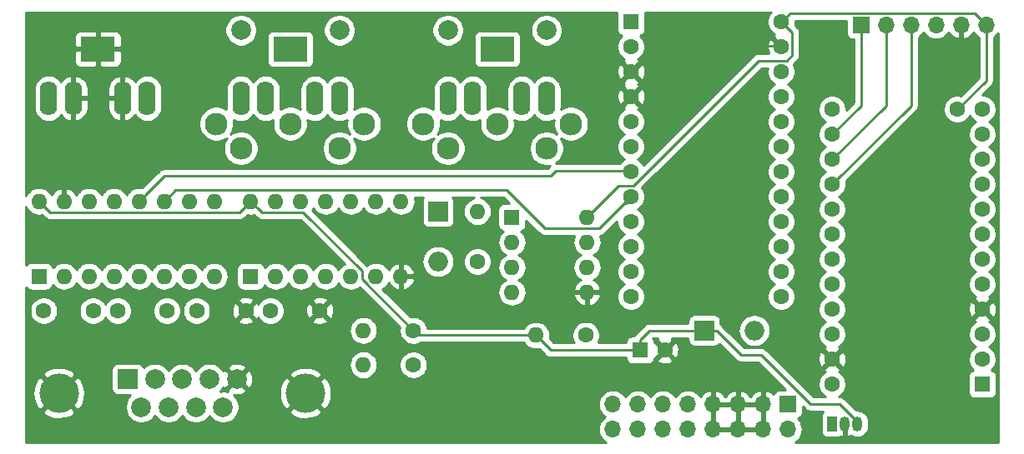
<source format=gbr>
G04 #@! TF.GenerationSoftware,KiCad,Pcbnew,(5.1.4-0-10_14)*
G04 #@! TF.CreationDate,2020-06-13T20:03:12+02:00*
G04 #@! TF.ProjectId,transcribe_circuit,7472616e-7363-4726-9962-655f63697263,rev?*
G04 #@! TF.SameCoordinates,Original*
G04 #@! TF.FileFunction,Copper,L2,Bot*
G04 #@! TF.FilePolarity,Positive*
%FSLAX46Y46*%
G04 Gerber Fmt 4.6, Leading zero omitted, Abs format (unit mm)*
G04 Created by KiCad (PCBNEW (5.1.4-0-10_14)) date 2020-06-13 20:03:12*
%MOMM*%
%LPD*%
G04 APERTURE LIST*
%ADD10R,2.000000X2.000000*%
%ADD11O,2.000000X2.000000*%
%ADD12C,2.000000*%
%ADD13C,2.300000*%
%ADD14O,1.750000X3.500000*%
%ADD15R,3.500000X2.500000*%
%ADD16C,1.600000*%
%ADD17R,1.600000X1.600000*%
%ADD18O,1.600000X1.600000*%
%ADD19O,1.050000X1.500000*%
%ADD20R,1.050000X1.500000*%
%ADD21R,1.700000X1.700000*%
%ADD22O,1.700000X1.700000*%
%ADD23C,4.000000*%
%ADD24C,0.250000*%
%ADD25C,0.254000*%
G04 APERTURE END LIST*
D10*
X-247500000Y769080000D03*
D11*
X-247500000Y764000000D03*
D12*
X-257500000Y787500000D03*
D13*
X-267500000Y775500000D03*
X-270000000Y778000000D03*
X-262500000Y778000000D03*
X-255000000Y778000000D03*
D12*
X-267500000Y787500000D03*
D13*
X-257500000Y775500000D03*
D14*
X-244000000Y780590000D03*
X-239000000Y780590000D03*
X-246500000Y780590000D03*
X-236500000Y780590000D03*
D15*
X-241500000Y785596000D03*
D16*
X-207520000Y751530000D03*
X-207520000Y754070000D03*
X-207520000Y756610000D03*
X-207520000Y759150000D03*
X-207520000Y761690000D03*
X-207520000Y764230000D03*
X-207520000Y766770000D03*
X-207520000Y769310000D03*
X-207520000Y771850000D03*
X-207520000Y774390000D03*
X-207520000Y776930000D03*
X-207520000Y779470000D03*
X-192280000Y779470000D03*
X-192280000Y776930000D03*
X-192280000Y774390000D03*
X-192280000Y771850000D03*
X-192280000Y769310000D03*
X-192280000Y766770000D03*
X-192280000Y764230000D03*
X-192280000Y761690000D03*
X-192280000Y759150000D03*
X-192280000Y756610000D03*
X-192280000Y754070000D03*
D17*
X-192280000Y751530000D03*
D16*
X-194820000Y779470000D03*
D18*
X-255080000Y753500000D03*
D16*
X-250000000Y753500000D03*
D17*
X-288000000Y762500000D03*
D18*
X-270220000Y770120000D03*
X-285460000Y762500000D03*
X-272760000Y770120000D03*
X-282920000Y762500000D03*
X-275300000Y770120000D03*
X-280380000Y762500000D03*
X-277840000Y770120000D03*
X-277840000Y762500000D03*
X-280380000Y770120000D03*
X-275300000Y762500000D03*
X-282920000Y770120000D03*
X-272760000Y762500000D03*
X-285460000Y770120000D03*
X-270220000Y762500000D03*
X-288000000Y770120000D03*
D19*
X-206230000Y747500000D03*
X-204960000Y747500000D03*
D20*
X-207500000Y747500000D03*
D17*
X-240000000Y768500000D03*
D18*
X-232380000Y760880000D03*
X-240000000Y765960000D03*
X-232380000Y763420000D03*
X-240000000Y763420000D03*
X-232380000Y765960000D03*
X-240000000Y760880000D03*
X-232380000Y768500000D03*
D16*
X-243500000Y764000000D03*
D18*
X-243500000Y769080000D03*
X-237580000Y756500000D03*
D16*
X-232500000Y756500000D03*
X-250000000Y757000000D03*
D18*
X-255080000Y757000000D03*
D17*
X-266500000Y762500000D03*
D18*
X-251260000Y770120000D03*
X-263960000Y762500000D03*
X-253800000Y770120000D03*
X-261420000Y762500000D03*
X-256340000Y770120000D03*
X-258880000Y762500000D03*
X-258880000Y770120000D03*
X-256340000Y762500000D03*
X-261420000Y770120000D03*
X-253800000Y762500000D03*
X-263960000Y770120000D03*
X-251260000Y762500000D03*
X-266500000Y770120000D03*
D16*
X-212680000Y788370000D03*
X-212680000Y785830000D03*
X-212680000Y783290000D03*
X-212680000Y780750000D03*
X-212680000Y778210000D03*
X-212680000Y775670000D03*
X-212680000Y773130000D03*
X-212680000Y770590000D03*
X-212680000Y768050000D03*
X-212680000Y765510000D03*
X-212680000Y762970000D03*
X-212680000Y760430000D03*
X-227920000Y760430000D03*
X-227920000Y762970000D03*
X-227920000Y765510000D03*
X-227920000Y768050000D03*
X-227920000Y770590000D03*
X-227920000Y773130000D03*
X-227920000Y775670000D03*
X-227920000Y778210000D03*
X-227920000Y780750000D03*
X-227920000Y783290000D03*
X-227920000Y785830000D03*
D17*
X-227920000Y788370000D03*
X-227000000Y755000000D03*
D16*
X-224500000Y755000000D03*
X-287500000Y759000000D03*
X-282500000Y759000000D03*
X-267000000Y759000000D03*
X-272000000Y759000000D03*
X-275000000Y759000000D03*
X-280000000Y759000000D03*
X-264500000Y759000000D03*
X-259500000Y759000000D03*
D11*
X-215420000Y757000000D03*
D10*
X-220500000Y757000000D03*
D21*
X-212000000Y749500000D03*
D22*
X-212000000Y746960000D03*
X-214540000Y749500000D03*
X-214540000Y746960000D03*
X-217080000Y749500000D03*
X-217080000Y746960000D03*
X-219620000Y749500000D03*
X-219620000Y746960000D03*
X-222160000Y749500000D03*
X-222160000Y746960000D03*
X-224700000Y749500000D03*
X-224700000Y746960000D03*
X-227240000Y749500000D03*
X-227240000Y746960000D03*
X-229780000Y749500000D03*
X-229780000Y746960000D03*
D14*
X-284500000Y780590000D03*
X-279500000Y780590000D03*
X-287000000Y780590000D03*
X-277000000Y780590000D03*
D15*
X-282000000Y785596000D03*
D13*
X-236500000Y775500000D03*
D12*
X-246500000Y787500000D03*
D13*
X-234000000Y778000000D03*
X-241500000Y778000000D03*
X-249000000Y778000000D03*
X-246500000Y775500000D03*
D12*
X-236500000Y787500000D03*
D15*
X-262500000Y785596000D03*
D14*
X-257500000Y780590000D03*
X-267500000Y780590000D03*
X-260000000Y780590000D03*
X-265000000Y780590000D03*
D10*
X-279000000Y752050000D03*
D12*
X-276230000Y752050000D03*
X-273460000Y752050000D03*
X-270690000Y752050000D03*
X-267920000Y752050000D03*
X-277615000Y749210000D03*
X-274845000Y749210000D03*
X-272075000Y749210000D03*
X-269305000Y749210000D03*
D23*
X-285960000Y750630000D03*
X-260960000Y750630000D03*
D21*
X-204600000Y788050000D03*
D22*
X-202060000Y788050000D03*
X-199520000Y788050000D03*
X-196980000Y788050000D03*
X-194440000Y788050000D03*
X-191900000Y788050000D03*
D24*
X-225080000Y785930000D02*
X-212380000Y785930000D01*
X-227620000Y783390000D02*
X-225080000Y785930000D01*
X-231580001Y769299999D02*
X-232380000Y768500000D01*
X-229164999Y771715001D02*
X-231580001Y769299999D01*
X-227669997Y771715001D02*
X-229164999Y771715001D01*
X-214969997Y784415001D02*
X-227669997Y771715001D01*
X-212139999Y784415001D02*
X-214969997Y784415001D01*
X-211554999Y785000001D02*
X-212139999Y784415001D01*
X-211554999Y787244999D02*
X-211554999Y785000001D01*
X-212680000Y788370000D02*
X-211554999Y787244999D01*
X-204960000Y747725000D02*
X-206735000Y749500000D01*
X-204960000Y747500000D02*
X-204960000Y747725000D01*
X-209714998Y749500000D02*
X-214714998Y754500000D01*
X-206735000Y749500000D02*
X-209714998Y749500000D01*
X-219250000Y757000000D02*
X-220500000Y757000000D01*
X-216750000Y754500000D02*
X-219250000Y757000000D01*
X-214714998Y754500000D02*
X-216750000Y754500000D01*
X-227000000Y756050000D02*
X-227000000Y755000000D01*
X-226050000Y757000000D02*
X-227000000Y756050000D01*
X-220500000Y757000000D02*
X-226050000Y757000000D01*
X-236080000Y755000000D02*
X-237580000Y756500000D01*
X-227000000Y755000000D02*
X-236080000Y755000000D01*
X-249500000Y756500000D02*
X-250000000Y757000000D01*
X-237580000Y756500000D02*
X-249500000Y756500000D01*
X-265700001Y769320001D02*
X-266500000Y770120000D01*
X-265374999Y768994999D02*
X-265700001Y769320001D01*
X-261169997Y768994999D02*
X-265374999Y768994999D01*
X-255214999Y763040001D02*
X-261169997Y768994999D01*
X-255214999Y762214999D02*
X-255214999Y763040001D01*
X-250000000Y757000000D02*
X-255214999Y762214999D01*
X-287200001Y769320001D02*
X-288000000Y770120000D01*
X-286874999Y768994999D02*
X-287200001Y769320001D01*
X-267625001Y768994999D02*
X-286874999Y768994999D01*
X-266500000Y770120000D02*
X-267625001Y768994999D01*
X-191900000Y782390000D02*
X-191900000Y788050000D01*
X-194820000Y779470000D02*
X-191900000Y782390000D01*
X-211880001Y789169999D02*
X-212680000Y788370000D01*
X-211824999Y789225001D02*
X-211880001Y789169999D01*
X-193075001Y789225001D02*
X-211824999Y789225001D01*
X-191900000Y788050000D02*
X-193075001Y789225001D01*
X-199520000Y779850000D02*
X-199520000Y788050000D01*
X-207520000Y771850000D02*
X-199520000Y779850000D01*
X-202060000Y779850000D02*
X-202060000Y788050000D01*
X-207520000Y774390000D02*
X-202060000Y779850000D01*
X-204600000Y779850000D02*
X-204600000Y788050000D01*
X-207520000Y776930000D02*
X-204600000Y779850000D01*
X-228419999Y769890001D02*
X-227620000Y770690000D01*
X-275300000Y770120000D02*
X-274174999Y771245001D01*
X-240559999Y771245001D02*
X-255245001Y771245001D01*
X-236689997Y767374999D02*
X-240559999Y771245001D01*
X-227920000Y770590000D02*
X-231135001Y767374999D01*
X-231135001Y767374999D02*
X-236689997Y767374999D01*
X-255245001Y771245001D02*
X-254745001Y771245001D01*
X-274174999Y771245001D02*
X-255245001Y771245001D01*
X-275234999Y772725001D02*
X-277040001Y770919999D01*
X-236091997Y772725001D02*
X-275234999Y772725001D01*
X-235586998Y773230000D02*
X-236091997Y772725001D01*
X-277040001Y770919999D02*
X-277840000Y770120000D01*
X-227620000Y773230000D02*
X-235586998Y773230000D01*
D25*
G36*
X-206088072Y787200000D02*
G01*
X-206075812Y787075518D01*
X-206039502Y786955820D01*
X-205980537Y786845506D01*
X-205901185Y786748815D01*
X-205804494Y786669463D01*
X-205694180Y786610498D01*
X-205574482Y786574188D01*
X-205450000Y786561928D01*
X-205359999Y786561928D01*
X-205360000Y780164802D01*
X-206085000Y779439802D01*
X-206085000Y779611335D01*
X-206140147Y779888574D01*
X-206248320Y780149727D01*
X-206405363Y780384759D01*
X-206605241Y780584637D01*
X-206840273Y780741680D01*
X-207101426Y780849853D01*
X-207378665Y780905000D01*
X-207661335Y780905000D01*
X-207938574Y780849853D01*
X-208199727Y780741680D01*
X-208434759Y780584637D01*
X-208634637Y780384759D01*
X-208791680Y780149727D01*
X-208899853Y779888574D01*
X-208955000Y779611335D01*
X-208955000Y779328665D01*
X-208899853Y779051426D01*
X-208791680Y778790273D01*
X-208634637Y778555241D01*
X-208434759Y778355363D01*
X-208202241Y778200000D01*
X-208434759Y778044637D01*
X-208634637Y777844759D01*
X-208791680Y777609727D01*
X-208899853Y777348574D01*
X-208955000Y777071335D01*
X-208955000Y776788665D01*
X-208899853Y776511426D01*
X-208791680Y776250273D01*
X-208634637Y776015241D01*
X-208434759Y775815363D01*
X-208202241Y775660000D01*
X-208434759Y775504637D01*
X-208634637Y775304759D01*
X-208791680Y775069727D01*
X-208899853Y774808574D01*
X-208955000Y774531335D01*
X-208955000Y774248665D01*
X-208899853Y773971426D01*
X-208791680Y773710273D01*
X-208634637Y773475241D01*
X-208434759Y773275363D01*
X-208202241Y773120000D01*
X-208434759Y772964637D01*
X-208634637Y772764759D01*
X-208791680Y772529727D01*
X-208899853Y772268574D01*
X-208955000Y771991335D01*
X-208955000Y771708665D01*
X-208899853Y771431426D01*
X-208791680Y771170273D01*
X-208634637Y770935241D01*
X-208434759Y770735363D01*
X-208202241Y770580000D01*
X-208434759Y770424637D01*
X-208634637Y770224759D01*
X-208791680Y769989727D01*
X-208899853Y769728574D01*
X-208955000Y769451335D01*
X-208955000Y769168665D01*
X-208899853Y768891426D01*
X-208791680Y768630273D01*
X-208634637Y768395241D01*
X-208434759Y768195363D01*
X-208202241Y768040000D01*
X-208434759Y767884637D01*
X-208634637Y767684759D01*
X-208791680Y767449727D01*
X-208899853Y767188574D01*
X-208955000Y766911335D01*
X-208955000Y766628665D01*
X-208899853Y766351426D01*
X-208791680Y766090273D01*
X-208634637Y765855241D01*
X-208434759Y765655363D01*
X-208202241Y765500000D01*
X-208434759Y765344637D01*
X-208634637Y765144759D01*
X-208791680Y764909727D01*
X-208899853Y764648574D01*
X-208955000Y764371335D01*
X-208955000Y764088665D01*
X-208899853Y763811426D01*
X-208791680Y763550273D01*
X-208634637Y763315241D01*
X-208434759Y763115363D01*
X-208202241Y762960000D01*
X-208434759Y762804637D01*
X-208634637Y762604759D01*
X-208791680Y762369727D01*
X-208899853Y762108574D01*
X-208955000Y761831335D01*
X-208955000Y761548665D01*
X-208899853Y761271426D01*
X-208791680Y761010273D01*
X-208634637Y760775241D01*
X-208434759Y760575363D01*
X-208202241Y760420000D01*
X-208434759Y760264637D01*
X-208634637Y760064759D01*
X-208791680Y759829727D01*
X-208899853Y759568574D01*
X-208955000Y759291335D01*
X-208955000Y759008665D01*
X-208899853Y758731426D01*
X-208791680Y758470273D01*
X-208634637Y758235241D01*
X-208434759Y758035363D01*
X-208202241Y757880000D01*
X-208434759Y757724637D01*
X-208634637Y757524759D01*
X-208791680Y757289727D01*
X-208899853Y757028574D01*
X-208955000Y756751335D01*
X-208955000Y756468665D01*
X-208899853Y756191426D01*
X-208791680Y755930273D01*
X-208634637Y755695241D01*
X-208434759Y755495363D01*
X-208200872Y755339085D01*
X-208261514Y755306671D01*
X-208333097Y755062702D01*
X-207520000Y754249605D01*
X-206706903Y755062702D01*
X-206778486Y755306671D01*
X-206842992Y755337194D01*
X-206840273Y755338320D01*
X-206605241Y755495363D01*
X-206405363Y755695241D01*
X-206248320Y755930273D01*
X-206140147Y756191426D01*
X-206085000Y756468665D01*
X-206085000Y756751335D01*
X-206140147Y757028574D01*
X-206248320Y757289727D01*
X-206405363Y757524759D01*
X-206605241Y757724637D01*
X-206837759Y757880000D01*
X-206605241Y758035363D01*
X-206405363Y758235241D01*
X-206248320Y758470273D01*
X-206140147Y758731426D01*
X-206085000Y759008665D01*
X-206085000Y759079488D01*
X-193720217Y759079488D01*
X-193678787Y758799870D01*
X-193583603Y758533708D01*
X-193516671Y758408486D01*
X-193272702Y758336903D01*
X-192459605Y759150000D01*
X-192100395Y759150000D01*
X-191287298Y758336903D01*
X-191043329Y758408486D01*
X-190922429Y758663996D01*
X-190853700Y758938184D01*
X-190839783Y759220512D01*
X-190881213Y759500130D01*
X-190976397Y759766292D01*
X-191043329Y759891514D01*
X-191287298Y759963097D01*
X-192100395Y759150000D01*
X-192459605Y759150000D01*
X-193272702Y759963097D01*
X-193516671Y759891514D01*
X-193637571Y759636004D01*
X-193706300Y759361816D01*
X-193720217Y759079488D01*
X-206085000Y759079488D01*
X-206085000Y759291335D01*
X-206140147Y759568574D01*
X-206248320Y759829727D01*
X-206405363Y760064759D01*
X-206605241Y760264637D01*
X-206837759Y760420000D01*
X-206605241Y760575363D01*
X-206405363Y760775241D01*
X-206248320Y761010273D01*
X-206140147Y761271426D01*
X-206085000Y761548665D01*
X-206085000Y761831335D01*
X-206140147Y762108574D01*
X-206248320Y762369727D01*
X-206405363Y762604759D01*
X-206605241Y762804637D01*
X-206837759Y762960000D01*
X-206605241Y763115363D01*
X-206405363Y763315241D01*
X-206248320Y763550273D01*
X-206140147Y763811426D01*
X-206085000Y764088665D01*
X-206085000Y764371335D01*
X-206140147Y764648574D01*
X-206248320Y764909727D01*
X-206405363Y765144759D01*
X-206605241Y765344637D01*
X-206837759Y765500000D01*
X-206605241Y765655363D01*
X-206405363Y765855241D01*
X-206248320Y766090273D01*
X-206140147Y766351426D01*
X-206085000Y766628665D01*
X-206085000Y766911335D01*
X-206140147Y767188574D01*
X-206248320Y767449727D01*
X-206405363Y767684759D01*
X-206605241Y767884637D01*
X-206837759Y768040000D01*
X-206605241Y768195363D01*
X-206405363Y768395241D01*
X-206248320Y768630273D01*
X-206140147Y768891426D01*
X-206085000Y769168665D01*
X-206085000Y769451335D01*
X-206140147Y769728574D01*
X-206248320Y769989727D01*
X-206405363Y770224759D01*
X-206605241Y770424637D01*
X-206837759Y770580000D01*
X-206605241Y770735363D01*
X-206405363Y770935241D01*
X-206248320Y771170273D01*
X-206140147Y771431426D01*
X-206085000Y771708665D01*
X-206085000Y771991335D01*
X-206121312Y772173887D01*
X-199008991Y779286206D01*
X-198979999Y779309999D01*
X-198956205Y779338992D01*
X-198956201Y779338996D01*
X-198885027Y779425723D01*
X-198885026Y779425724D01*
X-198814454Y779557753D01*
X-198770997Y779701014D01*
X-198760000Y779812667D01*
X-198760000Y779812676D01*
X-198756324Y779849999D01*
X-198760000Y779887322D01*
X-198760000Y786772405D01*
X-198690986Y786809294D01*
X-198464866Y786994866D01*
X-198279294Y787220986D01*
X-198250000Y787275791D01*
X-198220706Y787220986D01*
X-198035134Y786994866D01*
X-197809014Y786809294D01*
X-197551034Y786671401D01*
X-197271111Y786586487D01*
X-197052950Y786565000D01*
X-196907050Y786565000D01*
X-196688889Y786586487D01*
X-196408966Y786671401D01*
X-196150986Y786809294D01*
X-195924866Y786994866D01*
X-195739294Y787220986D01*
X-195704799Y787285523D01*
X-195635178Y787168645D01*
X-195440269Y786952412D01*
X-195206920Y786778359D01*
X-194944099Y786653175D01*
X-194796890Y786608524D01*
X-194567000Y786729845D01*
X-194567000Y787923000D01*
X-194587000Y787923000D01*
X-194587000Y788177000D01*
X-194567000Y788177000D01*
X-194567000Y788197000D01*
X-194313000Y788197000D01*
X-194313000Y788177000D01*
X-194293000Y788177000D01*
X-194293000Y787923000D01*
X-194313000Y787923000D01*
X-194313000Y786729845D01*
X-194083110Y786608524D01*
X-193935901Y786653175D01*
X-193673080Y786778359D01*
X-193439731Y786952412D01*
X-193244822Y787168645D01*
X-193175201Y787285523D01*
X-193140706Y787220986D01*
X-192955134Y786994866D01*
X-192729014Y786809294D01*
X-192659999Y786772405D01*
X-192660000Y782704802D01*
X-194496114Y780868688D01*
X-194678665Y780905000D01*
X-194961335Y780905000D01*
X-195238574Y780849853D01*
X-195499727Y780741680D01*
X-195734759Y780584637D01*
X-195934637Y780384759D01*
X-196091680Y780149727D01*
X-196199853Y779888574D01*
X-196255000Y779611335D01*
X-196255000Y779328665D01*
X-196199853Y779051426D01*
X-196091680Y778790273D01*
X-195934637Y778555241D01*
X-195734759Y778355363D01*
X-195499727Y778198320D01*
X-195238574Y778090147D01*
X-194961335Y778035000D01*
X-194678665Y778035000D01*
X-194401426Y778090147D01*
X-194140273Y778198320D01*
X-193905241Y778355363D01*
X-193705363Y778555241D01*
X-193550000Y778787759D01*
X-193394637Y778555241D01*
X-193194759Y778355363D01*
X-192962241Y778200000D01*
X-193194759Y778044637D01*
X-193394637Y777844759D01*
X-193551680Y777609727D01*
X-193659853Y777348574D01*
X-193715000Y777071335D01*
X-193715000Y776788665D01*
X-193659853Y776511426D01*
X-193551680Y776250273D01*
X-193394637Y776015241D01*
X-193194759Y775815363D01*
X-192962241Y775660000D01*
X-193194759Y775504637D01*
X-193394637Y775304759D01*
X-193551680Y775069727D01*
X-193659853Y774808574D01*
X-193715000Y774531335D01*
X-193715000Y774248665D01*
X-193659853Y773971426D01*
X-193551680Y773710273D01*
X-193394637Y773475241D01*
X-193194759Y773275363D01*
X-192962241Y773120000D01*
X-193194759Y772964637D01*
X-193394637Y772764759D01*
X-193551680Y772529727D01*
X-193659853Y772268574D01*
X-193715000Y771991335D01*
X-193715000Y771708665D01*
X-193659853Y771431426D01*
X-193551680Y771170273D01*
X-193394637Y770935241D01*
X-193194759Y770735363D01*
X-192962241Y770580000D01*
X-193194759Y770424637D01*
X-193394637Y770224759D01*
X-193551680Y769989727D01*
X-193659853Y769728574D01*
X-193715000Y769451335D01*
X-193715000Y769168665D01*
X-193659853Y768891426D01*
X-193551680Y768630273D01*
X-193394637Y768395241D01*
X-193194759Y768195363D01*
X-192962241Y768040000D01*
X-193194759Y767884637D01*
X-193394637Y767684759D01*
X-193551680Y767449727D01*
X-193659853Y767188574D01*
X-193715000Y766911335D01*
X-193715000Y766628665D01*
X-193659853Y766351426D01*
X-193551680Y766090273D01*
X-193394637Y765855241D01*
X-193194759Y765655363D01*
X-192962241Y765500000D01*
X-193194759Y765344637D01*
X-193394637Y765144759D01*
X-193551680Y764909727D01*
X-193659853Y764648574D01*
X-193715000Y764371335D01*
X-193715000Y764088665D01*
X-193659853Y763811426D01*
X-193551680Y763550273D01*
X-193394637Y763315241D01*
X-193194759Y763115363D01*
X-192962241Y762960000D01*
X-193194759Y762804637D01*
X-193394637Y762604759D01*
X-193551680Y762369727D01*
X-193659853Y762108574D01*
X-193715000Y761831335D01*
X-193715000Y761548665D01*
X-193659853Y761271426D01*
X-193551680Y761010273D01*
X-193394637Y760775241D01*
X-193194759Y760575363D01*
X-192960872Y760419085D01*
X-193021514Y760386671D01*
X-193093097Y760142702D01*
X-192280000Y759329605D01*
X-191466903Y760142702D01*
X-191538486Y760386671D01*
X-191602992Y760417194D01*
X-191600273Y760418320D01*
X-191365241Y760575363D01*
X-191165363Y760775241D01*
X-191008320Y761010273D01*
X-190900147Y761271426D01*
X-190845000Y761548665D01*
X-190845000Y761831335D01*
X-190900147Y762108574D01*
X-191008320Y762369727D01*
X-191165363Y762604759D01*
X-191365241Y762804637D01*
X-191597759Y762960000D01*
X-191365241Y763115363D01*
X-191165363Y763315241D01*
X-191008320Y763550273D01*
X-190900147Y763811426D01*
X-190845000Y764088665D01*
X-190845000Y764371335D01*
X-190900147Y764648574D01*
X-191008320Y764909727D01*
X-191165363Y765144759D01*
X-191365241Y765344637D01*
X-191597759Y765500000D01*
X-191365241Y765655363D01*
X-191165363Y765855241D01*
X-191008320Y766090273D01*
X-190900147Y766351426D01*
X-190845000Y766628665D01*
X-190845000Y766911335D01*
X-190900147Y767188574D01*
X-191008320Y767449727D01*
X-191165363Y767684759D01*
X-191365241Y767884637D01*
X-191597759Y768040000D01*
X-191365241Y768195363D01*
X-191165363Y768395241D01*
X-191008320Y768630273D01*
X-190900147Y768891426D01*
X-190845000Y769168665D01*
X-190845000Y769451335D01*
X-190900147Y769728574D01*
X-191008320Y769989727D01*
X-191165363Y770224759D01*
X-191365241Y770424637D01*
X-191597759Y770580000D01*
X-191365241Y770735363D01*
X-191165363Y770935241D01*
X-191008320Y771170273D01*
X-190900147Y771431426D01*
X-190845000Y771708665D01*
X-190845000Y771991335D01*
X-190900147Y772268574D01*
X-191008320Y772529727D01*
X-191165363Y772764759D01*
X-191365241Y772964637D01*
X-191597759Y773120000D01*
X-191365241Y773275363D01*
X-191165363Y773475241D01*
X-191008320Y773710273D01*
X-190900147Y773971426D01*
X-190845000Y774248665D01*
X-190845000Y774531335D01*
X-190900147Y774808574D01*
X-191008320Y775069727D01*
X-191165363Y775304759D01*
X-191365241Y775504637D01*
X-191597759Y775660000D01*
X-191365241Y775815363D01*
X-191165363Y776015241D01*
X-191008320Y776250273D01*
X-190900147Y776511426D01*
X-190845000Y776788665D01*
X-190845000Y777071335D01*
X-190900147Y777348574D01*
X-191008320Y777609727D01*
X-191165363Y777844759D01*
X-191365241Y778044637D01*
X-191597759Y778200000D01*
X-191365241Y778355363D01*
X-191165363Y778555241D01*
X-191008320Y778790273D01*
X-190900147Y779051426D01*
X-190845000Y779328665D01*
X-190845000Y779611335D01*
X-190900147Y779888574D01*
X-191008320Y780149727D01*
X-191165363Y780384759D01*
X-191365241Y780584637D01*
X-191600273Y780741680D01*
X-191861426Y780849853D01*
X-192138665Y780905000D01*
X-192310198Y780905000D01*
X-191388996Y781826202D01*
X-191359999Y781849999D01*
X-191265026Y781965724D01*
X-191194454Y782097753D01*
X-191150997Y782241014D01*
X-191140000Y782352667D01*
X-191140000Y782352668D01*
X-191136323Y782390000D01*
X-191140000Y782427333D01*
X-191140000Y786772405D01*
X-191070986Y786809294D01*
X-190844866Y786994866D01*
X-190660000Y787220126D01*
X-190659999Y745660000D01*
X-211281917Y745660000D01*
X-211170986Y745719294D01*
X-210944866Y745904866D01*
X-210759294Y746130986D01*
X-210621401Y746388966D01*
X-210536487Y746668889D01*
X-210507815Y746960000D01*
X-210536487Y747251111D01*
X-210621401Y747531034D01*
X-210759294Y747789014D01*
X-210944866Y748015134D01*
X-210974687Y748039607D01*
X-210905820Y748060498D01*
X-210795506Y748119463D01*
X-210698815Y748198815D01*
X-210619463Y748295506D01*
X-210560498Y748405820D01*
X-210524188Y748525518D01*
X-210511928Y748650000D01*
X-210511928Y749222128D01*
X-210278798Y748988998D01*
X-210254999Y748959999D01*
X-210139274Y748865026D01*
X-210007245Y748794454D01*
X-209863984Y748750997D01*
X-209752331Y748740000D01*
X-209752321Y748740000D01*
X-209714998Y748736324D01*
X-209677675Y748740000D01*
X-208428889Y748740000D01*
X-208476185Y748701185D01*
X-208555537Y748604494D01*
X-208614502Y748494180D01*
X-208650812Y748374482D01*
X-208663072Y748250000D01*
X-208663072Y746750000D01*
X-208650812Y746625518D01*
X-208614502Y746505820D01*
X-208555537Y746395506D01*
X-208476185Y746298815D01*
X-208379494Y746219463D01*
X-208269180Y746160498D01*
X-208149482Y746124188D01*
X-208025000Y746111928D01*
X-206975000Y746111928D01*
X-206850518Y746124188D01*
X-206730820Y746160498D01*
X-206665943Y746195176D01*
X-206597337Y746164728D01*
X-206535810Y746156036D01*
X-206357000Y746281837D01*
X-206357000Y746599765D01*
X-206349188Y746625518D01*
X-206336928Y746750000D01*
X-206336928Y747647000D01*
X-206120000Y747647000D01*
X-206120000Y747218021D01*
X-206103215Y747047600D01*
X-206103000Y747046891D01*
X-206103000Y746281837D01*
X-205924190Y746156036D01*
X-205862663Y746164728D01*
X-205653118Y746257725D01*
X-205594669Y746298929D01*
X-205406059Y746198115D01*
X-205187399Y746131785D01*
X-204960000Y746109388D01*
X-204732600Y746131785D01*
X-204513940Y746198115D01*
X-204312421Y746305829D01*
X-204135788Y746450788D01*
X-203990829Y746627421D01*
X-203883115Y746828941D01*
X-203816785Y747047601D01*
X-203800000Y747218022D01*
X-203800000Y747781979D01*
X-203816785Y747952400D01*
X-203883115Y748171060D01*
X-203990829Y748372579D01*
X-204135788Y748549212D01*
X-204312422Y748694171D01*
X-204513941Y748801885D01*
X-204732601Y748868215D01*
X-204960000Y748890612D01*
X-205042668Y748882470D01*
X-206171196Y750010997D01*
X-206194999Y750040001D01*
X-206310724Y750134974D01*
X-206442753Y750205546D01*
X-206586014Y750249003D01*
X-206697667Y750260000D01*
X-206697678Y750260000D01*
X-206735000Y750263676D01*
X-206772322Y750260000D01*
X-206837759Y750260000D01*
X-206605241Y750415363D01*
X-206405363Y750615241D01*
X-206248320Y750850273D01*
X-206140147Y751111426D01*
X-206085000Y751388665D01*
X-206085000Y751671335D01*
X-206140147Y751948574D01*
X-206248320Y752209727D01*
X-206328683Y752330000D01*
X-193718072Y752330000D01*
X-193718072Y750730000D01*
X-193705812Y750605518D01*
X-193669502Y750485820D01*
X-193610537Y750375506D01*
X-193531185Y750278815D01*
X-193434494Y750199463D01*
X-193324180Y750140498D01*
X-193204482Y750104188D01*
X-193080000Y750091928D01*
X-191480000Y750091928D01*
X-191355518Y750104188D01*
X-191235820Y750140498D01*
X-191125506Y750199463D01*
X-191028815Y750278815D01*
X-190949463Y750375506D01*
X-190890498Y750485820D01*
X-190854188Y750605518D01*
X-190841928Y750730000D01*
X-190841928Y752330000D01*
X-190854188Y752454482D01*
X-190890498Y752574180D01*
X-190949463Y752684494D01*
X-191028815Y752781185D01*
X-191125506Y752860537D01*
X-191235820Y752919502D01*
X-191355518Y752955812D01*
X-191363961Y752956643D01*
X-191165363Y753155241D01*
X-191008320Y753390273D01*
X-190900147Y753651426D01*
X-190845000Y753928665D01*
X-190845000Y754211335D01*
X-190900147Y754488574D01*
X-191008320Y754749727D01*
X-191165363Y754984759D01*
X-191365241Y755184637D01*
X-191597759Y755340000D01*
X-191365241Y755495363D01*
X-191165363Y755695241D01*
X-191008320Y755930273D01*
X-190900147Y756191426D01*
X-190845000Y756468665D01*
X-190845000Y756751335D01*
X-190900147Y757028574D01*
X-191008320Y757289727D01*
X-191165363Y757524759D01*
X-191365241Y757724637D01*
X-191599128Y757880915D01*
X-191538486Y757913329D01*
X-191466903Y758157298D01*
X-192280000Y758970395D01*
X-193093097Y758157298D01*
X-193021514Y757913329D01*
X-192957008Y757882806D01*
X-192959727Y757881680D01*
X-193194759Y757724637D01*
X-193394637Y757524759D01*
X-193551680Y757289727D01*
X-193659853Y757028574D01*
X-193715000Y756751335D01*
X-193715000Y756468665D01*
X-193659853Y756191426D01*
X-193551680Y755930273D01*
X-193394637Y755695241D01*
X-193194759Y755495363D01*
X-192962241Y755340000D01*
X-193194759Y755184637D01*
X-193394637Y754984759D01*
X-193551680Y754749727D01*
X-193659853Y754488574D01*
X-193715000Y754211335D01*
X-193715000Y753928665D01*
X-193659853Y753651426D01*
X-193551680Y753390273D01*
X-193394637Y753155241D01*
X-193196039Y752956643D01*
X-193204482Y752955812D01*
X-193324180Y752919502D01*
X-193434494Y752860537D01*
X-193531185Y752781185D01*
X-193610537Y752684494D01*
X-193669502Y752574180D01*
X-193705812Y752454482D01*
X-193718072Y752330000D01*
X-206328683Y752330000D01*
X-206405363Y752444759D01*
X-206605241Y752644637D01*
X-206839128Y752800915D01*
X-206778486Y752833329D01*
X-206706903Y753077298D01*
X-207520000Y753890395D01*
X-208333097Y753077298D01*
X-208261514Y752833329D01*
X-208197008Y752802806D01*
X-208199727Y752801680D01*
X-208434759Y752644637D01*
X-208634637Y752444759D01*
X-208791680Y752209727D01*
X-208899853Y751948574D01*
X-208955000Y751671335D01*
X-208955000Y751388665D01*
X-208899853Y751111426D01*
X-208791680Y750850273D01*
X-208634637Y750615241D01*
X-208434759Y750415363D01*
X-208202241Y750260000D01*
X-209400196Y750260000D01*
X-213139684Y753999488D01*
X-208960217Y753999488D01*
X-208918787Y753719870D01*
X-208823603Y753453708D01*
X-208756671Y753328486D01*
X-208512702Y753256903D01*
X-207699605Y754070000D01*
X-207340395Y754070000D01*
X-206527298Y753256903D01*
X-206283329Y753328486D01*
X-206162429Y753583996D01*
X-206093700Y753858184D01*
X-206079783Y754140512D01*
X-206121213Y754420130D01*
X-206216397Y754686292D01*
X-206283329Y754811514D01*
X-206527298Y754883097D01*
X-207340395Y754070000D01*
X-207699605Y754070000D01*
X-208512702Y754883097D01*
X-208756671Y754811514D01*
X-208877571Y754556004D01*
X-208946300Y754281816D01*
X-208960217Y753999488D01*
X-213139684Y753999488D01*
X-214151194Y755010997D01*
X-214174997Y755040001D01*
X-214290722Y755134974D01*
X-214422751Y755205546D01*
X-214566012Y755249003D01*
X-214677665Y755260000D01*
X-214677676Y755260000D01*
X-214714998Y755263676D01*
X-214752320Y755260000D01*
X-216435198Y755260000D01*
X-218175198Y757000000D01*
X-217062911Y757000000D01*
X-217031343Y756679484D01*
X-216937852Y756371285D01*
X-216786031Y756087248D01*
X-216581714Y755838286D01*
X-216332752Y755633969D01*
X-216048715Y755482148D01*
X-215740516Y755388657D01*
X-215500322Y755365000D01*
X-215339678Y755365000D01*
X-215099484Y755388657D01*
X-214791285Y755482148D01*
X-214507248Y755633969D01*
X-214258286Y755838286D01*
X-214053969Y756087248D01*
X-213902148Y756371285D01*
X-213808657Y756679484D01*
X-213777089Y757000000D01*
X-213808657Y757320516D01*
X-213902148Y757628715D01*
X-214053969Y757912752D01*
X-214258286Y758161714D01*
X-214507248Y758366031D01*
X-214791285Y758517852D01*
X-215099484Y758611343D01*
X-215339678Y758635000D01*
X-215500322Y758635000D01*
X-215740516Y758611343D01*
X-216048715Y758517852D01*
X-216332752Y758366031D01*
X-216581714Y758161714D01*
X-216786031Y757912752D01*
X-216937852Y757628715D01*
X-217031343Y757320516D01*
X-217062911Y757000000D01*
X-218175198Y757000000D01*
X-218686196Y757510997D01*
X-218709999Y757540001D01*
X-218825724Y757634974D01*
X-218861928Y757654326D01*
X-218861928Y758000000D01*
X-218874188Y758124482D01*
X-218910498Y758244180D01*
X-218969463Y758354494D01*
X-219048815Y758451185D01*
X-219145506Y758530537D01*
X-219255820Y758589502D01*
X-219375518Y758625812D01*
X-219500000Y758638072D01*
X-221500000Y758638072D01*
X-221624482Y758625812D01*
X-221744180Y758589502D01*
X-221854494Y758530537D01*
X-221951185Y758451185D01*
X-222030537Y758354494D01*
X-222089502Y758244180D01*
X-222125812Y758124482D01*
X-222138072Y758000000D01*
X-222138072Y757760000D01*
X-226012677Y757760000D01*
X-226050000Y757763676D01*
X-226087323Y757760000D01*
X-226087333Y757760000D01*
X-226198986Y757749003D01*
X-226328279Y757709783D01*
X-226342247Y757705546D01*
X-226474277Y757634974D01*
X-226499057Y757614637D01*
X-226590001Y757540001D01*
X-226613799Y757511003D01*
X-227510998Y756613804D01*
X-227540001Y756590001D01*
X-227595129Y756522826D01*
X-227634974Y756474276D01*
X-227654326Y756438072D01*
X-227800000Y756438072D01*
X-227924482Y756425812D01*
X-228044180Y756389502D01*
X-228154494Y756330537D01*
X-228251185Y756251185D01*
X-228330537Y756154494D01*
X-228389502Y756044180D01*
X-228425812Y755924482D01*
X-228438072Y755800000D01*
X-228438072Y755760000D01*
X-231268593Y755760000D01*
X-231228320Y755820273D01*
X-231120147Y756081426D01*
X-231065000Y756358665D01*
X-231065000Y756641335D01*
X-231120147Y756918574D01*
X-231228320Y757179727D01*
X-231385363Y757414759D01*
X-231585241Y757614637D01*
X-231820273Y757771680D01*
X-232081426Y757879853D01*
X-232358665Y757935000D01*
X-232641335Y757935000D01*
X-232918574Y757879853D01*
X-233179727Y757771680D01*
X-233414759Y757614637D01*
X-233614637Y757414759D01*
X-233771680Y757179727D01*
X-233879853Y756918574D01*
X-233935000Y756641335D01*
X-233935000Y756358665D01*
X-233879853Y756081426D01*
X-233771680Y755820273D01*
X-233731407Y755760000D01*
X-235765198Y755760000D01*
X-236179292Y756174094D01*
X-236165764Y756218691D01*
X-236138057Y756500000D01*
X-236165764Y756781309D01*
X-236247818Y757051808D01*
X-236381068Y757301101D01*
X-236560392Y757519608D01*
X-236778899Y757698932D01*
X-237028192Y757832182D01*
X-237298691Y757914236D01*
X-237509508Y757935000D01*
X-237650492Y757935000D01*
X-237861309Y757914236D01*
X-238131808Y757832182D01*
X-238381101Y757698932D01*
X-238599608Y757519608D01*
X-238778932Y757301101D01*
X-238800901Y757260000D01*
X-248588604Y757260000D01*
X-248620147Y757418574D01*
X-248728320Y757679727D01*
X-248885363Y757914759D01*
X-249085241Y758114637D01*
X-249320273Y758271680D01*
X-249581426Y758379853D01*
X-249858665Y758435000D01*
X-250141335Y758435000D01*
X-250323886Y758398688D01*
X-253147068Y761221870D01*
X-252998899Y761301068D01*
X-252780392Y761480392D01*
X-252601068Y761698899D01*
X-252527421Y761836682D01*
X-252412385Y761644869D01*
X-252223414Y761436481D01*
X-251997420Y761268963D01*
X-251743087Y761148754D01*
X-251609039Y761108096D01*
X-251387000Y761230085D01*
X-251387000Y762373000D01*
X-251133000Y762373000D01*
X-251133000Y761230085D01*
X-250910961Y761108096D01*
X-250776913Y761148754D01*
X-250522580Y761268963D01*
X-250296586Y761436481D01*
X-250107615Y761644869D01*
X-249962930Y761886119D01*
X-249868091Y762150960D01*
X-249989376Y762373000D01*
X-251133000Y762373000D01*
X-251387000Y762373000D01*
X-251407000Y762373000D01*
X-251407000Y762627000D01*
X-251387000Y762627000D01*
X-251387000Y763769915D01*
X-251133000Y763769915D01*
X-251133000Y762627000D01*
X-249989376Y762627000D01*
X-249868091Y762849040D01*
X-249962930Y763113881D01*
X-250107615Y763355131D01*
X-250296586Y763563519D01*
X-250522580Y763731037D01*
X-250776913Y763851246D01*
X-250910961Y763891904D01*
X-251133000Y763769915D01*
X-251387000Y763769915D01*
X-251609039Y763891904D01*
X-251743087Y763851246D01*
X-251997420Y763731037D01*
X-252223414Y763563519D01*
X-252412385Y763355131D01*
X-252527421Y763163318D01*
X-252601068Y763301101D01*
X-252780392Y763519608D01*
X-252998899Y763698932D01*
X-253248192Y763832182D01*
X-253518691Y763914236D01*
X-253729508Y763935000D01*
X-253870492Y763935000D01*
X-254081309Y763914236D01*
X-254351808Y763832182D01*
X-254601101Y763698932D01*
X-254709867Y763609670D01*
X-255100197Y764000000D01*
X-249142911Y764000000D01*
X-249111343Y763679484D01*
X-249017852Y763371285D01*
X-248866031Y763087248D01*
X-248661714Y762838286D01*
X-248412752Y762633969D01*
X-248128715Y762482148D01*
X-247820516Y762388657D01*
X-247580322Y762365000D01*
X-247419678Y762365000D01*
X-247179484Y762388657D01*
X-246871285Y762482148D01*
X-246587248Y762633969D01*
X-246338286Y762838286D01*
X-246133969Y763087248D01*
X-245982148Y763371285D01*
X-245888657Y763679484D01*
X-245857089Y764000000D01*
X-245871009Y764141335D01*
X-244935000Y764141335D01*
X-244935000Y763858665D01*
X-244879853Y763581426D01*
X-244771680Y763320273D01*
X-244614637Y763085241D01*
X-244414759Y762885363D01*
X-244179727Y762728320D01*
X-243918574Y762620147D01*
X-243641335Y762565000D01*
X-243358665Y762565000D01*
X-243081426Y762620147D01*
X-242820273Y762728320D01*
X-242585241Y762885363D01*
X-242385363Y763085241D01*
X-242228320Y763320273D01*
X-242120147Y763581426D01*
X-242065000Y763858665D01*
X-242065000Y764141335D01*
X-242120147Y764418574D01*
X-242228320Y764679727D01*
X-242385363Y764914759D01*
X-242585241Y765114637D01*
X-242820273Y765271680D01*
X-243081426Y765379853D01*
X-243358665Y765435000D01*
X-243641335Y765435000D01*
X-243918574Y765379853D01*
X-244179727Y765271680D01*
X-244414759Y765114637D01*
X-244614637Y764914759D01*
X-244771680Y764679727D01*
X-244879853Y764418574D01*
X-244935000Y764141335D01*
X-245871009Y764141335D01*
X-245888657Y764320516D01*
X-245982148Y764628715D01*
X-246133969Y764912752D01*
X-246338286Y765161714D01*
X-246587248Y765366031D01*
X-246871285Y765517852D01*
X-247179484Y765611343D01*
X-247419678Y765635000D01*
X-247580322Y765635000D01*
X-247820516Y765611343D01*
X-248128715Y765517852D01*
X-248412752Y765366031D01*
X-248661714Y765161714D01*
X-248866031Y764912752D01*
X-249017852Y764628715D01*
X-249111343Y764320516D01*
X-249142911Y764000000D01*
X-255100197Y764000000D01*
X-260310330Y769210133D01*
X-260221068Y769318899D01*
X-260150000Y769451858D01*
X-260078932Y769318899D01*
X-259899608Y769100392D01*
X-259681101Y768921068D01*
X-259431808Y768787818D01*
X-259161309Y768705764D01*
X-258950492Y768685000D01*
X-258809508Y768685000D01*
X-258598691Y768705764D01*
X-258328192Y768787818D01*
X-258078899Y768921068D01*
X-257860392Y769100392D01*
X-257681068Y769318899D01*
X-257610000Y769451858D01*
X-257538932Y769318899D01*
X-257359608Y769100392D01*
X-257141101Y768921068D01*
X-256891808Y768787818D01*
X-256621309Y768705764D01*
X-256410492Y768685000D01*
X-256269508Y768685000D01*
X-256058691Y768705764D01*
X-255788192Y768787818D01*
X-255538899Y768921068D01*
X-255320392Y769100392D01*
X-255141068Y769318899D01*
X-255070000Y769451858D01*
X-254998932Y769318899D01*
X-254819608Y769100392D01*
X-254601101Y768921068D01*
X-254351808Y768787818D01*
X-254081309Y768705764D01*
X-253870492Y768685000D01*
X-253729508Y768685000D01*
X-253518691Y768705764D01*
X-253248192Y768787818D01*
X-252998899Y768921068D01*
X-252780392Y769100392D01*
X-252601068Y769318899D01*
X-252530000Y769451858D01*
X-252458932Y769318899D01*
X-252279608Y769100392D01*
X-252061101Y768921068D01*
X-251811808Y768787818D01*
X-251541309Y768705764D01*
X-251330492Y768685000D01*
X-251189508Y768685000D01*
X-250978691Y768705764D01*
X-250708192Y768787818D01*
X-250458899Y768921068D01*
X-250240392Y769100392D01*
X-250061068Y769318899D01*
X-249927818Y769568192D01*
X-249845764Y769838691D01*
X-249818057Y770120000D01*
X-249845764Y770401309D01*
X-249871151Y770485001D01*
X-248989087Y770485001D01*
X-249030537Y770434494D01*
X-249089502Y770324180D01*
X-249125812Y770204482D01*
X-249138072Y770080000D01*
X-249138072Y768080000D01*
X-249125812Y767955518D01*
X-249089502Y767835820D01*
X-249030537Y767725506D01*
X-248951185Y767628815D01*
X-248854494Y767549463D01*
X-248744180Y767490498D01*
X-248624482Y767454188D01*
X-248500000Y767441928D01*
X-246500000Y767441928D01*
X-246375518Y767454188D01*
X-246255820Y767490498D01*
X-246145506Y767549463D01*
X-246048815Y767628815D01*
X-245969463Y767725506D01*
X-245910498Y767835820D01*
X-245874188Y767955518D01*
X-245861928Y768080000D01*
X-245861928Y770080000D01*
X-245874188Y770204482D01*
X-245910498Y770324180D01*
X-245969463Y770434494D01*
X-246010913Y770485001D01*
X-243811753Y770485001D01*
X-244051808Y770412182D01*
X-244301101Y770278932D01*
X-244519608Y770099608D01*
X-244698932Y769881101D01*
X-244832182Y769631808D01*
X-244914236Y769361309D01*
X-244941943Y769080000D01*
X-244914236Y768798691D01*
X-244832182Y768528192D01*
X-244698932Y768278899D01*
X-244519608Y768060392D01*
X-244301101Y767881068D01*
X-244051808Y767747818D01*
X-243781309Y767665764D01*
X-243570492Y767645000D01*
X-243429508Y767645000D01*
X-243218691Y767665764D01*
X-242948192Y767747818D01*
X-242698899Y767881068D01*
X-242480392Y768060392D01*
X-242301068Y768278899D01*
X-242167818Y768528192D01*
X-242085764Y768798691D01*
X-242058057Y769080000D01*
X-242085764Y769361309D01*
X-242167818Y769631808D01*
X-242301068Y769881101D01*
X-242480392Y770099608D01*
X-242698899Y770278932D01*
X-242948192Y770412182D01*
X-243188247Y770485001D01*
X-240874800Y770485001D01*
X-240327871Y769938072D01*
X-240800000Y769938072D01*
X-240924482Y769925812D01*
X-241044180Y769889502D01*
X-241154494Y769830537D01*
X-241251185Y769751185D01*
X-241330537Y769654494D01*
X-241389502Y769544180D01*
X-241425812Y769424482D01*
X-241438072Y769300000D01*
X-241438072Y767700000D01*
X-241425812Y767575518D01*
X-241389502Y767455820D01*
X-241330537Y767345506D01*
X-241251185Y767248815D01*
X-241154494Y767169463D01*
X-241044180Y767110498D01*
X-240924482Y767074188D01*
X-240906518Y767072419D01*
X-241019608Y766979608D01*
X-241198932Y766761101D01*
X-241332182Y766511808D01*
X-241414236Y766241309D01*
X-241441943Y765960000D01*
X-241414236Y765678691D01*
X-241332182Y765408192D01*
X-241198932Y765158899D01*
X-241019608Y764940392D01*
X-240801101Y764761068D01*
X-240668142Y764690000D01*
X-240801101Y764618932D01*
X-241019608Y764439608D01*
X-241198932Y764221101D01*
X-241332182Y763971808D01*
X-241414236Y763701309D01*
X-241441943Y763420000D01*
X-241414236Y763138691D01*
X-241332182Y762868192D01*
X-241198932Y762618899D01*
X-241019608Y762400392D01*
X-240801101Y762221068D01*
X-240668142Y762150000D01*
X-240801101Y762078932D01*
X-241019608Y761899608D01*
X-241198932Y761681101D01*
X-241332182Y761431808D01*
X-241414236Y761161309D01*
X-241441943Y760880000D01*
X-241414236Y760598691D01*
X-241332182Y760328192D01*
X-241198932Y760078899D01*
X-241019608Y759860392D01*
X-240801101Y759681068D01*
X-240551808Y759547818D01*
X-240281309Y759465764D01*
X-240070492Y759445000D01*
X-239929508Y759445000D01*
X-239718691Y759465764D01*
X-239448192Y759547818D01*
X-239198899Y759681068D01*
X-238980392Y759860392D01*
X-238801068Y760078899D01*
X-238667818Y760328192D01*
X-238606310Y760530961D01*
X-233771904Y760530961D01*
X-233731246Y760396913D01*
X-233611037Y760142580D01*
X-233443519Y759916586D01*
X-233235131Y759727615D01*
X-232993881Y759582930D01*
X-232729040Y759488091D01*
X-232507000Y759609376D01*
X-232507000Y760753000D01*
X-232253000Y760753000D01*
X-232253000Y759609376D01*
X-232030960Y759488091D01*
X-231766119Y759582930D01*
X-231524869Y759727615D01*
X-231316481Y759916586D01*
X-231148963Y760142580D01*
X-231028754Y760396913D01*
X-230988096Y760530961D01*
X-231110085Y760753000D01*
X-232253000Y760753000D01*
X-232507000Y760753000D01*
X-233649915Y760753000D01*
X-233771904Y760530961D01*
X-238606310Y760530961D01*
X-238585764Y760598691D01*
X-238558057Y760880000D01*
X-238585764Y761161309D01*
X-238667818Y761431808D01*
X-238801068Y761681101D01*
X-238980392Y761899608D01*
X-239198899Y762078932D01*
X-239331858Y762150000D01*
X-239198899Y762221068D01*
X-238980392Y762400392D01*
X-238801068Y762618899D01*
X-238667818Y762868192D01*
X-238585764Y763138691D01*
X-238558057Y763420000D01*
X-238585764Y763701309D01*
X-238667818Y763971808D01*
X-238801068Y764221101D01*
X-238980392Y764439608D01*
X-239198899Y764618932D01*
X-239331858Y764690000D01*
X-239198899Y764761068D01*
X-238980392Y764940392D01*
X-238801068Y765158899D01*
X-238667818Y765408192D01*
X-238585764Y765678691D01*
X-238558057Y765960000D01*
X-238585764Y766241309D01*
X-238667818Y766511808D01*
X-238801068Y766761101D01*
X-238980392Y766979608D01*
X-239093482Y767072419D01*
X-239075518Y767074188D01*
X-238955820Y767110498D01*
X-238845506Y767169463D01*
X-238748815Y767248815D01*
X-238669463Y767345506D01*
X-238610498Y767455820D01*
X-238574188Y767575518D01*
X-238561928Y767700000D01*
X-238561928Y768172128D01*
X-237253796Y766863996D01*
X-237229998Y766834998D01*
X-237114273Y766740025D01*
X-236982244Y766669453D01*
X-236838983Y766625996D01*
X-236727330Y766614999D01*
X-236727321Y766614999D01*
X-236689998Y766611323D01*
X-236652675Y766614999D01*
X-233657025Y766614999D01*
X-233712182Y766511808D01*
X-233794236Y766241309D01*
X-233821943Y765960000D01*
X-233794236Y765678691D01*
X-233712182Y765408192D01*
X-233578932Y765158899D01*
X-233399608Y764940392D01*
X-233181101Y764761068D01*
X-233048142Y764690000D01*
X-233181101Y764618932D01*
X-233399608Y764439608D01*
X-233578932Y764221101D01*
X-233712182Y763971808D01*
X-233794236Y763701309D01*
X-233821943Y763420000D01*
X-233794236Y763138691D01*
X-233712182Y762868192D01*
X-233578932Y762618899D01*
X-233399608Y762400392D01*
X-233181101Y762221068D01*
X-233043318Y762147421D01*
X-233235131Y762032385D01*
X-233443519Y761843414D01*
X-233611037Y761617420D01*
X-233731246Y761363087D01*
X-233771904Y761229039D01*
X-233649915Y761007000D01*
X-232507000Y761007000D01*
X-232507000Y761027000D01*
X-232253000Y761027000D01*
X-232253000Y761007000D01*
X-231110085Y761007000D01*
X-230988096Y761229039D01*
X-231028754Y761363087D01*
X-231148963Y761617420D01*
X-231316481Y761843414D01*
X-231524869Y762032385D01*
X-231716682Y762147421D01*
X-231578899Y762221068D01*
X-231360392Y762400392D01*
X-231181068Y762618899D01*
X-231047818Y762868192D01*
X-230965764Y763138691D01*
X-230938057Y763420000D01*
X-230965764Y763701309D01*
X-231047818Y763971808D01*
X-231181068Y764221101D01*
X-231360392Y764439608D01*
X-231578899Y764618932D01*
X-231711858Y764690000D01*
X-231578899Y764761068D01*
X-231360392Y764940392D01*
X-231181068Y765158899D01*
X-231047818Y765408192D01*
X-230965764Y765678691D01*
X-230938057Y765960000D01*
X-230965764Y766241309D01*
X-231047818Y766511808D01*
X-231102710Y766614503D01*
X-231097679Y766614999D01*
X-231097668Y766614999D01*
X-230986015Y766625996D01*
X-230842754Y766669453D01*
X-230710725Y766740025D01*
X-230595000Y766834998D01*
X-230571197Y766864002D01*
X-229355000Y768080199D01*
X-229355000Y767908665D01*
X-229299853Y767631426D01*
X-229191680Y767370273D01*
X-229034637Y767135241D01*
X-228834759Y766935363D01*
X-228602241Y766780000D01*
X-228834759Y766624637D01*
X-229034637Y766424759D01*
X-229191680Y766189727D01*
X-229299853Y765928574D01*
X-229355000Y765651335D01*
X-229355000Y765368665D01*
X-229299853Y765091426D01*
X-229191680Y764830273D01*
X-229034637Y764595241D01*
X-228834759Y764395363D01*
X-228602241Y764240000D01*
X-228834759Y764084637D01*
X-229034637Y763884759D01*
X-229191680Y763649727D01*
X-229299853Y763388574D01*
X-229355000Y763111335D01*
X-229355000Y762828665D01*
X-229299853Y762551426D01*
X-229191680Y762290273D01*
X-229034637Y762055241D01*
X-228834759Y761855363D01*
X-228602241Y761700000D01*
X-228834759Y761544637D01*
X-229034637Y761344759D01*
X-229191680Y761109727D01*
X-229299853Y760848574D01*
X-229355000Y760571335D01*
X-229355000Y760288665D01*
X-229299853Y760011426D01*
X-229191680Y759750273D01*
X-229034637Y759515241D01*
X-228834759Y759315363D01*
X-228599727Y759158320D01*
X-228338574Y759050147D01*
X-228061335Y758995000D01*
X-227778665Y758995000D01*
X-227501426Y759050147D01*
X-227240273Y759158320D01*
X-227005241Y759315363D01*
X-226805363Y759515241D01*
X-226648320Y759750273D01*
X-226540147Y760011426D01*
X-226485000Y760288665D01*
X-226485000Y760571335D01*
X-226540147Y760848574D01*
X-226648320Y761109727D01*
X-226805363Y761344759D01*
X-227005241Y761544637D01*
X-227237759Y761700000D01*
X-227005241Y761855363D01*
X-226805363Y762055241D01*
X-226648320Y762290273D01*
X-226540147Y762551426D01*
X-226485000Y762828665D01*
X-226485000Y763111335D01*
X-226540147Y763388574D01*
X-226648320Y763649727D01*
X-226805363Y763884759D01*
X-227005241Y764084637D01*
X-227237759Y764240000D01*
X-227005241Y764395363D01*
X-226805363Y764595241D01*
X-226648320Y764830273D01*
X-226540147Y765091426D01*
X-226485000Y765368665D01*
X-226485000Y765651335D01*
X-226540147Y765928574D01*
X-226648320Y766189727D01*
X-226805363Y766424759D01*
X-227005241Y766624637D01*
X-227237759Y766780000D01*
X-227005241Y766935363D01*
X-226805363Y767135241D01*
X-226648320Y767370273D01*
X-226540147Y767631426D01*
X-226485000Y767908665D01*
X-226485000Y768191335D01*
X-226540147Y768468574D01*
X-226648320Y768729727D01*
X-226805363Y768964759D01*
X-227005241Y769164637D01*
X-227237759Y769320000D01*
X-227005241Y769475363D01*
X-226805363Y769675241D01*
X-226648320Y769910273D01*
X-226540147Y770171426D01*
X-226485000Y770448665D01*
X-226485000Y770731335D01*
X-226540147Y771008574D01*
X-226648320Y771269727D01*
X-226805363Y771504759D01*
X-226805400Y771504796D01*
X-214655195Y783655001D01*
X-214070509Y783655001D01*
X-214115000Y783431335D01*
X-214115000Y783148665D01*
X-214059853Y782871426D01*
X-213951680Y782610273D01*
X-213794637Y782375241D01*
X-213594759Y782175363D01*
X-213362241Y782020000D01*
X-213594759Y781864637D01*
X-213794637Y781664759D01*
X-213951680Y781429727D01*
X-214059853Y781168574D01*
X-214115000Y780891335D01*
X-214115000Y780608665D01*
X-214059853Y780331426D01*
X-213951680Y780070273D01*
X-213794637Y779835241D01*
X-213594759Y779635363D01*
X-213362241Y779480000D01*
X-213594759Y779324637D01*
X-213794637Y779124759D01*
X-213951680Y778889727D01*
X-214059853Y778628574D01*
X-214115000Y778351335D01*
X-214115000Y778068665D01*
X-214059853Y777791426D01*
X-213951680Y777530273D01*
X-213794637Y777295241D01*
X-213594759Y777095363D01*
X-213362241Y776940000D01*
X-213594759Y776784637D01*
X-213794637Y776584759D01*
X-213951680Y776349727D01*
X-214059853Y776088574D01*
X-214115000Y775811335D01*
X-214115000Y775528665D01*
X-214059853Y775251426D01*
X-213951680Y774990273D01*
X-213794637Y774755241D01*
X-213594759Y774555363D01*
X-213362241Y774400000D01*
X-213594759Y774244637D01*
X-213794637Y774044759D01*
X-213951680Y773809727D01*
X-214059853Y773548574D01*
X-214115000Y773271335D01*
X-214115000Y772988665D01*
X-214059853Y772711426D01*
X-213951680Y772450273D01*
X-213794637Y772215241D01*
X-213594759Y772015363D01*
X-213362241Y771860000D01*
X-213594759Y771704637D01*
X-213794637Y771504759D01*
X-213951680Y771269727D01*
X-214059853Y771008574D01*
X-214115000Y770731335D01*
X-214115000Y770448665D01*
X-214059853Y770171426D01*
X-213951680Y769910273D01*
X-213794637Y769675241D01*
X-213594759Y769475363D01*
X-213362241Y769320000D01*
X-213594759Y769164637D01*
X-213794637Y768964759D01*
X-213951680Y768729727D01*
X-214059853Y768468574D01*
X-214115000Y768191335D01*
X-214115000Y767908665D01*
X-214059853Y767631426D01*
X-213951680Y767370273D01*
X-213794637Y767135241D01*
X-213594759Y766935363D01*
X-213362241Y766780000D01*
X-213594759Y766624637D01*
X-213794637Y766424759D01*
X-213951680Y766189727D01*
X-214059853Y765928574D01*
X-214115000Y765651335D01*
X-214115000Y765368665D01*
X-214059853Y765091426D01*
X-213951680Y764830273D01*
X-213794637Y764595241D01*
X-213594759Y764395363D01*
X-213362241Y764240000D01*
X-213594759Y764084637D01*
X-213794637Y763884759D01*
X-213951680Y763649727D01*
X-214059853Y763388574D01*
X-214115000Y763111335D01*
X-214115000Y762828665D01*
X-214059853Y762551426D01*
X-213951680Y762290273D01*
X-213794637Y762055241D01*
X-213594759Y761855363D01*
X-213362241Y761700000D01*
X-213594759Y761544637D01*
X-213794637Y761344759D01*
X-213951680Y761109727D01*
X-214059853Y760848574D01*
X-214115000Y760571335D01*
X-214115000Y760288665D01*
X-214059853Y760011426D01*
X-213951680Y759750273D01*
X-213794637Y759515241D01*
X-213594759Y759315363D01*
X-213359727Y759158320D01*
X-213098574Y759050147D01*
X-212821335Y758995000D01*
X-212538665Y758995000D01*
X-212261426Y759050147D01*
X-212000273Y759158320D01*
X-211765241Y759315363D01*
X-211565363Y759515241D01*
X-211408320Y759750273D01*
X-211300147Y760011426D01*
X-211245000Y760288665D01*
X-211245000Y760571335D01*
X-211300147Y760848574D01*
X-211408320Y761109727D01*
X-211565363Y761344759D01*
X-211765241Y761544637D01*
X-211997759Y761700000D01*
X-211765241Y761855363D01*
X-211565363Y762055241D01*
X-211408320Y762290273D01*
X-211300147Y762551426D01*
X-211245000Y762828665D01*
X-211245000Y763111335D01*
X-211300147Y763388574D01*
X-211408320Y763649727D01*
X-211565363Y763884759D01*
X-211765241Y764084637D01*
X-211997759Y764240000D01*
X-211765241Y764395363D01*
X-211565363Y764595241D01*
X-211408320Y764830273D01*
X-211300147Y765091426D01*
X-211245000Y765368665D01*
X-211245000Y765651335D01*
X-211300147Y765928574D01*
X-211408320Y766189727D01*
X-211565363Y766424759D01*
X-211765241Y766624637D01*
X-211997759Y766780000D01*
X-211765241Y766935363D01*
X-211565363Y767135241D01*
X-211408320Y767370273D01*
X-211300147Y767631426D01*
X-211245000Y767908665D01*
X-211245000Y768191335D01*
X-211300147Y768468574D01*
X-211408320Y768729727D01*
X-211565363Y768964759D01*
X-211765241Y769164637D01*
X-211997759Y769320000D01*
X-211765241Y769475363D01*
X-211565363Y769675241D01*
X-211408320Y769910273D01*
X-211300147Y770171426D01*
X-211245000Y770448665D01*
X-211245000Y770731335D01*
X-211300147Y771008574D01*
X-211408320Y771269727D01*
X-211565363Y771504759D01*
X-211765241Y771704637D01*
X-211997759Y771860000D01*
X-211765241Y772015363D01*
X-211565363Y772215241D01*
X-211408320Y772450273D01*
X-211300147Y772711426D01*
X-211245000Y772988665D01*
X-211245000Y773271335D01*
X-211300147Y773548574D01*
X-211408320Y773809727D01*
X-211565363Y774044759D01*
X-211765241Y774244637D01*
X-211997759Y774400000D01*
X-211765241Y774555363D01*
X-211565363Y774755241D01*
X-211408320Y774990273D01*
X-211300147Y775251426D01*
X-211245000Y775528665D01*
X-211245000Y775811335D01*
X-211300147Y776088574D01*
X-211408320Y776349727D01*
X-211565363Y776584759D01*
X-211765241Y776784637D01*
X-211997759Y776940000D01*
X-211765241Y777095363D01*
X-211565363Y777295241D01*
X-211408320Y777530273D01*
X-211300147Y777791426D01*
X-211245000Y778068665D01*
X-211245000Y778351335D01*
X-211300147Y778628574D01*
X-211408320Y778889727D01*
X-211565363Y779124759D01*
X-211765241Y779324637D01*
X-211997759Y779480000D01*
X-211765241Y779635363D01*
X-211565363Y779835241D01*
X-211408320Y780070273D01*
X-211300147Y780331426D01*
X-211245000Y780608665D01*
X-211245000Y780891335D01*
X-211300147Y781168574D01*
X-211408320Y781429727D01*
X-211565363Y781664759D01*
X-211765241Y781864637D01*
X-211997759Y782020000D01*
X-211765241Y782175363D01*
X-211565363Y782375241D01*
X-211408320Y782610273D01*
X-211300147Y782871426D01*
X-211245000Y783148665D01*
X-211245000Y783431335D01*
X-211300147Y783708574D01*
X-211408320Y783969727D01*
X-211449236Y784030963D01*
X-211043997Y784436201D01*
X-211014998Y784460000D01*
X-210960507Y784526397D01*
X-210920025Y784575724D01*
X-210849453Y784707754D01*
X-210842639Y784730217D01*
X-210805996Y784851015D01*
X-210794999Y784962668D01*
X-210794999Y784962678D01*
X-210791323Y785000001D01*
X-210794999Y785037324D01*
X-210794999Y787207674D01*
X-210791323Y787244999D01*
X-210794999Y787282324D01*
X-210794999Y787282332D01*
X-210805996Y787393985D01*
X-210849453Y787537246D01*
X-210920025Y787669275D01*
X-211014998Y787785000D01*
X-211043995Y787808797D01*
X-211281312Y788046114D01*
X-211245000Y788228665D01*
X-211245000Y788465001D01*
X-206088072Y788465001D01*
X-206088072Y787200000D01*
X-206088072Y787200000D01*
G37*
X-206088072Y787200000D02*
X-206075812Y787075518D01*
X-206039502Y786955820D01*
X-205980537Y786845506D01*
X-205901185Y786748815D01*
X-205804494Y786669463D01*
X-205694180Y786610498D01*
X-205574482Y786574188D01*
X-205450000Y786561928D01*
X-205359999Y786561928D01*
X-205360000Y780164802D01*
X-206085000Y779439802D01*
X-206085000Y779611335D01*
X-206140147Y779888574D01*
X-206248320Y780149727D01*
X-206405363Y780384759D01*
X-206605241Y780584637D01*
X-206840273Y780741680D01*
X-207101426Y780849853D01*
X-207378665Y780905000D01*
X-207661335Y780905000D01*
X-207938574Y780849853D01*
X-208199727Y780741680D01*
X-208434759Y780584637D01*
X-208634637Y780384759D01*
X-208791680Y780149727D01*
X-208899853Y779888574D01*
X-208955000Y779611335D01*
X-208955000Y779328665D01*
X-208899853Y779051426D01*
X-208791680Y778790273D01*
X-208634637Y778555241D01*
X-208434759Y778355363D01*
X-208202241Y778200000D01*
X-208434759Y778044637D01*
X-208634637Y777844759D01*
X-208791680Y777609727D01*
X-208899853Y777348574D01*
X-208955000Y777071335D01*
X-208955000Y776788665D01*
X-208899853Y776511426D01*
X-208791680Y776250273D01*
X-208634637Y776015241D01*
X-208434759Y775815363D01*
X-208202241Y775660000D01*
X-208434759Y775504637D01*
X-208634637Y775304759D01*
X-208791680Y775069727D01*
X-208899853Y774808574D01*
X-208955000Y774531335D01*
X-208955000Y774248665D01*
X-208899853Y773971426D01*
X-208791680Y773710273D01*
X-208634637Y773475241D01*
X-208434759Y773275363D01*
X-208202241Y773120000D01*
X-208434759Y772964637D01*
X-208634637Y772764759D01*
X-208791680Y772529727D01*
X-208899853Y772268574D01*
X-208955000Y771991335D01*
X-208955000Y771708665D01*
X-208899853Y771431426D01*
X-208791680Y771170273D01*
X-208634637Y770935241D01*
X-208434759Y770735363D01*
X-208202241Y770580000D01*
X-208434759Y770424637D01*
X-208634637Y770224759D01*
X-208791680Y769989727D01*
X-208899853Y769728574D01*
X-208955000Y769451335D01*
X-208955000Y769168665D01*
X-208899853Y768891426D01*
X-208791680Y768630273D01*
X-208634637Y768395241D01*
X-208434759Y768195363D01*
X-208202241Y768040000D01*
X-208434759Y767884637D01*
X-208634637Y767684759D01*
X-208791680Y767449727D01*
X-208899853Y767188574D01*
X-208955000Y766911335D01*
X-208955000Y766628665D01*
X-208899853Y766351426D01*
X-208791680Y766090273D01*
X-208634637Y765855241D01*
X-208434759Y765655363D01*
X-208202241Y765500000D01*
X-208434759Y765344637D01*
X-208634637Y765144759D01*
X-208791680Y764909727D01*
X-208899853Y764648574D01*
X-208955000Y764371335D01*
X-208955000Y764088665D01*
X-208899853Y763811426D01*
X-208791680Y763550273D01*
X-208634637Y763315241D01*
X-208434759Y763115363D01*
X-208202241Y762960000D01*
X-208434759Y762804637D01*
X-208634637Y762604759D01*
X-208791680Y762369727D01*
X-208899853Y762108574D01*
X-208955000Y761831335D01*
X-208955000Y761548665D01*
X-208899853Y761271426D01*
X-208791680Y761010273D01*
X-208634637Y760775241D01*
X-208434759Y760575363D01*
X-208202241Y760420000D01*
X-208434759Y760264637D01*
X-208634637Y760064759D01*
X-208791680Y759829727D01*
X-208899853Y759568574D01*
X-208955000Y759291335D01*
X-208955000Y759008665D01*
X-208899853Y758731426D01*
X-208791680Y758470273D01*
X-208634637Y758235241D01*
X-208434759Y758035363D01*
X-208202241Y757880000D01*
X-208434759Y757724637D01*
X-208634637Y757524759D01*
X-208791680Y757289727D01*
X-208899853Y757028574D01*
X-208955000Y756751335D01*
X-208955000Y756468665D01*
X-208899853Y756191426D01*
X-208791680Y755930273D01*
X-208634637Y755695241D01*
X-208434759Y755495363D01*
X-208200872Y755339085D01*
X-208261514Y755306671D01*
X-208333097Y755062702D01*
X-207520000Y754249605D01*
X-206706903Y755062702D01*
X-206778486Y755306671D01*
X-206842992Y755337194D01*
X-206840273Y755338320D01*
X-206605241Y755495363D01*
X-206405363Y755695241D01*
X-206248320Y755930273D01*
X-206140147Y756191426D01*
X-206085000Y756468665D01*
X-206085000Y756751335D01*
X-206140147Y757028574D01*
X-206248320Y757289727D01*
X-206405363Y757524759D01*
X-206605241Y757724637D01*
X-206837759Y757880000D01*
X-206605241Y758035363D01*
X-206405363Y758235241D01*
X-206248320Y758470273D01*
X-206140147Y758731426D01*
X-206085000Y759008665D01*
X-206085000Y759079488D01*
X-193720217Y759079488D01*
X-193678787Y758799870D01*
X-193583603Y758533708D01*
X-193516671Y758408486D01*
X-193272702Y758336903D01*
X-192459605Y759150000D01*
X-192100395Y759150000D01*
X-191287298Y758336903D01*
X-191043329Y758408486D01*
X-190922429Y758663996D01*
X-190853700Y758938184D01*
X-190839783Y759220512D01*
X-190881213Y759500130D01*
X-190976397Y759766292D01*
X-191043329Y759891514D01*
X-191287298Y759963097D01*
X-192100395Y759150000D01*
X-192459605Y759150000D01*
X-193272702Y759963097D01*
X-193516671Y759891514D01*
X-193637571Y759636004D01*
X-193706300Y759361816D01*
X-193720217Y759079488D01*
X-206085000Y759079488D01*
X-206085000Y759291335D01*
X-206140147Y759568574D01*
X-206248320Y759829727D01*
X-206405363Y760064759D01*
X-206605241Y760264637D01*
X-206837759Y760420000D01*
X-206605241Y760575363D01*
X-206405363Y760775241D01*
X-206248320Y761010273D01*
X-206140147Y761271426D01*
X-206085000Y761548665D01*
X-206085000Y761831335D01*
X-206140147Y762108574D01*
X-206248320Y762369727D01*
X-206405363Y762604759D01*
X-206605241Y762804637D01*
X-206837759Y762960000D01*
X-206605241Y763115363D01*
X-206405363Y763315241D01*
X-206248320Y763550273D01*
X-206140147Y763811426D01*
X-206085000Y764088665D01*
X-206085000Y764371335D01*
X-206140147Y764648574D01*
X-206248320Y764909727D01*
X-206405363Y765144759D01*
X-206605241Y765344637D01*
X-206837759Y765500000D01*
X-206605241Y765655363D01*
X-206405363Y765855241D01*
X-206248320Y766090273D01*
X-206140147Y766351426D01*
X-206085000Y766628665D01*
X-206085000Y766911335D01*
X-206140147Y767188574D01*
X-206248320Y767449727D01*
X-206405363Y767684759D01*
X-206605241Y767884637D01*
X-206837759Y768040000D01*
X-206605241Y768195363D01*
X-206405363Y768395241D01*
X-206248320Y768630273D01*
X-206140147Y768891426D01*
X-206085000Y769168665D01*
X-206085000Y769451335D01*
X-206140147Y769728574D01*
X-206248320Y769989727D01*
X-206405363Y770224759D01*
X-206605241Y770424637D01*
X-206837759Y770580000D01*
X-206605241Y770735363D01*
X-206405363Y770935241D01*
X-206248320Y771170273D01*
X-206140147Y771431426D01*
X-206085000Y771708665D01*
X-206085000Y771991335D01*
X-206121312Y772173887D01*
X-199008991Y779286206D01*
X-198979999Y779309999D01*
X-198956205Y779338992D01*
X-198956201Y779338996D01*
X-198885027Y779425723D01*
X-198885026Y779425724D01*
X-198814454Y779557753D01*
X-198770997Y779701014D01*
X-198760000Y779812667D01*
X-198760000Y779812676D01*
X-198756324Y779849999D01*
X-198760000Y779887322D01*
X-198760000Y786772405D01*
X-198690986Y786809294D01*
X-198464866Y786994866D01*
X-198279294Y787220986D01*
X-198250000Y787275791D01*
X-198220706Y787220986D01*
X-198035134Y786994866D01*
X-197809014Y786809294D01*
X-197551034Y786671401D01*
X-197271111Y786586487D01*
X-197052950Y786565000D01*
X-196907050Y786565000D01*
X-196688889Y786586487D01*
X-196408966Y786671401D01*
X-196150986Y786809294D01*
X-195924866Y786994866D01*
X-195739294Y787220986D01*
X-195704799Y787285523D01*
X-195635178Y787168645D01*
X-195440269Y786952412D01*
X-195206920Y786778359D01*
X-194944099Y786653175D01*
X-194796890Y786608524D01*
X-194567000Y786729845D01*
X-194567000Y787923000D01*
X-194587000Y787923000D01*
X-194587000Y788177000D01*
X-194567000Y788177000D01*
X-194567000Y788197000D01*
X-194313000Y788197000D01*
X-194313000Y788177000D01*
X-194293000Y788177000D01*
X-194293000Y787923000D01*
X-194313000Y787923000D01*
X-194313000Y786729845D01*
X-194083110Y786608524D01*
X-193935901Y786653175D01*
X-193673080Y786778359D01*
X-193439731Y786952412D01*
X-193244822Y787168645D01*
X-193175201Y787285523D01*
X-193140706Y787220986D01*
X-192955134Y786994866D01*
X-192729014Y786809294D01*
X-192659999Y786772405D01*
X-192660000Y782704802D01*
X-194496114Y780868688D01*
X-194678665Y780905000D01*
X-194961335Y780905000D01*
X-195238574Y780849853D01*
X-195499727Y780741680D01*
X-195734759Y780584637D01*
X-195934637Y780384759D01*
X-196091680Y780149727D01*
X-196199853Y779888574D01*
X-196255000Y779611335D01*
X-196255000Y779328665D01*
X-196199853Y779051426D01*
X-196091680Y778790273D01*
X-195934637Y778555241D01*
X-195734759Y778355363D01*
X-195499727Y778198320D01*
X-195238574Y778090147D01*
X-194961335Y778035000D01*
X-194678665Y778035000D01*
X-194401426Y778090147D01*
X-194140273Y778198320D01*
X-193905241Y778355363D01*
X-193705363Y778555241D01*
X-193550000Y778787759D01*
X-193394637Y778555241D01*
X-193194759Y778355363D01*
X-192962241Y778200000D01*
X-193194759Y778044637D01*
X-193394637Y777844759D01*
X-193551680Y777609727D01*
X-193659853Y777348574D01*
X-193715000Y777071335D01*
X-193715000Y776788665D01*
X-193659853Y776511426D01*
X-193551680Y776250273D01*
X-193394637Y776015241D01*
X-193194759Y775815363D01*
X-192962241Y775660000D01*
X-193194759Y775504637D01*
X-193394637Y775304759D01*
X-193551680Y775069727D01*
X-193659853Y774808574D01*
X-193715000Y774531335D01*
X-193715000Y774248665D01*
X-193659853Y773971426D01*
X-193551680Y773710273D01*
X-193394637Y773475241D01*
X-193194759Y773275363D01*
X-192962241Y773120000D01*
X-193194759Y772964637D01*
X-193394637Y772764759D01*
X-193551680Y772529727D01*
X-193659853Y772268574D01*
X-193715000Y771991335D01*
X-193715000Y771708665D01*
X-193659853Y771431426D01*
X-193551680Y771170273D01*
X-193394637Y770935241D01*
X-193194759Y770735363D01*
X-192962241Y770580000D01*
X-193194759Y770424637D01*
X-193394637Y770224759D01*
X-193551680Y769989727D01*
X-193659853Y769728574D01*
X-193715000Y769451335D01*
X-193715000Y769168665D01*
X-193659853Y768891426D01*
X-193551680Y768630273D01*
X-193394637Y768395241D01*
X-193194759Y768195363D01*
X-192962241Y768040000D01*
X-193194759Y767884637D01*
X-193394637Y767684759D01*
X-193551680Y767449727D01*
X-193659853Y767188574D01*
X-193715000Y766911335D01*
X-193715000Y766628665D01*
X-193659853Y766351426D01*
X-193551680Y766090273D01*
X-193394637Y765855241D01*
X-193194759Y765655363D01*
X-192962241Y765500000D01*
X-193194759Y765344637D01*
X-193394637Y765144759D01*
X-193551680Y764909727D01*
X-193659853Y764648574D01*
X-193715000Y764371335D01*
X-193715000Y764088665D01*
X-193659853Y763811426D01*
X-193551680Y763550273D01*
X-193394637Y763315241D01*
X-193194759Y763115363D01*
X-192962241Y762960000D01*
X-193194759Y762804637D01*
X-193394637Y762604759D01*
X-193551680Y762369727D01*
X-193659853Y762108574D01*
X-193715000Y761831335D01*
X-193715000Y761548665D01*
X-193659853Y761271426D01*
X-193551680Y761010273D01*
X-193394637Y760775241D01*
X-193194759Y760575363D01*
X-192960872Y760419085D01*
X-193021514Y760386671D01*
X-193093097Y760142702D01*
X-192280000Y759329605D01*
X-191466903Y760142702D01*
X-191538486Y760386671D01*
X-191602992Y760417194D01*
X-191600273Y760418320D01*
X-191365241Y760575363D01*
X-191165363Y760775241D01*
X-191008320Y761010273D01*
X-190900147Y761271426D01*
X-190845000Y761548665D01*
X-190845000Y761831335D01*
X-190900147Y762108574D01*
X-191008320Y762369727D01*
X-191165363Y762604759D01*
X-191365241Y762804637D01*
X-191597759Y762960000D01*
X-191365241Y763115363D01*
X-191165363Y763315241D01*
X-191008320Y763550273D01*
X-190900147Y763811426D01*
X-190845000Y764088665D01*
X-190845000Y764371335D01*
X-190900147Y764648574D01*
X-191008320Y764909727D01*
X-191165363Y765144759D01*
X-191365241Y765344637D01*
X-191597759Y765500000D01*
X-191365241Y765655363D01*
X-191165363Y765855241D01*
X-191008320Y766090273D01*
X-190900147Y766351426D01*
X-190845000Y766628665D01*
X-190845000Y766911335D01*
X-190900147Y767188574D01*
X-191008320Y767449727D01*
X-191165363Y767684759D01*
X-191365241Y767884637D01*
X-191597759Y768040000D01*
X-191365241Y768195363D01*
X-191165363Y768395241D01*
X-191008320Y768630273D01*
X-190900147Y768891426D01*
X-190845000Y769168665D01*
X-190845000Y769451335D01*
X-190900147Y769728574D01*
X-191008320Y769989727D01*
X-191165363Y770224759D01*
X-191365241Y770424637D01*
X-191597759Y770580000D01*
X-191365241Y770735363D01*
X-191165363Y770935241D01*
X-191008320Y771170273D01*
X-190900147Y771431426D01*
X-190845000Y771708665D01*
X-190845000Y771991335D01*
X-190900147Y772268574D01*
X-191008320Y772529727D01*
X-191165363Y772764759D01*
X-191365241Y772964637D01*
X-191597759Y773120000D01*
X-191365241Y773275363D01*
X-191165363Y773475241D01*
X-191008320Y773710273D01*
X-190900147Y773971426D01*
X-190845000Y774248665D01*
X-190845000Y774531335D01*
X-190900147Y774808574D01*
X-191008320Y775069727D01*
X-191165363Y775304759D01*
X-191365241Y775504637D01*
X-191597759Y775660000D01*
X-191365241Y775815363D01*
X-191165363Y776015241D01*
X-191008320Y776250273D01*
X-190900147Y776511426D01*
X-190845000Y776788665D01*
X-190845000Y777071335D01*
X-190900147Y777348574D01*
X-191008320Y777609727D01*
X-191165363Y777844759D01*
X-191365241Y778044637D01*
X-191597759Y778200000D01*
X-191365241Y778355363D01*
X-191165363Y778555241D01*
X-191008320Y778790273D01*
X-190900147Y779051426D01*
X-190845000Y779328665D01*
X-190845000Y779611335D01*
X-190900147Y779888574D01*
X-191008320Y780149727D01*
X-191165363Y780384759D01*
X-191365241Y780584637D01*
X-191600273Y780741680D01*
X-191861426Y780849853D01*
X-192138665Y780905000D01*
X-192310198Y780905000D01*
X-191388996Y781826202D01*
X-191359999Y781849999D01*
X-191265026Y781965724D01*
X-191194454Y782097753D01*
X-191150997Y782241014D01*
X-191140000Y782352667D01*
X-191140000Y782352668D01*
X-191136323Y782390000D01*
X-191140000Y782427333D01*
X-191140000Y786772405D01*
X-191070986Y786809294D01*
X-190844866Y786994866D01*
X-190660000Y787220126D01*
X-190659999Y745660000D01*
X-211281917Y745660000D01*
X-211170986Y745719294D01*
X-210944866Y745904866D01*
X-210759294Y746130986D01*
X-210621401Y746388966D01*
X-210536487Y746668889D01*
X-210507815Y746960000D01*
X-210536487Y747251111D01*
X-210621401Y747531034D01*
X-210759294Y747789014D01*
X-210944866Y748015134D01*
X-210974687Y748039607D01*
X-210905820Y748060498D01*
X-210795506Y748119463D01*
X-210698815Y748198815D01*
X-210619463Y748295506D01*
X-210560498Y748405820D01*
X-210524188Y748525518D01*
X-210511928Y748650000D01*
X-210511928Y749222128D01*
X-210278798Y748988998D01*
X-210254999Y748959999D01*
X-210139274Y748865026D01*
X-210007245Y748794454D01*
X-209863984Y748750997D01*
X-209752331Y748740000D01*
X-209752321Y748740000D01*
X-209714998Y748736324D01*
X-209677675Y748740000D01*
X-208428889Y748740000D01*
X-208476185Y748701185D01*
X-208555537Y748604494D01*
X-208614502Y748494180D01*
X-208650812Y748374482D01*
X-208663072Y748250000D01*
X-208663072Y746750000D01*
X-208650812Y746625518D01*
X-208614502Y746505820D01*
X-208555537Y746395506D01*
X-208476185Y746298815D01*
X-208379494Y746219463D01*
X-208269180Y746160498D01*
X-208149482Y746124188D01*
X-208025000Y746111928D01*
X-206975000Y746111928D01*
X-206850518Y746124188D01*
X-206730820Y746160498D01*
X-206665943Y746195176D01*
X-206597337Y746164728D01*
X-206535810Y746156036D01*
X-206357000Y746281837D01*
X-206357000Y746599765D01*
X-206349188Y746625518D01*
X-206336928Y746750000D01*
X-206336928Y747647000D01*
X-206120000Y747647000D01*
X-206120000Y747218021D01*
X-206103215Y747047600D01*
X-206103000Y747046891D01*
X-206103000Y746281837D01*
X-205924190Y746156036D01*
X-205862663Y746164728D01*
X-205653118Y746257725D01*
X-205594669Y746298929D01*
X-205406059Y746198115D01*
X-205187399Y746131785D01*
X-204960000Y746109388D01*
X-204732600Y746131785D01*
X-204513940Y746198115D01*
X-204312421Y746305829D01*
X-204135788Y746450788D01*
X-203990829Y746627421D01*
X-203883115Y746828941D01*
X-203816785Y747047601D01*
X-203800000Y747218022D01*
X-203800000Y747781979D01*
X-203816785Y747952400D01*
X-203883115Y748171060D01*
X-203990829Y748372579D01*
X-204135788Y748549212D01*
X-204312422Y748694171D01*
X-204513941Y748801885D01*
X-204732601Y748868215D01*
X-204960000Y748890612D01*
X-205042668Y748882470D01*
X-206171196Y750010997D01*
X-206194999Y750040001D01*
X-206310724Y750134974D01*
X-206442753Y750205546D01*
X-206586014Y750249003D01*
X-206697667Y750260000D01*
X-206697678Y750260000D01*
X-206735000Y750263676D01*
X-206772322Y750260000D01*
X-206837759Y750260000D01*
X-206605241Y750415363D01*
X-206405363Y750615241D01*
X-206248320Y750850273D01*
X-206140147Y751111426D01*
X-206085000Y751388665D01*
X-206085000Y751671335D01*
X-206140147Y751948574D01*
X-206248320Y752209727D01*
X-206328683Y752330000D01*
X-193718072Y752330000D01*
X-193718072Y750730000D01*
X-193705812Y750605518D01*
X-193669502Y750485820D01*
X-193610537Y750375506D01*
X-193531185Y750278815D01*
X-193434494Y750199463D01*
X-193324180Y750140498D01*
X-193204482Y750104188D01*
X-193080000Y750091928D01*
X-191480000Y750091928D01*
X-191355518Y750104188D01*
X-191235820Y750140498D01*
X-191125506Y750199463D01*
X-191028815Y750278815D01*
X-190949463Y750375506D01*
X-190890498Y750485820D01*
X-190854188Y750605518D01*
X-190841928Y750730000D01*
X-190841928Y752330000D01*
X-190854188Y752454482D01*
X-190890498Y752574180D01*
X-190949463Y752684494D01*
X-191028815Y752781185D01*
X-191125506Y752860537D01*
X-191235820Y752919502D01*
X-191355518Y752955812D01*
X-191363961Y752956643D01*
X-191165363Y753155241D01*
X-191008320Y753390273D01*
X-190900147Y753651426D01*
X-190845000Y753928665D01*
X-190845000Y754211335D01*
X-190900147Y754488574D01*
X-191008320Y754749727D01*
X-191165363Y754984759D01*
X-191365241Y755184637D01*
X-191597759Y755340000D01*
X-191365241Y755495363D01*
X-191165363Y755695241D01*
X-191008320Y755930273D01*
X-190900147Y756191426D01*
X-190845000Y756468665D01*
X-190845000Y756751335D01*
X-190900147Y757028574D01*
X-191008320Y757289727D01*
X-191165363Y757524759D01*
X-191365241Y757724637D01*
X-191599128Y757880915D01*
X-191538486Y757913329D01*
X-191466903Y758157298D01*
X-192280000Y758970395D01*
X-193093097Y758157298D01*
X-193021514Y757913329D01*
X-192957008Y757882806D01*
X-192959727Y757881680D01*
X-193194759Y757724637D01*
X-193394637Y757524759D01*
X-193551680Y757289727D01*
X-193659853Y757028574D01*
X-193715000Y756751335D01*
X-193715000Y756468665D01*
X-193659853Y756191426D01*
X-193551680Y755930273D01*
X-193394637Y755695241D01*
X-193194759Y755495363D01*
X-192962241Y755340000D01*
X-193194759Y755184637D01*
X-193394637Y754984759D01*
X-193551680Y754749727D01*
X-193659853Y754488574D01*
X-193715000Y754211335D01*
X-193715000Y753928665D01*
X-193659853Y753651426D01*
X-193551680Y753390273D01*
X-193394637Y753155241D01*
X-193196039Y752956643D01*
X-193204482Y752955812D01*
X-193324180Y752919502D01*
X-193434494Y752860537D01*
X-193531185Y752781185D01*
X-193610537Y752684494D01*
X-193669502Y752574180D01*
X-193705812Y752454482D01*
X-193718072Y752330000D01*
X-206328683Y752330000D01*
X-206405363Y752444759D01*
X-206605241Y752644637D01*
X-206839128Y752800915D01*
X-206778486Y752833329D01*
X-206706903Y753077298D01*
X-207520000Y753890395D01*
X-208333097Y753077298D01*
X-208261514Y752833329D01*
X-208197008Y752802806D01*
X-208199727Y752801680D01*
X-208434759Y752644637D01*
X-208634637Y752444759D01*
X-208791680Y752209727D01*
X-208899853Y751948574D01*
X-208955000Y751671335D01*
X-208955000Y751388665D01*
X-208899853Y751111426D01*
X-208791680Y750850273D01*
X-208634637Y750615241D01*
X-208434759Y750415363D01*
X-208202241Y750260000D01*
X-209400196Y750260000D01*
X-213139684Y753999488D01*
X-208960217Y753999488D01*
X-208918787Y753719870D01*
X-208823603Y753453708D01*
X-208756671Y753328486D01*
X-208512702Y753256903D01*
X-207699605Y754070000D01*
X-207340395Y754070000D01*
X-206527298Y753256903D01*
X-206283329Y753328486D01*
X-206162429Y753583996D01*
X-206093700Y753858184D01*
X-206079783Y754140512D01*
X-206121213Y754420130D01*
X-206216397Y754686292D01*
X-206283329Y754811514D01*
X-206527298Y754883097D01*
X-207340395Y754070000D01*
X-207699605Y754070000D01*
X-208512702Y754883097D01*
X-208756671Y754811514D01*
X-208877571Y754556004D01*
X-208946300Y754281816D01*
X-208960217Y753999488D01*
X-213139684Y753999488D01*
X-214151194Y755010997D01*
X-214174997Y755040001D01*
X-214290722Y755134974D01*
X-214422751Y755205546D01*
X-214566012Y755249003D01*
X-214677665Y755260000D01*
X-214677676Y755260000D01*
X-214714998Y755263676D01*
X-214752320Y755260000D01*
X-216435198Y755260000D01*
X-218175198Y757000000D01*
X-217062911Y757000000D01*
X-217031343Y756679484D01*
X-216937852Y756371285D01*
X-216786031Y756087248D01*
X-216581714Y755838286D01*
X-216332752Y755633969D01*
X-216048715Y755482148D01*
X-215740516Y755388657D01*
X-215500322Y755365000D01*
X-215339678Y755365000D01*
X-215099484Y755388657D01*
X-214791285Y755482148D01*
X-214507248Y755633969D01*
X-214258286Y755838286D01*
X-214053969Y756087248D01*
X-213902148Y756371285D01*
X-213808657Y756679484D01*
X-213777089Y757000000D01*
X-213808657Y757320516D01*
X-213902148Y757628715D01*
X-214053969Y757912752D01*
X-214258286Y758161714D01*
X-214507248Y758366031D01*
X-214791285Y758517852D01*
X-215099484Y758611343D01*
X-215339678Y758635000D01*
X-215500322Y758635000D01*
X-215740516Y758611343D01*
X-216048715Y758517852D01*
X-216332752Y758366031D01*
X-216581714Y758161714D01*
X-216786031Y757912752D01*
X-216937852Y757628715D01*
X-217031343Y757320516D01*
X-217062911Y757000000D01*
X-218175198Y757000000D01*
X-218686196Y757510997D01*
X-218709999Y757540001D01*
X-218825724Y757634974D01*
X-218861928Y757654326D01*
X-218861928Y758000000D01*
X-218874188Y758124482D01*
X-218910498Y758244180D01*
X-218969463Y758354494D01*
X-219048815Y758451185D01*
X-219145506Y758530537D01*
X-219255820Y758589502D01*
X-219375518Y758625812D01*
X-219500000Y758638072D01*
X-221500000Y758638072D01*
X-221624482Y758625812D01*
X-221744180Y758589502D01*
X-221854494Y758530537D01*
X-221951185Y758451185D01*
X-222030537Y758354494D01*
X-222089502Y758244180D01*
X-222125812Y758124482D01*
X-222138072Y758000000D01*
X-222138072Y757760000D01*
X-226012677Y757760000D01*
X-226050000Y757763676D01*
X-226087323Y757760000D01*
X-226087333Y757760000D01*
X-226198986Y757749003D01*
X-226328279Y757709783D01*
X-226342247Y757705546D01*
X-226474277Y757634974D01*
X-226499057Y757614637D01*
X-226590001Y757540001D01*
X-226613799Y757511003D01*
X-227510998Y756613804D01*
X-227540001Y756590001D01*
X-227595129Y756522826D01*
X-227634974Y756474276D01*
X-227654326Y756438072D01*
X-227800000Y756438072D01*
X-227924482Y756425812D01*
X-228044180Y756389502D01*
X-228154494Y756330537D01*
X-228251185Y756251185D01*
X-228330537Y756154494D01*
X-228389502Y756044180D01*
X-228425812Y755924482D01*
X-228438072Y755800000D01*
X-228438072Y755760000D01*
X-231268593Y755760000D01*
X-231228320Y755820273D01*
X-231120147Y756081426D01*
X-231065000Y756358665D01*
X-231065000Y756641335D01*
X-231120147Y756918574D01*
X-231228320Y757179727D01*
X-231385363Y757414759D01*
X-231585241Y757614637D01*
X-231820273Y757771680D01*
X-232081426Y757879853D01*
X-232358665Y757935000D01*
X-232641335Y757935000D01*
X-232918574Y757879853D01*
X-233179727Y757771680D01*
X-233414759Y757614637D01*
X-233614637Y757414759D01*
X-233771680Y757179727D01*
X-233879853Y756918574D01*
X-233935000Y756641335D01*
X-233935000Y756358665D01*
X-233879853Y756081426D01*
X-233771680Y755820273D01*
X-233731407Y755760000D01*
X-235765198Y755760000D01*
X-236179292Y756174094D01*
X-236165764Y756218691D01*
X-236138057Y756500000D01*
X-236165764Y756781309D01*
X-236247818Y757051808D01*
X-236381068Y757301101D01*
X-236560392Y757519608D01*
X-236778899Y757698932D01*
X-237028192Y757832182D01*
X-237298691Y757914236D01*
X-237509508Y757935000D01*
X-237650492Y757935000D01*
X-237861309Y757914236D01*
X-238131808Y757832182D01*
X-238381101Y757698932D01*
X-238599608Y757519608D01*
X-238778932Y757301101D01*
X-238800901Y757260000D01*
X-248588604Y757260000D01*
X-248620147Y757418574D01*
X-248728320Y757679727D01*
X-248885363Y757914759D01*
X-249085241Y758114637D01*
X-249320273Y758271680D01*
X-249581426Y758379853D01*
X-249858665Y758435000D01*
X-250141335Y758435000D01*
X-250323886Y758398688D01*
X-253147068Y761221870D01*
X-252998899Y761301068D01*
X-252780392Y761480392D01*
X-252601068Y761698899D01*
X-252527421Y761836682D01*
X-252412385Y761644869D01*
X-252223414Y761436481D01*
X-251997420Y761268963D01*
X-251743087Y761148754D01*
X-251609039Y761108096D01*
X-251387000Y761230085D01*
X-251387000Y762373000D01*
X-251133000Y762373000D01*
X-251133000Y761230085D01*
X-250910961Y761108096D01*
X-250776913Y761148754D01*
X-250522580Y761268963D01*
X-250296586Y761436481D01*
X-250107615Y761644869D01*
X-249962930Y761886119D01*
X-249868091Y762150960D01*
X-249989376Y762373000D01*
X-251133000Y762373000D01*
X-251387000Y762373000D01*
X-251407000Y762373000D01*
X-251407000Y762627000D01*
X-251387000Y762627000D01*
X-251387000Y763769915D01*
X-251133000Y763769915D01*
X-251133000Y762627000D01*
X-249989376Y762627000D01*
X-249868091Y762849040D01*
X-249962930Y763113881D01*
X-250107615Y763355131D01*
X-250296586Y763563519D01*
X-250522580Y763731037D01*
X-250776913Y763851246D01*
X-250910961Y763891904D01*
X-251133000Y763769915D01*
X-251387000Y763769915D01*
X-251609039Y763891904D01*
X-251743087Y763851246D01*
X-251997420Y763731037D01*
X-252223414Y763563519D01*
X-252412385Y763355131D01*
X-252527421Y763163318D01*
X-252601068Y763301101D01*
X-252780392Y763519608D01*
X-252998899Y763698932D01*
X-253248192Y763832182D01*
X-253518691Y763914236D01*
X-253729508Y763935000D01*
X-253870492Y763935000D01*
X-254081309Y763914236D01*
X-254351808Y763832182D01*
X-254601101Y763698932D01*
X-254709867Y763609670D01*
X-255100197Y764000000D01*
X-249142911Y764000000D01*
X-249111343Y763679484D01*
X-249017852Y763371285D01*
X-248866031Y763087248D01*
X-248661714Y762838286D01*
X-248412752Y762633969D01*
X-248128715Y762482148D01*
X-247820516Y762388657D01*
X-247580322Y762365000D01*
X-247419678Y762365000D01*
X-247179484Y762388657D01*
X-246871285Y762482148D01*
X-246587248Y762633969D01*
X-246338286Y762838286D01*
X-246133969Y763087248D01*
X-245982148Y763371285D01*
X-245888657Y763679484D01*
X-245857089Y764000000D01*
X-245871009Y764141335D01*
X-244935000Y764141335D01*
X-244935000Y763858665D01*
X-244879853Y763581426D01*
X-244771680Y763320273D01*
X-244614637Y763085241D01*
X-244414759Y762885363D01*
X-244179727Y762728320D01*
X-243918574Y762620147D01*
X-243641335Y762565000D01*
X-243358665Y762565000D01*
X-243081426Y762620147D01*
X-242820273Y762728320D01*
X-242585241Y762885363D01*
X-242385363Y763085241D01*
X-242228320Y763320273D01*
X-242120147Y763581426D01*
X-242065000Y763858665D01*
X-242065000Y764141335D01*
X-242120147Y764418574D01*
X-242228320Y764679727D01*
X-242385363Y764914759D01*
X-242585241Y765114637D01*
X-242820273Y765271680D01*
X-243081426Y765379853D01*
X-243358665Y765435000D01*
X-243641335Y765435000D01*
X-243918574Y765379853D01*
X-244179727Y765271680D01*
X-244414759Y765114637D01*
X-244614637Y764914759D01*
X-244771680Y764679727D01*
X-244879853Y764418574D01*
X-244935000Y764141335D01*
X-245871009Y764141335D01*
X-245888657Y764320516D01*
X-245982148Y764628715D01*
X-246133969Y764912752D01*
X-246338286Y765161714D01*
X-246587248Y765366031D01*
X-246871285Y765517852D01*
X-247179484Y765611343D01*
X-247419678Y765635000D01*
X-247580322Y765635000D01*
X-247820516Y765611343D01*
X-248128715Y765517852D01*
X-248412752Y765366031D01*
X-248661714Y765161714D01*
X-248866031Y764912752D01*
X-249017852Y764628715D01*
X-249111343Y764320516D01*
X-249142911Y764000000D01*
X-255100197Y764000000D01*
X-260310330Y769210133D01*
X-260221068Y769318899D01*
X-260150000Y769451858D01*
X-260078932Y769318899D01*
X-259899608Y769100392D01*
X-259681101Y768921068D01*
X-259431808Y768787818D01*
X-259161309Y768705764D01*
X-258950492Y768685000D01*
X-258809508Y768685000D01*
X-258598691Y768705764D01*
X-258328192Y768787818D01*
X-258078899Y768921068D01*
X-257860392Y769100392D01*
X-257681068Y769318899D01*
X-257610000Y769451858D01*
X-257538932Y769318899D01*
X-257359608Y769100392D01*
X-257141101Y768921068D01*
X-256891808Y768787818D01*
X-256621309Y768705764D01*
X-256410492Y768685000D01*
X-256269508Y768685000D01*
X-256058691Y768705764D01*
X-255788192Y768787818D01*
X-255538899Y768921068D01*
X-255320392Y769100392D01*
X-255141068Y769318899D01*
X-255070000Y769451858D01*
X-254998932Y769318899D01*
X-254819608Y769100392D01*
X-254601101Y768921068D01*
X-254351808Y768787818D01*
X-254081309Y768705764D01*
X-253870492Y768685000D01*
X-253729508Y768685000D01*
X-253518691Y768705764D01*
X-253248192Y768787818D01*
X-252998899Y768921068D01*
X-252780392Y769100392D01*
X-252601068Y769318899D01*
X-252530000Y769451858D01*
X-252458932Y769318899D01*
X-252279608Y769100392D01*
X-252061101Y768921068D01*
X-251811808Y768787818D01*
X-251541309Y768705764D01*
X-251330492Y768685000D01*
X-251189508Y768685000D01*
X-250978691Y768705764D01*
X-250708192Y768787818D01*
X-250458899Y768921068D01*
X-250240392Y769100392D01*
X-250061068Y769318899D01*
X-249927818Y769568192D01*
X-249845764Y769838691D01*
X-249818057Y770120000D01*
X-249845764Y770401309D01*
X-249871151Y770485001D01*
X-248989087Y770485001D01*
X-249030537Y770434494D01*
X-249089502Y770324180D01*
X-249125812Y770204482D01*
X-249138072Y770080000D01*
X-249138072Y768080000D01*
X-249125812Y767955518D01*
X-249089502Y767835820D01*
X-249030537Y767725506D01*
X-248951185Y767628815D01*
X-248854494Y767549463D01*
X-248744180Y767490498D01*
X-248624482Y767454188D01*
X-248500000Y767441928D01*
X-246500000Y767441928D01*
X-246375518Y767454188D01*
X-246255820Y767490498D01*
X-246145506Y767549463D01*
X-246048815Y767628815D01*
X-245969463Y767725506D01*
X-245910498Y767835820D01*
X-245874188Y767955518D01*
X-245861928Y768080000D01*
X-245861928Y770080000D01*
X-245874188Y770204482D01*
X-245910498Y770324180D01*
X-245969463Y770434494D01*
X-246010913Y770485001D01*
X-243811753Y770485001D01*
X-244051808Y770412182D01*
X-244301101Y770278932D01*
X-244519608Y770099608D01*
X-244698932Y769881101D01*
X-244832182Y769631808D01*
X-244914236Y769361309D01*
X-244941943Y769080000D01*
X-244914236Y768798691D01*
X-244832182Y768528192D01*
X-244698932Y768278899D01*
X-244519608Y768060392D01*
X-244301101Y767881068D01*
X-244051808Y767747818D01*
X-243781309Y767665764D01*
X-243570492Y767645000D01*
X-243429508Y767645000D01*
X-243218691Y767665764D01*
X-242948192Y767747818D01*
X-242698899Y767881068D01*
X-242480392Y768060392D01*
X-242301068Y768278899D01*
X-242167818Y768528192D01*
X-242085764Y768798691D01*
X-242058057Y769080000D01*
X-242085764Y769361309D01*
X-242167818Y769631808D01*
X-242301068Y769881101D01*
X-242480392Y770099608D01*
X-242698899Y770278932D01*
X-242948192Y770412182D01*
X-243188247Y770485001D01*
X-240874800Y770485001D01*
X-240327871Y769938072D01*
X-240800000Y769938072D01*
X-240924482Y769925812D01*
X-241044180Y769889502D01*
X-241154494Y769830537D01*
X-241251185Y769751185D01*
X-241330537Y769654494D01*
X-241389502Y769544180D01*
X-241425812Y769424482D01*
X-241438072Y769300000D01*
X-241438072Y767700000D01*
X-241425812Y767575518D01*
X-241389502Y767455820D01*
X-241330537Y767345506D01*
X-241251185Y767248815D01*
X-241154494Y767169463D01*
X-241044180Y767110498D01*
X-240924482Y767074188D01*
X-240906518Y767072419D01*
X-241019608Y766979608D01*
X-241198932Y766761101D01*
X-241332182Y766511808D01*
X-241414236Y766241309D01*
X-241441943Y765960000D01*
X-241414236Y765678691D01*
X-241332182Y765408192D01*
X-241198932Y765158899D01*
X-241019608Y764940392D01*
X-240801101Y764761068D01*
X-240668142Y764690000D01*
X-240801101Y764618932D01*
X-241019608Y764439608D01*
X-241198932Y764221101D01*
X-241332182Y763971808D01*
X-241414236Y763701309D01*
X-241441943Y763420000D01*
X-241414236Y763138691D01*
X-241332182Y762868192D01*
X-241198932Y762618899D01*
X-241019608Y762400392D01*
X-240801101Y762221068D01*
X-240668142Y762150000D01*
X-240801101Y762078932D01*
X-241019608Y761899608D01*
X-241198932Y761681101D01*
X-241332182Y761431808D01*
X-241414236Y761161309D01*
X-241441943Y760880000D01*
X-241414236Y760598691D01*
X-241332182Y760328192D01*
X-241198932Y760078899D01*
X-241019608Y759860392D01*
X-240801101Y759681068D01*
X-240551808Y759547818D01*
X-240281309Y759465764D01*
X-240070492Y759445000D01*
X-239929508Y759445000D01*
X-239718691Y759465764D01*
X-239448192Y759547818D01*
X-239198899Y759681068D01*
X-238980392Y759860392D01*
X-238801068Y760078899D01*
X-238667818Y760328192D01*
X-238606310Y760530961D01*
X-233771904Y760530961D01*
X-233731246Y760396913D01*
X-233611037Y760142580D01*
X-233443519Y759916586D01*
X-233235131Y759727615D01*
X-232993881Y759582930D01*
X-232729040Y759488091D01*
X-232507000Y759609376D01*
X-232507000Y760753000D01*
X-232253000Y760753000D01*
X-232253000Y759609376D01*
X-232030960Y759488091D01*
X-231766119Y759582930D01*
X-231524869Y759727615D01*
X-231316481Y759916586D01*
X-231148963Y760142580D01*
X-231028754Y760396913D01*
X-230988096Y760530961D01*
X-231110085Y760753000D01*
X-232253000Y760753000D01*
X-232507000Y760753000D01*
X-233649915Y760753000D01*
X-233771904Y760530961D01*
X-238606310Y760530961D01*
X-238585764Y760598691D01*
X-238558057Y760880000D01*
X-238585764Y761161309D01*
X-238667818Y761431808D01*
X-238801068Y761681101D01*
X-238980392Y761899608D01*
X-239198899Y762078932D01*
X-239331858Y762150000D01*
X-239198899Y762221068D01*
X-238980392Y762400392D01*
X-238801068Y762618899D01*
X-238667818Y762868192D01*
X-238585764Y763138691D01*
X-238558057Y763420000D01*
X-238585764Y763701309D01*
X-238667818Y763971808D01*
X-238801068Y764221101D01*
X-238980392Y764439608D01*
X-239198899Y764618932D01*
X-239331858Y764690000D01*
X-239198899Y764761068D01*
X-238980392Y764940392D01*
X-238801068Y765158899D01*
X-238667818Y765408192D01*
X-238585764Y765678691D01*
X-238558057Y765960000D01*
X-238585764Y766241309D01*
X-238667818Y766511808D01*
X-238801068Y766761101D01*
X-238980392Y766979608D01*
X-239093482Y767072419D01*
X-239075518Y767074188D01*
X-238955820Y767110498D01*
X-238845506Y767169463D01*
X-238748815Y767248815D01*
X-238669463Y767345506D01*
X-238610498Y767455820D01*
X-238574188Y767575518D01*
X-238561928Y767700000D01*
X-238561928Y768172128D01*
X-237253796Y766863996D01*
X-237229998Y766834998D01*
X-237114273Y766740025D01*
X-236982244Y766669453D01*
X-236838983Y766625996D01*
X-236727330Y766614999D01*
X-236727321Y766614999D01*
X-236689998Y766611323D01*
X-236652675Y766614999D01*
X-233657025Y766614999D01*
X-233712182Y766511808D01*
X-233794236Y766241309D01*
X-233821943Y765960000D01*
X-233794236Y765678691D01*
X-233712182Y765408192D01*
X-233578932Y765158899D01*
X-233399608Y764940392D01*
X-233181101Y764761068D01*
X-233048142Y764690000D01*
X-233181101Y764618932D01*
X-233399608Y764439608D01*
X-233578932Y764221101D01*
X-233712182Y763971808D01*
X-233794236Y763701309D01*
X-233821943Y763420000D01*
X-233794236Y763138691D01*
X-233712182Y762868192D01*
X-233578932Y762618899D01*
X-233399608Y762400392D01*
X-233181101Y762221068D01*
X-233043318Y762147421D01*
X-233235131Y762032385D01*
X-233443519Y761843414D01*
X-233611037Y761617420D01*
X-233731246Y761363087D01*
X-233771904Y761229039D01*
X-233649915Y761007000D01*
X-232507000Y761007000D01*
X-232507000Y761027000D01*
X-232253000Y761027000D01*
X-232253000Y761007000D01*
X-231110085Y761007000D01*
X-230988096Y761229039D01*
X-231028754Y761363087D01*
X-231148963Y761617420D01*
X-231316481Y761843414D01*
X-231524869Y762032385D01*
X-231716682Y762147421D01*
X-231578899Y762221068D01*
X-231360392Y762400392D01*
X-231181068Y762618899D01*
X-231047818Y762868192D01*
X-230965764Y763138691D01*
X-230938057Y763420000D01*
X-230965764Y763701309D01*
X-231047818Y763971808D01*
X-231181068Y764221101D01*
X-231360392Y764439608D01*
X-231578899Y764618932D01*
X-231711858Y764690000D01*
X-231578899Y764761068D01*
X-231360392Y764940392D01*
X-231181068Y765158899D01*
X-231047818Y765408192D01*
X-230965764Y765678691D01*
X-230938057Y765960000D01*
X-230965764Y766241309D01*
X-231047818Y766511808D01*
X-231102710Y766614503D01*
X-231097679Y766614999D01*
X-231097668Y766614999D01*
X-230986015Y766625996D01*
X-230842754Y766669453D01*
X-230710725Y766740025D01*
X-230595000Y766834998D01*
X-230571197Y766864002D01*
X-229355000Y768080199D01*
X-229355000Y767908665D01*
X-229299853Y767631426D01*
X-229191680Y767370273D01*
X-229034637Y767135241D01*
X-228834759Y766935363D01*
X-228602241Y766780000D01*
X-228834759Y766624637D01*
X-229034637Y766424759D01*
X-229191680Y766189727D01*
X-229299853Y765928574D01*
X-229355000Y765651335D01*
X-229355000Y765368665D01*
X-229299853Y765091426D01*
X-229191680Y764830273D01*
X-229034637Y764595241D01*
X-228834759Y764395363D01*
X-228602241Y764240000D01*
X-228834759Y764084637D01*
X-229034637Y763884759D01*
X-229191680Y763649727D01*
X-229299853Y763388574D01*
X-229355000Y763111335D01*
X-229355000Y762828665D01*
X-229299853Y762551426D01*
X-229191680Y762290273D01*
X-229034637Y762055241D01*
X-228834759Y761855363D01*
X-228602241Y761700000D01*
X-228834759Y761544637D01*
X-229034637Y761344759D01*
X-229191680Y761109727D01*
X-229299853Y760848574D01*
X-229355000Y760571335D01*
X-229355000Y760288665D01*
X-229299853Y760011426D01*
X-229191680Y759750273D01*
X-229034637Y759515241D01*
X-228834759Y759315363D01*
X-228599727Y759158320D01*
X-228338574Y759050147D01*
X-228061335Y758995000D01*
X-227778665Y758995000D01*
X-227501426Y759050147D01*
X-227240273Y759158320D01*
X-227005241Y759315363D01*
X-226805363Y759515241D01*
X-226648320Y759750273D01*
X-226540147Y760011426D01*
X-226485000Y760288665D01*
X-226485000Y760571335D01*
X-226540147Y760848574D01*
X-226648320Y761109727D01*
X-226805363Y761344759D01*
X-227005241Y761544637D01*
X-227237759Y761700000D01*
X-227005241Y761855363D01*
X-226805363Y762055241D01*
X-226648320Y762290273D01*
X-226540147Y762551426D01*
X-226485000Y762828665D01*
X-226485000Y763111335D01*
X-226540147Y763388574D01*
X-226648320Y763649727D01*
X-226805363Y763884759D01*
X-227005241Y764084637D01*
X-227237759Y764240000D01*
X-227005241Y764395363D01*
X-226805363Y764595241D01*
X-226648320Y764830273D01*
X-226540147Y765091426D01*
X-226485000Y765368665D01*
X-226485000Y765651335D01*
X-226540147Y765928574D01*
X-226648320Y766189727D01*
X-226805363Y766424759D01*
X-227005241Y766624637D01*
X-227237759Y766780000D01*
X-227005241Y766935363D01*
X-226805363Y767135241D01*
X-226648320Y767370273D01*
X-226540147Y767631426D01*
X-226485000Y767908665D01*
X-226485000Y768191335D01*
X-226540147Y768468574D01*
X-226648320Y768729727D01*
X-226805363Y768964759D01*
X-227005241Y769164637D01*
X-227237759Y769320000D01*
X-227005241Y769475363D01*
X-226805363Y769675241D01*
X-226648320Y769910273D01*
X-226540147Y770171426D01*
X-226485000Y770448665D01*
X-226485000Y770731335D01*
X-226540147Y771008574D01*
X-226648320Y771269727D01*
X-226805363Y771504759D01*
X-226805400Y771504796D01*
X-214655195Y783655001D01*
X-214070509Y783655001D01*
X-214115000Y783431335D01*
X-214115000Y783148665D01*
X-214059853Y782871426D01*
X-213951680Y782610273D01*
X-213794637Y782375241D01*
X-213594759Y782175363D01*
X-213362241Y782020000D01*
X-213594759Y781864637D01*
X-213794637Y781664759D01*
X-213951680Y781429727D01*
X-214059853Y781168574D01*
X-214115000Y780891335D01*
X-214115000Y780608665D01*
X-214059853Y780331426D01*
X-213951680Y780070273D01*
X-213794637Y779835241D01*
X-213594759Y779635363D01*
X-213362241Y779480000D01*
X-213594759Y779324637D01*
X-213794637Y779124759D01*
X-213951680Y778889727D01*
X-214059853Y778628574D01*
X-214115000Y778351335D01*
X-214115000Y778068665D01*
X-214059853Y777791426D01*
X-213951680Y777530273D01*
X-213794637Y777295241D01*
X-213594759Y777095363D01*
X-213362241Y776940000D01*
X-213594759Y776784637D01*
X-213794637Y776584759D01*
X-213951680Y776349727D01*
X-214059853Y776088574D01*
X-214115000Y775811335D01*
X-214115000Y775528665D01*
X-214059853Y775251426D01*
X-213951680Y774990273D01*
X-213794637Y774755241D01*
X-213594759Y774555363D01*
X-213362241Y774400000D01*
X-213594759Y774244637D01*
X-213794637Y774044759D01*
X-213951680Y773809727D01*
X-214059853Y773548574D01*
X-214115000Y773271335D01*
X-214115000Y772988665D01*
X-214059853Y772711426D01*
X-213951680Y772450273D01*
X-213794637Y772215241D01*
X-213594759Y772015363D01*
X-213362241Y771860000D01*
X-213594759Y771704637D01*
X-213794637Y771504759D01*
X-213951680Y771269727D01*
X-214059853Y771008574D01*
X-214115000Y770731335D01*
X-214115000Y770448665D01*
X-214059853Y770171426D01*
X-213951680Y769910273D01*
X-213794637Y769675241D01*
X-213594759Y769475363D01*
X-213362241Y769320000D01*
X-213594759Y769164637D01*
X-213794637Y768964759D01*
X-213951680Y768729727D01*
X-214059853Y768468574D01*
X-214115000Y768191335D01*
X-214115000Y767908665D01*
X-214059853Y767631426D01*
X-213951680Y767370273D01*
X-213794637Y767135241D01*
X-213594759Y766935363D01*
X-213362241Y766780000D01*
X-213594759Y766624637D01*
X-213794637Y766424759D01*
X-213951680Y766189727D01*
X-214059853Y765928574D01*
X-214115000Y765651335D01*
X-214115000Y765368665D01*
X-214059853Y765091426D01*
X-213951680Y764830273D01*
X-213794637Y764595241D01*
X-213594759Y764395363D01*
X-213362241Y764240000D01*
X-213594759Y764084637D01*
X-213794637Y763884759D01*
X-213951680Y763649727D01*
X-214059853Y763388574D01*
X-214115000Y763111335D01*
X-214115000Y762828665D01*
X-214059853Y762551426D01*
X-213951680Y762290273D01*
X-213794637Y762055241D01*
X-213594759Y761855363D01*
X-213362241Y761700000D01*
X-213594759Y761544637D01*
X-213794637Y761344759D01*
X-213951680Y761109727D01*
X-214059853Y760848574D01*
X-214115000Y760571335D01*
X-214115000Y760288665D01*
X-214059853Y760011426D01*
X-213951680Y759750273D01*
X-213794637Y759515241D01*
X-213594759Y759315363D01*
X-213359727Y759158320D01*
X-213098574Y759050147D01*
X-212821335Y758995000D01*
X-212538665Y758995000D01*
X-212261426Y759050147D01*
X-212000273Y759158320D01*
X-211765241Y759315363D01*
X-211565363Y759515241D01*
X-211408320Y759750273D01*
X-211300147Y760011426D01*
X-211245000Y760288665D01*
X-211245000Y760571335D01*
X-211300147Y760848574D01*
X-211408320Y761109727D01*
X-211565363Y761344759D01*
X-211765241Y761544637D01*
X-211997759Y761700000D01*
X-211765241Y761855363D01*
X-211565363Y762055241D01*
X-211408320Y762290273D01*
X-211300147Y762551426D01*
X-211245000Y762828665D01*
X-211245000Y763111335D01*
X-211300147Y763388574D01*
X-211408320Y763649727D01*
X-211565363Y763884759D01*
X-211765241Y764084637D01*
X-211997759Y764240000D01*
X-211765241Y764395363D01*
X-211565363Y764595241D01*
X-211408320Y764830273D01*
X-211300147Y765091426D01*
X-211245000Y765368665D01*
X-211245000Y765651335D01*
X-211300147Y765928574D01*
X-211408320Y766189727D01*
X-211565363Y766424759D01*
X-211765241Y766624637D01*
X-211997759Y766780000D01*
X-211765241Y766935363D01*
X-211565363Y767135241D01*
X-211408320Y767370273D01*
X-211300147Y767631426D01*
X-211245000Y767908665D01*
X-211245000Y768191335D01*
X-211300147Y768468574D01*
X-211408320Y768729727D01*
X-211565363Y768964759D01*
X-211765241Y769164637D01*
X-211997759Y769320000D01*
X-211765241Y769475363D01*
X-211565363Y769675241D01*
X-211408320Y769910273D01*
X-211300147Y770171426D01*
X-211245000Y770448665D01*
X-211245000Y770731335D01*
X-211300147Y771008574D01*
X-211408320Y771269727D01*
X-211565363Y771504759D01*
X-211765241Y771704637D01*
X-211997759Y771860000D01*
X-211765241Y772015363D01*
X-211565363Y772215241D01*
X-211408320Y772450273D01*
X-211300147Y772711426D01*
X-211245000Y772988665D01*
X-211245000Y773271335D01*
X-211300147Y773548574D01*
X-211408320Y773809727D01*
X-211565363Y774044759D01*
X-211765241Y774244637D01*
X-211997759Y774400000D01*
X-211765241Y774555363D01*
X-211565363Y774755241D01*
X-211408320Y774990273D01*
X-211300147Y775251426D01*
X-211245000Y775528665D01*
X-211245000Y775811335D01*
X-211300147Y776088574D01*
X-211408320Y776349727D01*
X-211565363Y776584759D01*
X-211765241Y776784637D01*
X-211997759Y776940000D01*
X-211765241Y777095363D01*
X-211565363Y777295241D01*
X-211408320Y777530273D01*
X-211300147Y777791426D01*
X-211245000Y778068665D01*
X-211245000Y778351335D01*
X-211300147Y778628574D01*
X-211408320Y778889727D01*
X-211565363Y779124759D01*
X-211765241Y779324637D01*
X-211997759Y779480000D01*
X-211765241Y779635363D01*
X-211565363Y779835241D01*
X-211408320Y780070273D01*
X-211300147Y780331426D01*
X-211245000Y780608665D01*
X-211245000Y780891335D01*
X-211300147Y781168574D01*
X-211408320Y781429727D01*
X-211565363Y781664759D01*
X-211765241Y781864637D01*
X-211997759Y782020000D01*
X-211765241Y782175363D01*
X-211565363Y782375241D01*
X-211408320Y782610273D01*
X-211300147Y782871426D01*
X-211245000Y783148665D01*
X-211245000Y783431335D01*
X-211300147Y783708574D01*
X-211408320Y783969727D01*
X-211449236Y784030963D01*
X-211043997Y784436201D01*
X-211014998Y784460000D01*
X-210960507Y784526397D01*
X-210920025Y784575724D01*
X-210849453Y784707754D01*
X-210842639Y784730217D01*
X-210805996Y784851015D01*
X-210794999Y784962668D01*
X-210794999Y784962678D01*
X-210791323Y785000001D01*
X-210794999Y785037324D01*
X-210794999Y787207674D01*
X-210791323Y787244999D01*
X-210794999Y787282324D01*
X-210794999Y787282332D01*
X-210805996Y787393985D01*
X-210849453Y787537246D01*
X-210920025Y787669275D01*
X-211014998Y787785000D01*
X-211043995Y787808797D01*
X-211281312Y788046114D01*
X-211245000Y788228665D01*
X-211245000Y788465001D01*
X-206088072Y788465001D01*
X-206088072Y787200000D01*
G36*
X-289332182Y769568192D02*
G01*
X-289198932Y769318899D01*
X-289019608Y769100392D01*
X-288801101Y768921068D01*
X-288551808Y768787818D01*
X-288281309Y768705764D01*
X-288070492Y768685000D01*
X-287929508Y768685000D01*
X-287718691Y768705764D01*
X-287674093Y768719292D01*
X-287438803Y768484002D01*
X-287415000Y768454998D01*
X-287299275Y768360025D01*
X-287167246Y768289453D01*
X-287023985Y768245996D01*
X-286912332Y768234999D01*
X-286912323Y768234999D01*
X-286875000Y768231323D01*
X-286837677Y768234999D01*
X-267662323Y768234999D01*
X-267625001Y768231323D01*
X-267587679Y768234999D01*
X-267587668Y768234999D01*
X-267476015Y768245996D01*
X-267332754Y768289453D01*
X-267200725Y768360025D01*
X-267085000Y768454998D01*
X-267061197Y768484001D01*
X-266825906Y768719292D01*
X-266781309Y768705764D01*
X-266570492Y768685000D01*
X-266429508Y768685000D01*
X-266218691Y768705764D01*
X-266174093Y768719292D01*
X-265938803Y768484002D01*
X-265915000Y768454998D01*
X-265799275Y768360025D01*
X-265667246Y768289453D01*
X-265523985Y768245996D01*
X-265412332Y768234999D01*
X-265412323Y768234999D01*
X-265375000Y768231323D01*
X-265337677Y768234999D01*
X-261484798Y768234999D01*
X-257015739Y763765939D01*
X-257141101Y763698932D01*
X-257359608Y763519608D01*
X-257538932Y763301101D01*
X-257610000Y763168142D01*
X-257681068Y763301101D01*
X-257860392Y763519608D01*
X-258078899Y763698932D01*
X-258328192Y763832182D01*
X-258598691Y763914236D01*
X-258809508Y763935000D01*
X-258950492Y763935000D01*
X-259161309Y763914236D01*
X-259431808Y763832182D01*
X-259681101Y763698932D01*
X-259899608Y763519608D01*
X-260078932Y763301101D01*
X-260150000Y763168142D01*
X-260221068Y763301101D01*
X-260400392Y763519608D01*
X-260618899Y763698932D01*
X-260868192Y763832182D01*
X-261138691Y763914236D01*
X-261349508Y763935000D01*
X-261490492Y763935000D01*
X-261701309Y763914236D01*
X-261971808Y763832182D01*
X-262221101Y763698932D01*
X-262439608Y763519608D01*
X-262618932Y763301101D01*
X-262690000Y763168142D01*
X-262761068Y763301101D01*
X-262940392Y763519608D01*
X-263158899Y763698932D01*
X-263408192Y763832182D01*
X-263678691Y763914236D01*
X-263889508Y763935000D01*
X-264030492Y763935000D01*
X-264241309Y763914236D01*
X-264511808Y763832182D01*
X-264761101Y763698932D01*
X-264979608Y763519608D01*
X-265072419Y763406518D01*
X-265074188Y763424482D01*
X-265110498Y763544180D01*
X-265169463Y763654494D01*
X-265248815Y763751185D01*
X-265345506Y763830537D01*
X-265455820Y763889502D01*
X-265575518Y763925812D01*
X-265700000Y763938072D01*
X-267300000Y763938072D01*
X-267424482Y763925812D01*
X-267544180Y763889502D01*
X-267654494Y763830537D01*
X-267751185Y763751185D01*
X-267830537Y763654494D01*
X-267889502Y763544180D01*
X-267925812Y763424482D01*
X-267938072Y763300000D01*
X-267938072Y761700000D01*
X-267925812Y761575518D01*
X-267889502Y761455820D01*
X-267830537Y761345506D01*
X-267751185Y761248815D01*
X-267654494Y761169463D01*
X-267544180Y761110498D01*
X-267424482Y761074188D01*
X-267300000Y761061928D01*
X-265700000Y761061928D01*
X-265575518Y761074188D01*
X-265455820Y761110498D01*
X-265345506Y761169463D01*
X-265248815Y761248815D01*
X-265169463Y761345506D01*
X-265110498Y761455820D01*
X-265074188Y761575518D01*
X-265072419Y761593482D01*
X-264979608Y761480392D01*
X-264761101Y761301068D01*
X-264511808Y761167818D01*
X-264241309Y761085764D01*
X-264030492Y761065000D01*
X-263889508Y761065000D01*
X-263678691Y761085764D01*
X-263408192Y761167818D01*
X-263158899Y761301068D01*
X-262940392Y761480392D01*
X-262761068Y761698899D01*
X-262690000Y761831858D01*
X-262618932Y761698899D01*
X-262439608Y761480392D01*
X-262221101Y761301068D01*
X-261971808Y761167818D01*
X-261701309Y761085764D01*
X-261490492Y761065000D01*
X-261349508Y761065000D01*
X-261138691Y761085764D01*
X-260868192Y761167818D01*
X-260618899Y761301068D01*
X-260400392Y761480392D01*
X-260221068Y761698899D01*
X-260150000Y761831858D01*
X-260078932Y761698899D01*
X-259899608Y761480392D01*
X-259681101Y761301068D01*
X-259431808Y761167818D01*
X-259161309Y761085764D01*
X-258950492Y761065000D01*
X-258809508Y761065000D01*
X-258598691Y761085764D01*
X-258328192Y761167818D01*
X-258078899Y761301068D01*
X-257860392Y761480392D01*
X-257681068Y761698899D01*
X-257610000Y761831858D01*
X-257538932Y761698899D01*
X-257359608Y761480392D01*
X-257141101Y761301068D01*
X-256891808Y761167818D01*
X-256621309Y761085764D01*
X-256410492Y761065000D01*
X-256269508Y761065000D01*
X-256058691Y761085764D01*
X-255788192Y761167818D01*
X-255538899Y761301068D01*
X-255449355Y761374554D01*
X-251398688Y757323886D01*
X-251435000Y757141335D01*
X-251435000Y756858665D01*
X-251379853Y756581426D01*
X-251271680Y756320273D01*
X-251114637Y756085241D01*
X-250914759Y755885363D01*
X-250679727Y755728320D01*
X-250418574Y755620147D01*
X-250141335Y755565000D01*
X-249858665Y755565000D01*
X-249581426Y755620147D01*
X-249320273Y755728320D01*
X-249302793Y755740000D01*
X-238800901Y755740000D01*
X-238778932Y755698899D01*
X-238599608Y755480392D01*
X-238381101Y755301068D01*
X-238131808Y755167818D01*
X-237861309Y755085764D01*
X-237650492Y755065000D01*
X-237509508Y755065000D01*
X-237298691Y755085764D01*
X-237254094Y755099292D01*
X-236643799Y754488997D01*
X-236620001Y754459999D01*
X-236504276Y754365026D01*
X-236372247Y754294454D01*
X-236228986Y754250997D01*
X-236117333Y754240000D01*
X-236117324Y754240000D01*
X-236080001Y754236324D01*
X-236042678Y754240000D01*
X-228438072Y754240000D01*
X-228438072Y754200000D01*
X-228425812Y754075518D01*
X-228389502Y753955820D01*
X-228330537Y753845506D01*
X-228251185Y753748815D01*
X-228154494Y753669463D01*
X-228044180Y753610498D01*
X-227924482Y753574188D01*
X-227800000Y753561928D01*
X-226200000Y753561928D01*
X-226075518Y753574188D01*
X-225955820Y753610498D01*
X-225845506Y753669463D01*
X-225748815Y753748815D01*
X-225669463Y753845506D01*
X-225610498Y753955820D01*
X-225594883Y754007298D01*
X-225313097Y754007298D01*
X-225241514Y753763329D01*
X-224986004Y753642429D01*
X-224711816Y753573700D01*
X-224429488Y753559783D01*
X-224149870Y753601213D01*
X-223883708Y753696397D01*
X-223758486Y753763329D01*
X-223686903Y754007298D01*
X-224500000Y754820395D01*
X-225313097Y754007298D01*
X-225594883Y754007298D01*
X-225574188Y754075518D01*
X-225561928Y754200000D01*
X-225561928Y754207215D01*
X-225492702Y754186903D01*
X-224679605Y755000000D01*
X-224320395Y755000000D01*
X-223507298Y754186903D01*
X-223263329Y754258486D01*
X-223142429Y754513996D01*
X-223073700Y754788184D01*
X-223059783Y755070512D01*
X-223101213Y755350130D01*
X-223196397Y755616292D01*
X-223263329Y755741514D01*
X-223507298Y755813097D01*
X-224320395Y755000000D01*
X-224679605Y755000000D01*
X-225492702Y755813097D01*
X-225561928Y755792785D01*
X-225561928Y755800000D01*
X-225574188Y755924482D01*
X-225610498Y756044180D01*
X-225669463Y756154494D01*
X-225737636Y756237563D01*
X-225735198Y756240000D01*
X-225235286Y756240000D01*
X-225241514Y756236671D01*
X-225313097Y755992702D01*
X-224500000Y755179605D01*
X-223686903Y755992702D01*
X-223758486Y756236671D01*
X-223765522Y756240000D01*
X-222138072Y756240000D01*
X-222138072Y756000000D01*
X-222125812Y755875518D01*
X-222089502Y755755820D01*
X-222030537Y755645506D01*
X-221951185Y755548815D01*
X-221854494Y755469463D01*
X-221744180Y755410498D01*
X-221624482Y755374188D01*
X-221500000Y755361928D01*
X-219500000Y755361928D01*
X-219375518Y755374188D01*
X-219255820Y755410498D01*
X-219145506Y755469463D01*
X-219048815Y755548815D01*
X-218969844Y755645042D01*
X-217313800Y753988998D01*
X-217290001Y753959999D01*
X-217261003Y753936201D01*
X-217174277Y753865026D01*
X-217042247Y753794454D01*
X-216898986Y753750997D01*
X-216787333Y753740000D01*
X-216787323Y753740000D01*
X-216750000Y753736324D01*
X-216712677Y753740000D01*
X-215029799Y753740000D01*
X-212277872Y750988072D01*
X-212850000Y750988072D01*
X-212974482Y750975812D01*
X-213094180Y750939502D01*
X-213204494Y750880537D01*
X-213301185Y750801185D01*
X-213380537Y750704494D01*
X-213439502Y750594180D01*
X-213463966Y750513534D01*
X-213539731Y750597588D01*
X-213773080Y750771641D01*
X-214035901Y750896825D01*
X-214183110Y750941476D01*
X-214413000Y750820155D01*
X-214413000Y749627000D01*
X-214393000Y749627000D01*
X-214393000Y749373000D01*
X-214413000Y749373000D01*
X-214413000Y747087000D01*
X-214393000Y747087000D01*
X-214393000Y746833000D01*
X-214413000Y746833000D01*
X-214413000Y746813000D01*
X-214667000Y746813000D01*
X-214667000Y746833000D01*
X-216953000Y746833000D01*
X-216953000Y746813000D01*
X-217207000Y746813000D01*
X-217207000Y746833000D01*
X-219493000Y746833000D01*
X-219493000Y746813000D01*
X-219747000Y746813000D01*
X-219747000Y746833000D01*
X-219767000Y746833000D01*
X-219767000Y747087000D01*
X-219747000Y747087000D01*
X-219747000Y749373000D01*
X-219493000Y749373000D01*
X-219493000Y747087000D01*
X-217207000Y747087000D01*
X-217207000Y749373000D01*
X-216953000Y749373000D01*
X-216953000Y747087000D01*
X-214667000Y747087000D01*
X-214667000Y749373000D01*
X-216953000Y749373000D01*
X-217207000Y749373000D01*
X-219493000Y749373000D01*
X-219747000Y749373000D01*
X-219767000Y749373000D01*
X-219767000Y749627000D01*
X-219747000Y749627000D01*
X-219747000Y750820155D01*
X-219493000Y750820155D01*
X-219493000Y749627000D01*
X-217207000Y749627000D01*
X-217207000Y750820155D01*
X-216953000Y750820155D01*
X-216953000Y749627000D01*
X-214667000Y749627000D01*
X-214667000Y750820155D01*
X-214896890Y750941476D01*
X-215044099Y750896825D01*
X-215306920Y750771641D01*
X-215540269Y750597588D01*
X-215735178Y750381355D01*
X-215810000Y750255745D01*
X-215884822Y750381355D01*
X-216079731Y750597588D01*
X-216313080Y750771641D01*
X-216575901Y750896825D01*
X-216723110Y750941476D01*
X-216953000Y750820155D01*
X-217207000Y750820155D01*
X-217436890Y750941476D01*
X-217584099Y750896825D01*
X-217846920Y750771641D01*
X-218080269Y750597588D01*
X-218275178Y750381355D01*
X-218350000Y750255745D01*
X-218424822Y750381355D01*
X-218619731Y750597588D01*
X-218853080Y750771641D01*
X-219115901Y750896825D01*
X-219263110Y750941476D01*
X-219493000Y750820155D01*
X-219747000Y750820155D01*
X-219976890Y750941476D01*
X-220124099Y750896825D01*
X-220386920Y750771641D01*
X-220620269Y750597588D01*
X-220815178Y750381355D01*
X-220884799Y750264477D01*
X-220919294Y750329014D01*
X-221104866Y750555134D01*
X-221330986Y750740706D01*
X-221588966Y750878599D01*
X-221868889Y750963513D01*
X-222087050Y750985000D01*
X-222232950Y750985000D01*
X-222451111Y750963513D01*
X-222731034Y750878599D01*
X-222989014Y750740706D01*
X-223215134Y750555134D01*
X-223400706Y750329014D01*
X-223430000Y750274209D01*
X-223459294Y750329014D01*
X-223644866Y750555134D01*
X-223870986Y750740706D01*
X-224128966Y750878599D01*
X-224408889Y750963513D01*
X-224627050Y750985000D01*
X-224772950Y750985000D01*
X-224991111Y750963513D01*
X-225271034Y750878599D01*
X-225529014Y750740706D01*
X-225755134Y750555134D01*
X-225940706Y750329014D01*
X-225970000Y750274209D01*
X-225999294Y750329014D01*
X-226184866Y750555134D01*
X-226410986Y750740706D01*
X-226668966Y750878599D01*
X-226948889Y750963513D01*
X-227167050Y750985000D01*
X-227312950Y750985000D01*
X-227531111Y750963513D01*
X-227811034Y750878599D01*
X-228069014Y750740706D01*
X-228295134Y750555134D01*
X-228480706Y750329014D01*
X-228510000Y750274209D01*
X-228539294Y750329014D01*
X-228724866Y750555134D01*
X-228950986Y750740706D01*
X-229208966Y750878599D01*
X-229488889Y750963513D01*
X-229707050Y750985000D01*
X-229852950Y750985000D01*
X-230071111Y750963513D01*
X-230351034Y750878599D01*
X-230609014Y750740706D01*
X-230835134Y750555134D01*
X-231020706Y750329014D01*
X-231158599Y750071034D01*
X-231243513Y749791111D01*
X-231272185Y749500000D01*
X-231243513Y749208889D01*
X-231158599Y748928966D01*
X-231020706Y748670986D01*
X-230835134Y748444866D01*
X-230609014Y748259294D01*
X-230554209Y748230000D01*
X-230609014Y748200706D01*
X-230835134Y748015134D01*
X-231020706Y747789014D01*
X-231158599Y747531034D01*
X-231243513Y747251111D01*
X-231272185Y746960000D01*
X-231243513Y746668889D01*
X-231158599Y746388966D01*
X-231020706Y746130986D01*
X-230835134Y745904866D01*
X-230609014Y745719294D01*
X-230498083Y745660000D01*
X-289340000Y745660000D01*
X-289340000Y748782501D01*
X-287627894Y748782501D01*
X-287411772Y748415742D01*
X-286951895Y748175062D01*
X-286453902Y748028725D01*
X-285936929Y747982352D01*
X-285420841Y748037727D01*
X-284925474Y748192721D01*
X-284508228Y748415742D01*
X-284292106Y748782501D01*
X-285960000Y750450395D01*
X-287627894Y748782501D01*
X-289340000Y748782501D01*
X-289340000Y750606929D01*
X-288607648Y750606929D01*
X-288552273Y750090841D01*
X-288397279Y749595474D01*
X-288174258Y749178228D01*
X-287807499Y748962106D01*
X-286139605Y750630000D01*
X-285780395Y750630000D01*
X-284112501Y748962106D01*
X-283745742Y749178228D01*
X-283505062Y749638105D01*
X-283358725Y750136098D01*
X-283312352Y750653071D01*
X-283367727Y751169159D01*
X-283522721Y751664526D01*
X-283745742Y752081772D01*
X-284112501Y752297894D01*
X-285780395Y750630000D01*
X-286139605Y750630000D01*
X-287807499Y752297894D01*
X-288174258Y752081772D01*
X-288414938Y751621895D01*
X-288561275Y751123902D01*
X-288607648Y750606929D01*
X-289340000Y750606929D01*
X-289340000Y752477499D01*
X-287627894Y752477499D01*
X-285960000Y750809605D01*
X-284292106Y752477499D01*
X-284508228Y752844258D01*
X-284901347Y753050000D01*
X-280638072Y753050000D01*
X-280638072Y751050000D01*
X-280625812Y750925518D01*
X-280589502Y750805820D01*
X-280530537Y750695506D01*
X-280451185Y750598815D01*
X-280354494Y750519463D01*
X-280244180Y750460498D01*
X-280124482Y750424188D01*
X-280000000Y750411928D01*
X-278725311Y750411928D01*
X-278884987Y750252252D01*
X-279063918Y749984463D01*
X-279187168Y749686912D01*
X-279250000Y749371033D01*
X-279250000Y749048967D01*
X-279187168Y748733088D01*
X-279063918Y748435537D01*
X-278884987Y748167748D01*
X-278657252Y747940013D01*
X-278389463Y747761082D01*
X-278091912Y747637832D01*
X-277776033Y747575000D01*
X-277453967Y747575000D01*
X-277138088Y747637832D01*
X-276840537Y747761082D01*
X-276572748Y747940013D01*
X-276345013Y748167748D01*
X-276230000Y748339877D01*
X-276114987Y748167748D01*
X-275887252Y747940013D01*
X-275619463Y747761082D01*
X-275321912Y747637832D01*
X-275006033Y747575000D01*
X-274683967Y747575000D01*
X-274368088Y747637832D01*
X-274070537Y747761082D01*
X-273802748Y747940013D01*
X-273575013Y748167748D01*
X-273460000Y748339877D01*
X-273344987Y748167748D01*
X-273117252Y747940013D01*
X-272849463Y747761082D01*
X-272551912Y747637832D01*
X-272236033Y747575000D01*
X-271913967Y747575000D01*
X-271598088Y747637832D01*
X-271300537Y747761082D01*
X-271032748Y747940013D01*
X-270805013Y748167748D01*
X-270690000Y748339877D01*
X-270574987Y748167748D01*
X-270347252Y747940013D01*
X-270079463Y747761082D01*
X-269781912Y747637832D01*
X-269466033Y747575000D01*
X-269143967Y747575000D01*
X-268828088Y747637832D01*
X-268530537Y747761082D01*
X-268262748Y747940013D01*
X-268035013Y748167748D01*
X-267856082Y748435537D01*
X-267732832Y748733088D01*
X-267723004Y748782501D01*
X-262627894Y748782501D01*
X-262411772Y748415742D01*
X-261951895Y748175062D01*
X-261453902Y748028725D01*
X-260936929Y747982352D01*
X-260420841Y748037727D01*
X-259925474Y748192721D01*
X-259508228Y748415742D01*
X-259292106Y748782501D01*
X-260960000Y750450395D01*
X-262627894Y748782501D01*
X-267723004Y748782501D01*
X-267670000Y749048967D01*
X-267670000Y749371033D01*
X-267732832Y749686912D01*
X-267856082Y749984463D01*
X-268035013Y750252252D01*
X-268221565Y750438804D01*
X-268178892Y750427616D01*
X-267857405Y750408282D01*
X-267538325Y750452039D01*
X-267233912Y750557205D01*
X-267140885Y750606929D01*
X-263607648Y750606929D01*
X-263552273Y750090841D01*
X-263397279Y749595474D01*
X-263174258Y749178228D01*
X-262807499Y748962106D01*
X-261139605Y750630000D01*
X-260780395Y750630000D01*
X-259112501Y748962106D01*
X-258745742Y749178228D01*
X-258505062Y749638105D01*
X-258358725Y750136098D01*
X-258312352Y750653071D01*
X-258367727Y751169159D01*
X-258522721Y751664526D01*
X-258745742Y752081772D01*
X-259112501Y752297894D01*
X-260780395Y750630000D01*
X-261139605Y750630000D01*
X-262807499Y752297894D01*
X-263174258Y752081772D01*
X-263414938Y751621895D01*
X-263561275Y751123902D01*
X-263607648Y750606929D01*
X-267140885Y750606929D01*
X-267059956Y750650186D01*
X-266964192Y750914587D01*
X-267920000Y751870395D01*
X-268875808Y750914587D01*
X-268827804Y750782050D01*
X-268828088Y750782168D01*
X-269143967Y750845000D01*
X-269466033Y750845000D01*
X-269611745Y750816016D01*
X-269420013Y751007748D01*
X-269302464Y751183672D01*
X-269055413Y751094192D01*
X-268099605Y752050000D01*
X-267740395Y752050000D01*
X-266784587Y751094192D01*
X-266520186Y751189956D01*
X-266379296Y751479571D01*
X-266297616Y751791108D01*
X-266278282Y752112595D01*
X-266322039Y752431675D01*
X-266337869Y752477499D01*
X-262627894Y752477499D01*
X-260960000Y750809605D01*
X-259292106Y752477499D01*
X-259508228Y752844258D01*
X-259968105Y753084938D01*
X-260466098Y753231275D01*
X-260983071Y753277648D01*
X-261499159Y753222273D01*
X-261994526Y753067279D01*
X-262411772Y752844258D01*
X-262627894Y752477499D01*
X-266337869Y752477499D01*
X-266427205Y752736088D01*
X-266520186Y752910044D01*
X-266784587Y753005808D01*
X-267740395Y752050000D01*
X-268099605Y752050000D01*
X-269055413Y753005808D01*
X-269302464Y752916328D01*
X-269420013Y753092252D01*
X-269513174Y753185413D01*
X-268875808Y753185413D01*
X-267920000Y752229605D01*
X-266964192Y753185413D01*
X-267059956Y753449814D01*
X-267163118Y753500000D01*
X-256521943Y753500000D01*
X-256494236Y753218691D01*
X-256412182Y752948192D01*
X-256278932Y752698899D01*
X-256099608Y752480392D01*
X-255881101Y752301068D01*
X-255631808Y752167818D01*
X-255361309Y752085764D01*
X-255150492Y752065000D01*
X-255009508Y752065000D01*
X-254798691Y752085764D01*
X-254528192Y752167818D01*
X-254278899Y752301068D01*
X-254060392Y752480392D01*
X-253881068Y752698899D01*
X-253747818Y752948192D01*
X-253665764Y753218691D01*
X-253638057Y753500000D01*
X-253651977Y753641335D01*
X-251435000Y753641335D01*
X-251435000Y753358665D01*
X-251379853Y753081426D01*
X-251271680Y752820273D01*
X-251114637Y752585241D01*
X-250914759Y752385363D01*
X-250679727Y752228320D01*
X-250418574Y752120147D01*
X-250141335Y752065000D01*
X-249858665Y752065000D01*
X-249581426Y752120147D01*
X-249320273Y752228320D01*
X-249085241Y752385363D01*
X-248885363Y752585241D01*
X-248728320Y752820273D01*
X-248620147Y753081426D01*
X-248565000Y753358665D01*
X-248565000Y753641335D01*
X-248620147Y753918574D01*
X-248728320Y754179727D01*
X-248885363Y754414759D01*
X-249085241Y754614637D01*
X-249320273Y754771680D01*
X-249581426Y754879853D01*
X-249858665Y754935000D01*
X-250141335Y754935000D01*
X-250418574Y754879853D01*
X-250679727Y754771680D01*
X-250914759Y754614637D01*
X-251114637Y754414759D01*
X-251271680Y754179727D01*
X-251379853Y753918574D01*
X-251435000Y753641335D01*
X-253651977Y753641335D01*
X-253665764Y753781309D01*
X-253747818Y754051808D01*
X-253881068Y754301101D01*
X-254060392Y754519608D01*
X-254278899Y754698932D01*
X-254528192Y754832182D01*
X-254798691Y754914236D01*
X-255009508Y754935000D01*
X-255150492Y754935000D01*
X-255361309Y754914236D01*
X-255631808Y754832182D01*
X-255881101Y754698932D01*
X-256099608Y754519608D01*
X-256278932Y754301101D01*
X-256412182Y754051808D01*
X-256494236Y753781309D01*
X-256521943Y753500000D01*
X-267163118Y753500000D01*
X-267349571Y753590704D01*
X-267661108Y753672384D01*
X-267982595Y753691718D01*
X-268301675Y753647961D01*
X-268606088Y753542795D01*
X-268780044Y753449814D01*
X-268875808Y753185413D01*
X-269513174Y753185413D01*
X-269647748Y753319987D01*
X-269915537Y753498918D01*
X-270213088Y753622168D01*
X-270528967Y753685000D01*
X-270851033Y753685000D01*
X-271166912Y753622168D01*
X-271464463Y753498918D01*
X-271732252Y753319987D01*
X-271959987Y753092252D01*
X-272075000Y752920123D01*
X-272190013Y753092252D01*
X-272417748Y753319987D01*
X-272685537Y753498918D01*
X-272983088Y753622168D01*
X-273298967Y753685000D01*
X-273621033Y753685000D01*
X-273936912Y753622168D01*
X-274234463Y753498918D01*
X-274502252Y753319987D01*
X-274729987Y753092252D01*
X-274845000Y752920123D01*
X-274960013Y753092252D01*
X-275187748Y753319987D01*
X-275455537Y753498918D01*
X-275753088Y753622168D01*
X-276068967Y753685000D01*
X-276391033Y753685000D01*
X-276706912Y753622168D01*
X-277004463Y753498918D01*
X-277272252Y753319987D01*
X-277384328Y753207911D01*
X-277410498Y753294180D01*
X-277469463Y753404494D01*
X-277548815Y753501185D01*
X-277645506Y753580537D01*
X-277755820Y753639502D01*
X-277875518Y753675812D01*
X-278000000Y753688072D01*
X-280000000Y753688072D01*
X-280124482Y753675812D01*
X-280244180Y753639502D01*
X-280354494Y753580537D01*
X-280451185Y753501185D01*
X-280530537Y753404494D01*
X-280589502Y753294180D01*
X-280625812Y753174482D01*
X-280638072Y753050000D01*
X-284901347Y753050000D01*
X-284968105Y753084938D01*
X-285466098Y753231275D01*
X-285983071Y753277648D01*
X-286499159Y753222273D01*
X-286994526Y753067279D01*
X-287411772Y752844258D01*
X-287627894Y752477499D01*
X-289340000Y752477499D01*
X-289340000Y757000000D01*
X-256521943Y757000000D01*
X-256494236Y756718691D01*
X-256412182Y756448192D01*
X-256278932Y756198899D01*
X-256099608Y755980392D01*
X-255881101Y755801068D01*
X-255631808Y755667818D01*
X-255361309Y755585764D01*
X-255150492Y755565000D01*
X-255009508Y755565000D01*
X-254798691Y755585764D01*
X-254528192Y755667818D01*
X-254278899Y755801068D01*
X-254060392Y755980392D01*
X-253881068Y756198899D01*
X-253747818Y756448192D01*
X-253665764Y756718691D01*
X-253638057Y757000000D01*
X-253665764Y757281309D01*
X-253747818Y757551808D01*
X-253881068Y757801101D01*
X-254060392Y758019608D01*
X-254278899Y758198932D01*
X-254528192Y758332182D01*
X-254798691Y758414236D01*
X-255009508Y758435000D01*
X-255150492Y758435000D01*
X-255361309Y758414236D01*
X-255631808Y758332182D01*
X-255881101Y758198932D01*
X-256099608Y758019608D01*
X-256278932Y757801101D01*
X-256412182Y757551808D01*
X-256494236Y757281309D01*
X-256521943Y757000000D01*
X-289340000Y757000000D01*
X-289340000Y759141335D01*
X-288935000Y759141335D01*
X-288935000Y758858665D01*
X-288879853Y758581426D01*
X-288771680Y758320273D01*
X-288614637Y758085241D01*
X-288414759Y757885363D01*
X-288179727Y757728320D01*
X-287918574Y757620147D01*
X-287641335Y757565000D01*
X-287358665Y757565000D01*
X-287081426Y757620147D01*
X-286820273Y757728320D01*
X-286585241Y757885363D01*
X-286385363Y758085241D01*
X-286228320Y758320273D01*
X-286120147Y758581426D01*
X-286065000Y758858665D01*
X-286065000Y759141335D01*
X-283935000Y759141335D01*
X-283935000Y758858665D01*
X-283879853Y758581426D01*
X-283771680Y758320273D01*
X-283614637Y758085241D01*
X-283414759Y757885363D01*
X-283179727Y757728320D01*
X-282918574Y757620147D01*
X-282641335Y757565000D01*
X-282358665Y757565000D01*
X-282081426Y757620147D01*
X-281820273Y757728320D01*
X-281585241Y757885363D01*
X-281385363Y758085241D01*
X-281250000Y758287827D01*
X-281114637Y758085241D01*
X-280914759Y757885363D01*
X-280679727Y757728320D01*
X-280418574Y757620147D01*
X-280141335Y757565000D01*
X-279858665Y757565000D01*
X-279581426Y757620147D01*
X-279320273Y757728320D01*
X-279085241Y757885363D01*
X-278885363Y758085241D01*
X-278728320Y758320273D01*
X-278620147Y758581426D01*
X-278565000Y758858665D01*
X-278565000Y759141335D01*
X-276435000Y759141335D01*
X-276435000Y758858665D01*
X-276379853Y758581426D01*
X-276271680Y758320273D01*
X-276114637Y758085241D01*
X-275914759Y757885363D01*
X-275679727Y757728320D01*
X-275418574Y757620147D01*
X-275141335Y757565000D01*
X-274858665Y757565000D01*
X-274581426Y757620147D01*
X-274320273Y757728320D01*
X-274085241Y757885363D01*
X-273885363Y758085241D01*
X-273728320Y758320273D01*
X-273620147Y758581426D01*
X-273565000Y758858665D01*
X-273565000Y759141335D01*
X-273435000Y759141335D01*
X-273435000Y758858665D01*
X-273379853Y758581426D01*
X-273271680Y758320273D01*
X-273114637Y758085241D01*
X-272914759Y757885363D01*
X-272679727Y757728320D01*
X-272418574Y757620147D01*
X-272141335Y757565000D01*
X-271858665Y757565000D01*
X-271581426Y757620147D01*
X-271320273Y757728320D01*
X-271085241Y757885363D01*
X-270963306Y758007298D01*
X-267813097Y758007298D01*
X-267741514Y757763329D01*
X-267486004Y757642429D01*
X-267211816Y757573700D01*
X-266929488Y757559783D01*
X-266649870Y757601213D01*
X-266383708Y757696397D01*
X-266258486Y757763329D01*
X-266186903Y758007298D01*
X-267000000Y758820395D01*
X-267813097Y758007298D01*
X-270963306Y758007298D01*
X-270885363Y758085241D01*
X-270728320Y758320273D01*
X-270620147Y758581426D01*
X-270565000Y758858665D01*
X-270565000Y758929488D01*
X-268440217Y758929488D01*
X-268398787Y758649870D01*
X-268303603Y758383708D01*
X-268236671Y758258486D01*
X-267992702Y758186903D01*
X-267179605Y759000000D01*
X-266820395Y759000000D01*
X-266007298Y758186903D01*
X-265763329Y758258486D01*
X-265749676Y758287341D01*
X-265614637Y758085241D01*
X-265414759Y757885363D01*
X-265179727Y757728320D01*
X-264918574Y757620147D01*
X-264641335Y757565000D01*
X-264358665Y757565000D01*
X-264081426Y757620147D01*
X-263820273Y757728320D01*
X-263585241Y757885363D01*
X-263463306Y758007298D01*
X-260313097Y758007298D01*
X-260241514Y757763329D01*
X-259986004Y757642429D01*
X-259711816Y757573700D01*
X-259429488Y757559783D01*
X-259149870Y757601213D01*
X-258883708Y757696397D01*
X-258758486Y757763329D01*
X-258686903Y758007298D01*
X-259500000Y758820395D01*
X-260313097Y758007298D01*
X-263463306Y758007298D01*
X-263385363Y758085241D01*
X-263228320Y758320273D01*
X-263120147Y758581426D01*
X-263065000Y758858665D01*
X-263065000Y758929488D01*
X-260940217Y758929488D01*
X-260898787Y758649870D01*
X-260803603Y758383708D01*
X-260736671Y758258486D01*
X-260492702Y758186903D01*
X-259679605Y759000000D01*
X-259320395Y759000000D01*
X-258507298Y758186903D01*
X-258263329Y758258486D01*
X-258142429Y758513996D01*
X-258073700Y758788184D01*
X-258059783Y759070512D01*
X-258101213Y759350130D01*
X-258196397Y759616292D01*
X-258263329Y759741514D01*
X-258507298Y759813097D01*
X-259320395Y759000000D01*
X-259679605Y759000000D01*
X-260492702Y759813097D01*
X-260736671Y759741514D01*
X-260857571Y759486004D01*
X-260926300Y759211816D01*
X-260940217Y758929488D01*
X-263065000Y758929488D01*
X-263065000Y759141335D01*
X-263120147Y759418574D01*
X-263228320Y759679727D01*
X-263385363Y759914759D01*
X-263463306Y759992702D01*
X-260313097Y759992702D01*
X-259500000Y759179605D01*
X-258686903Y759992702D01*
X-258758486Y760236671D01*
X-259013996Y760357571D01*
X-259288184Y760426300D01*
X-259570512Y760440217D01*
X-259850130Y760398787D01*
X-260116292Y760303603D01*
X-260241514Y760236671D01*
X-260313097Y759992702D01*
X-263463306Y759992702D01*
X-263585241Y760114637D01*
X-263820273Y760271680D01*
X-264081426Y760379853D01*
X-264358665Y760435000D01*
X-264641335Y760435000D01*
X-264918574Y760379853D01*
X-265179727Y760271680D01*
X-265414759Y760114637D01*
X-265614637Y759914759D01*
X-265748692Y759714131D01*
X-265763329Y759741514D01*
X-266007298Y759813097D01*
X-266820395Y759000000D01*
X-267179605Y759000000D01*
X-267992702Y759813097D01*
X-268236671Y759741514D01*
X-268357571Y759486004D01*
X-268426300Y759211816D01*
X-268440217Y758929488D01*
X-270565000Y758929488D01*
X-270565000Y759141335D01*
X-270620147Y759418574D01*
X-270728320Y759679727D01*
X-270885363Y759914759D01*
X-270963306Y759992702D01*
X-267813097Y759992702D01*
X-267000000Y759179605D01*
X-266186903Y759992702D01*
X-266258486Y760236671D01*
X-266513996Y760357571D01*
X-266788184Y760426300D01*
X-267070512Y760440217D01*
X-267350130Y760398787D01*
X-267616292Y760303603D01*
X-267741514Y760236671D01*
X-267813097Y759992702D01*
X-270963306Y759992702D01*
X-271085241Y760114637D01*
X-271320273Y760271680D01*
X-271581426Y760379853D01*
X-271858665Y760435000D01*
X-272141335Y760435000D01*
X-272418574Y760379853D01*
X-272679727Y760271680D01*
X-272914759Y760114637D01*
X-273114637Y759914759D01*
X-273271680Y759679727D01*
X-273379853Y759418574D01*
X-273435000Y759141335D01*
X-273565000Y759141335D01*
X-273620147Y759418574D01*
X-273728320Y759679727D01*
X-273885363Y759914759D01*
X-274085241Y760114637D01*
X-274320273Y760271680D01*
X-274581426Y760379853D01*
X-274858665Y760435000D01*
X-275141335Y760435000D01*
X-275418574Y760379853D01*
X-275679727Y760271680D01*
X-275914759Y760114637D01*
X-276114637Y759914759D01*
X-276271680Y759679727D01*
X-276379853Y759418574D01*
X-276435000Y759141335D01*
X-278565000Y759141335D01*
X-278620147Y759418574D01*
X-278728320Y759679727D01*
X-278885363Y759914759D01*
X-279085241Y760114637D01*
X-279320273Y760271680D01*
X-279581426Y760379853D01*
X-279858665Y760435000D01*
X-280141335Y760435000D01*
X-280418574Y760379853D01*
X-280679727Y760271680D01*
X-280914759Y760114637D01*
X-281114637Y759914759D01*
X-281250000Y759712173D01*
X-281385363Y759914759D01*
X-281585241Y760114637D01*
X-281820273Y760271680D01*
X-282081426Y760379853D01*
X-282358665Y760435000D01*
X-282641335Y760435000D01*
X-282918574Y760379853D01*
X-283179727Y760271680D01*
X-283414759Y760114637D01*
X-283614637Y759914759D01*
X-283771680Y759679727D01*
X-283879853Y759418574D01*
X-283935000Y759141335D01*
X-286065000Y759141335D01*
X-286120147Y759418574D01*
X-286228320Y759679727D01*
X-286385363Y759914759D01*
X-286585241Y760114637D01*
X-286820273Y760271680D01*
X-287081426Y760379853D01*
X-287358665Y760435000D01*
X-287641335Y760435000D01*
X-287918574Y760379853D01*
X-288179727Y760271680D01*
X-288414759Y760114637D01*
X-288614637Y759914759D01*
X-288771680Y759679727D01*
X-288879853Y759418574D01*
X-288935000Y759141335D01*
X-289340000Y759141335D01*
X-289340000Y761363210D01*
X-289330537Y761345506D01*
X-289251185Y761248815D01*
X-289154494Y761169463D01*
X-289044180Y761110498D01*
X-288924482Y761074188D01*
X-288800000Y761061928D01*
X-287200000Y761061928D01*
X-287075518Y761074188D01*
X-286955820Y761110498D01*
X-286845506Y761169463D01*
X-286748815Y761248815D01*
X-286669463Y761345506D01*
X-286610498Y761455820D01*
X-286574188Y761575518D01*
X-286572419Y761593482D01*
X-286479608Y761480392D01*
X-286261101Y761301068D01*
X-286011808Y761167818D01*
X-285741309Y761085764D01*
X-285530492Y761065000D01*
X-285389508Y761065000D01*
X-285178691Y761085764D01*
X-284908192Y761167818D01*
X-284658899Y761301068D01*
X-284440392Y761480392D01*
X-284261068Y761698899D01*
X-284190000Y761831858D01*
X-284118932Y761698899D01*
X-283939608Y761480392D01*
X-283721101Y761301068D01*
X-283471808Y761167818D01*
X-283201309Y761085764D01*
X-282990492Y761065000D01*
X-282849508Y761065000D01*
X-282638691Y761085764D01*
X-282368192Y761167818D01*
X-282118899Y761301068D01*
X-281900392Y761480392D01*
X-281721068Y761698899D01*
X-281650000Y761831858D01*
X-281578932Y761698899D01*
X-281399608Y761480392D01*
X-281181101Y761301068D01*
X-280931808Y761167818D01*
X-280661309Y761085764D01*
X-280450492Y761065000D01*
X-280309508Y761065000D01*
X-280098691Y761085764D01*
X-279828192Y761167818D01*
X-279578899Y761301068D01*
X-279360392Y761480392D01*
X-279181068Y761698899D01*
X-279110000Y761831858D01*
X-279038932Y761698899D01*
X-278859608Y761480392D01*
X-278641101Y761301068D01*
X-278391808Y761167818D01*
X-278121309Y761085764D01*
X-277910492Y761065000D01*
X-277769508Y761065000D01*
X-277558691Y761085764D01*
X-277288192Y761167818D01*
X-277038899Y761301068D01*
X-276820392Y761480392D01*
X-276641068Y761698899D01*
X-276570000Y761831858D01*
X-276498932Y761698899D01*
X-276319608Y761480392D01*
X-276101101Y761301068D01*
X-275851808Y761167818D01*
X-275581309Y761085764D01*
X-275370492Y761065000D01*
X-275229508Y761065000D01*
X-275018691Y761085764D01*
X-274748192Y761167818D01*
X-274498899Y761301068D01*
X-274280392Y761480392D01*
X-274101068Y761698899D01*
X-274030000Y761831858D01*
X-273958932Y761698899D01*
X-273779608Y761480392D01*
X-273561101Y761301068D01*
X-273311808Y761167818D01*
X-273041309Y761085764D01*
X-272830492Y761065000D01*
X-272689508Y761065000D01*
X-272478691Y761085764D01*
X-272208192Y761167818D01*
X-271958899Y761301068D01*
X-271740392Y761480392D01*
X-271561068Y761698899D01*
X-271490000Y761831858D01*
X-271418932Y761698899D01*
X-271239608Y761480392D01*
X-271021101Y761301068D01*
X-270771808Y761167818D01*
X-270501309Y761085764D01*
X-270290492Y761065000D01*
X-270149508Y761065000D01*
X-269938691Y761085764D01*
X-269668192Y761167818D01*
X-269418899Y761301068D01*
X-269200392Y761480392D01*
X-269021068Y761698899D01*
X-268887818Y761948192D01*
X-268805764Y762218691D01*
X-268778057Y762500000D01*
X-268805764Y762781309D01*
X-268887818Y763051808D01*
X-269021068Y763301101D01*
X-269200392Y763519608D01*
X-269418899Y763698932D01*
X-269668192Y763832182D01*
X-269938691Y763914236D01*
X-270149508Y763935000D01*
X-270290492Y763935000D01*
X-270501309Y763914236D01*
X-270771808Y763832182D01*
X-271021101Y763698932D01*
X-271239608Y763519608D01*
X-271418932Y763301101D01*
X-271490000Y763168142D01*
X-271561068Y763301101D01*
X-271740392Y763519608D01*
X-271958899Y763698932D01*
X-272208192Y763832182D01*
X-272478691Y763914236D01*
X-272689508Y763935000D01*
X-272830492Y763935000D01*
X-273041309Y763914236D01*
X-273311808Y763832182D01*
X-273561101Y763698932D01*
X-273779608Y763519608D01*
X-273958932Y763301101D01*
X-274030000Y763168142D01*
X-274101068Y763301101D01*
X-274280392Y763519608D01*
X-274498899Y763698932D01*
X-274748192Y763832182D01*
X-275018691Y763914236D01*
X-275229508Y763935000D01*
X-275370492Y763935000D01*
X-275581309Y763914236D01*
X-275851808Y763832182D01*
X-276101101Y763698932D01*
X-276319608Y763519608D01*
X-276498932Y763301101D01*
X-276570000Y763168142D01*
X-276641068Y763301101D01*
X-276820392Y763519608D01*
X-277038899Y763698932D01*
X-277288192Y763832182D01*
X-277558691Y763914236D01*
X-277769508Y763935000D01*
X-277910492Y763935000D01*
X-278121309Y763914236D01*
X-278391808Y763832182D01*
X-278641101Y763698932D01*
X-278859608Y763519608D01*
X-279038932Y763301101D01*
X-279110000Y763168142D01*
X-279181068Y763301101D01*
X-279360392Y763519608D01*
X-279578899Y763698932D01*
X-279828192Y763832182D01*
X-280098691Y763914236D01*
X-280309508Y763935000D01*
X-280450492Y763935000D01*
X-280661309Y763914236D01*
X-280931808Y763832182D01*
X-281181101Y763698932D01*
X-281399608Y763519608D01*
X-281578932Y763301101D01*
X-281650000Y763168142D01*
X-281721068Y763301101D01*
X-281900392Y763519608D01*
X-282118899Y763698932D01*
X-282368192Y763832182D01*
X-282638691Y763914236D01*
X-282849508Y763935000D01*
X-282990492Y763935000D01*
X-283201309Y763914236D01*
X-283471808Y763832182D01*
X-283721101Y763698932D01*
X-283939608Y763519608D01*
X-284118932Y763301101D01*
X-284190000Y763168142D01*
X-284261068Y763301101D01*
X-284440392Y763519608D01*
X-284658899Y763698932D01*
X-284908192Y763832182D01*
X-285178691Y763914236D01*
X-285389508Y763935000D01*
X-285530492Y763935000D01*
X-285741309Y763914236D01*
X-286011808Y763832182D01*
X-286261101Y763698932D01*
X-286479608Y763519608D01*
X-286572419Y763406518D01*
X-286574188Y763424482D01*
X-286610498Y763544180D01*
X-286669463Y763654494D01*
X-286748815Y763751185D01*
X-286845506Y763830537D01*
X-286955820Y763889502D01*
X-287075518Y763925812D01*
X-287200000Y763938072D01*
X-288800000Y763938072D01*
X-288924482Y763925812D01*
X-289044180Y763889502D01*
X-289154494Y763830537D01*
X-289251185Y763751185D01*
X-289330537Y763654494D01*
X-289340000Y763636790D01*
X-289340000Y769593965D01*
X-289332182Y769568192D01*
X-289332182Y769568192D01*
G37*
X-289332182Y769568192D02*
X-289198932Y769318899D01*
X-289019608Y769100392D01*
X-288801101Y768921068D01*
X-288551808Y768787818D01*
X-288281309Y768705764D01*
X-288070492Y768685000D01*
X-287929508Y768685000D01*
X-287718691Y768705764D01*
X-287674093Y768719292D01*
X-287438803Y768484002D01*
X-287415000Y768454998D01*
X-287299275Y768360025D01*
X-287167246Y768289453D01*
X-287023985Y768245996D01*
X-286912332Y768234999D01*
X-286912323Y768234999D01*
X-286875000Y768231323D01*
X-286837677Y768234999D01*
X-267662323Y768234999D01*
X-267625001Y768231323D01*
X-267587679Y768234999D01*
X-267587668Y768234999D01*
X-267476015Y768245996D01*
X-267332754Y768289453D01*
X-267200725Y768360025D01*
X-267085000Y768454998D01*
X-267061197Y768484001D01*
X-266825906Y768719292D01*
X-266781309Y768705764D01*
X-266570492Y768685000D01*
X-266429508Y768685000D01*
X-266218691Y768705764D01*
X-266174093Y768719292D01*
X-265938803Y768484002D01*
X-265915000Y768454998D01*
X-265799275Y768360025D01*
X-265667246Y768289453D01*
X-265523985Y768245996D01*
X-265412332Y768234999D01*
X-265412323Y768234999D01*
X-265375000Y768231323D01*
X-265337677Y768234999D01*
X-261484798Y768234999D01*
X-257015739Y763765939D01*
X-257141101Y763698932D01*
X-257359608Y763519608D01*
X-257538932Y763301101D01*
X-257610000Y763168142D01*
X-257681068Y763301101D01*
X-257860392Y763519608D01*
X-258078899Y763698932D01*
X-258328192Y763832182D01*
X-258598691Y763914236D01*
X-258809508Y763935000D01*
X-258950492Y763935000D01*
X-259161309Y763914236D01*
X-259431808Y763832182D01*
X-259681101Y763698932D01*
X-259899608Y763519608D01*
X-260078932Y763301101D01*
X-260150000Y763168142D01*
X-260221068Y763301101D01*
X-260400392Y763519608D01*
X-260618899Y763698932D01*
X-260868192Y763832182D01*
X-261138691Y763914236D01*
X-261349508Y763935000D01*
X-261490492Y763935000D01*
X-261701309Y763914236D01*
X-261971808Y763832182D01*
X-262221101Y763698932D01*
X-262439608Y763519608D01*
X-262618932Y763301101D01*
X-262690000Y763168142D01*
X-262761068Y763301101D01*
X-262940392Y763519608D01*
X-263158899Y763698932D01*
X-263408192Y763832182D01*
X-263678691Y763914236D01*
X-263889508Y763935000D01*
X-264030492Y763935000D01*
X-264241309Y763914236D01*
X-264511808Y763832182D01*
X-264761101Y763698932D01*
X-264979608Y763519608D01*
X-265072419Y763406518D01*
X-265074188Y763424482D01*
X-265110498Y763544180D01*
X-265169463Y763654494D01*
X-265248815Y763751185D01*
X-265345506Y763830537D01*
X-265455820Y763889502D01*
X-265575518Y763925812D01*
X-265700000Y763938072D01*
X-267300000Y763938072D01*
X-267424482Y763925812D01*
X-267544180Y763889502D01*
X-267654494Y763830537D01*
X-267751185Y763751185D01*
X-267830537Y763654494D01*
X-267889502Y763544180D01*
X-267925812Y763424482D01*
X-267938072Y763300000D01*
X-267938072Y761700000D01*
X-267925812Y761575518D01*
X-267889502Y761455820D01*
X-267830537Y761345506D01*
X-267751185Y761248815D01*
X-267654494Y761169463D01*
X-267544180Y761110498D01*
X-267424482Y761074188D01*
X-267300000Y761061928D01*
X-265700000Y761061928D01*
X-265575518Y761074188D01*
X-265455820Y761110498D01*
X-265345506Y761169463D01*
X-265248815Y761248815D01*
X-265169463Y761345506D01*
X-265110498Y761455820D01*
X-265074188Y761575518D01*
X-265072419Y761593482D01*
X-264979608Y761480392D01*
X-264761101Y761301068D01*
X-264511808Y761167818D01*
X-264241309Y761085764D01*
X-264030492Y761065000D01*
X-263889508Y761065000D01*
X-263678691Y761085764D01*
X-263408192Y761167818D01*
X-263158899Y761301068D01*
X-262940392Y761480392D01*
X-262761068Y761698899D01*
X-262690000Y761831858D01*
X-262618932Y761698899D01*
X-262439608Y761480392D01*
X-262221101Y761301068D01*
X-261971808Y761167818D01*
X-261701309Y761085764D01*
X-261490492Y761065000D01*
X-261349508Y761065000D01*
X-261138691Y761085764D01*
X-260868192Y761167818D01*
X-260618899Y761301068D01*
X-260400392Y761480392D01*
X-260221068Y761698899D01*
X-260150000Y761831858D01*
X-260078932Y761698899D01*
X-259899608Y761480392D01*
X-259681101Y761301068D01*
X-259431808Y761167818D01*
X-259161309Y761085764D01*
X-258950492Y761065000D01*
X-258809508Y761065000D01*
X-258598691Y761085764D01*
X-258328192Y761167818D01*
X-258078899Y761301068D01*
X-257860392Y761480392D01*
X-257681068Y761698899D01*
X-257610000Y761831858D01*
X-257538932Y761698899D01*
X-257359608Y761480392D01*
X-257141101Y761301068D01*
X-256891808Y761167818D01*
X-256621309Y761085764D01*
X-256410492Y761065000D01*
X-256269508Y761065000D01*
X-256058691Y761085764D01*
X-255788192Y761167818D01*
X-255538899Y761301068D01*
X-255449355Y761374554D01*
X-251398688Y757323886D01*
X-251435000Y757141335D01*
X-251435000Y756858665D01*
X-251379853Y756581426D01*
X-251271680Y756320273D01*
X-251114637Y756085241D01*
X-250914759Y755885363D01*
X-250679727Y755728320D01*
X-250418574Y755620147D01*
X-250141335Y755565000D01*
X-249858665Y755565000D01*
X-249581426Y755620147D01*
X-249320273Y755728320D01*
X-249302793Y755740000D01*
X-238800901Y755740000D01*
X-238778932Y755698899D01*
X-238599608Y755480392D01*
X-238381101Y755301068D01*
X-238131808Y755167818D01*
X-237861309Y755085764D01*
X-237650492Y755065000D01*
X-237509508Y755065000D01*
X-237298691Y755085764D01*
X-237254094Y755099292D01*
X-236643799Y754488997D01*
X-236620001Y754459999D01*
X-236504276Y754365026D01*
X-236372247Y754294454D01*
X-236228986Y754250997D01*
X-236117333Y754240000D01*
X-236117324Y754240000D01*
X-236080001Y754236324D01*
X-236042678Y754240000D01*
X-228438072Y754240000D01*
X-228438072Y754200000D01*
X-228425812Y754075518D01*
X-228389502Y753955820D01*
X-228330537Y753845506D01*
X-228251185Y753748815D01*
X-228154494Y753669463D01*
X-228044180Y753610498D01*
X-227924482Y753574188D01*
X-227800000Y753561928D01*
X-226200000Y753561928D01*
X-226075518Y753574188D01*
X-225955820Y753610498D01*
X-225845506Y753669463D01*
X-225748815Y753748815D01*
X-225669463Y753845506D01*
X-225610498Y753955820D01*
X-225594883Y754007298D01*
X-225313097Y754007298D01*
X-225241514Y753763329D01*
X-224986004Y753642429D01*
X-224711816Y753573700D01*
X-224429488Y753559783D01*
X-224149870Y753601213D01*
X-223883708Y753696397D01*
X-223758486Y753763329D01*
X-223686903Y754007298D01*
X-224500000Y754820395D01*
X-225313097Y754007298D01*
X-225594883Y754007298D01*
X-225574188Y754075518D01*
X-225561928Y754200000D01*
X-225561928Y754207215D01*
X-225492702Y754186903D01*
X-224679605Y755000000D01*
X-224320395Y755000000D01*
X-223507298Y754186903D01*
X-223263329Y754258486D01*
X-223142429Y754513996D01*
X-223073700Y754788184D01*
X-223059783Y755070512D01*
X-223101213Y755350130D01*
X-223196397Y755616292D01*
X-223263329Y755741514D01*
X-223507298Y755813097D01*
X-224320395Y755000000D01*
X-224679605Y755000000D01*
X-225492702Y755813097D01*
X-225561928Y755792785D01*
X-225561928Y755800000D01*
X-225574188Y755924482D01*
X-225610498Y756044180D01*
X-225669463Y756154494D01*
X-225737636Y756237563D01*
X-225735198Y756240000D01*
X-225235286Y756240000D01*
X-225241514Y756236671D01*
X-225313097Y755992702D01*
X-224500000Y755179605D01*
X-223686903Y755992702D01*
X-223758486Y756236671D01*
X-223765522Y756240000D01*
X-222138072Y756240000D01*
X-222138072Y756000000D01*
X-222125812Y755875518D01*
X-222089502Y755755820D01*
X-222030537Y755645506D01*
X-221951185Y755548815D01*
X-221854494Y755469463D01*
X-221744180Y755410498D01*
X-221624482Y755374188D01*
X-221500000Y755361928D01*
X-219500000Y755361928D01*
X-219375518Y755374188D01*
X-219255820Y755410498D01*
X-219145506Y755469463D01*
X-219048815Y755548815D01*
X-218969844Y755645042D01*
X-217313800Y753988998D01*
X-217290001Y753959999D01*
X-217261003Y753936201D01*
X-217174277Y753865026D01*
X-217042247Y753794454D01*
X-216898986Y753750997D01*
X-216787333Y753740000D01*
X-216787323Y753740000D01*
X-216750000Y753736324D01*
X-216712677Y753740000D01*
X-215029799Y753740000D01*
X-212277872Y750988072D01*
X-212850000Y750988072D01*
X-212974482Y750975812D01*
X-213094180Y750939502D01*
X-213204494Y750880537D01*
X-213301185Y750801185D01*
X-213380537Y750704494D01*
X-213439502Y750594180D01*
X-213463966Y750513534D01*
X-213539731Y750597588D01*
X-213773080Y750771641D01*
X-214035901Y750896825D01*
X-214183110Y750941476D01*
X-214413000Y750820155D01*
X-214413000Y749627000D01*
X-214393000Y749627000D01*
X-214393000Y749373000D01*
X-214413000Y749373000D01*
X-214413000Y747087000D01*
X-214393000Y747087000D01*
X-214393000Y746833000D01*
X-214413000Y746833000D01*
X-214413000Y746813000D01*
X-214667000Y746813000D01*
X-214667000Y746833000D01*
X-216953000Y746833000D01*
X-216953000Y746813000D01*
X-217207000Y746813000D01*
X-217207000Y746833000D01*
X-219493000Y746833000D01*
X-219493000Y746813000D01*
X-219747000Y746813000D01*
X-219747000Y746833000D01*
X-219767000Y746833000D01*
X-219767000Y747087000D01*
X-219747000Y747087000D01*
X-219747000Y749373000D01*
X-219493000Y749373000D01*
X-219493000Y747087000D01*
X-217207000Y747087000D01*
X-217207000Y749373000D01*
X-216953000Y749373000D01*
X-216953000Y747087000D01*
X-214667000Y747087000D01*
X-214667000Y749373000D01*
X-216953000Y749373000D01*
X-217207000Y749373000D01*
X-219493000Y749373000D01*
X-219747000Y749373000D01*
X-219767000Y749373000D01*
X-219767000Y749627000D01*
X-219747000Y749627000D01*
X-219747000Y750820155D01*
X-219493000Y750820155D01*
X-219493000Y749627000D01*
X-217207000Y749627000D01*
X-217207000Y750820155D01*
X-216953000Y750820155D01*
X-216953000Y749627000D01*
X-214667000Y749627000D01*
X-214667000Y750820155D01*
X-214896890Y750941476D01*
X-215044099Y750896825D01*
X-215306920Y750771641D01*
X-215540269Y750597588D01*
X-215735178Y750381355D01*
X-215810000Y750255745D01*
X-215884822Y750381355D01*
X-216079731Y750597588D01*
X-216313080Y750771641D01*
X-216575901Y750896825D01*
X-216723110Y750941476D01*
X-216953000Y750820155D01*
X-217207000Y750820155D01*
X-217436890Y750941476D01*
X-217584099Y750896825D01*
X-217846920Y750771641D01*
X-218080269Y750597588D01*
X-218275178Y750381355D01*
X-218350000Y750255745D01*
X-218424822Y750381355D01*
X-218619731Y750597588D01*
X-218853080Y750771641D01*
X-219115901Y750896825D01*
X-219263110Y750941476D01*
X-219493000Y750820155D01*
X-219747000Y750820155D01*
X-219976890Y750941476D01*
X-220124099Y750896825D01*
X-220386920Y750771641D01*
X-220620269Y750597588D01*
X-220815178Y750381355D01*
X-220884799Y750264477D01*
X-220919294Y750329014D01*
X-221104866Y750555134D01*
X-221330986Y750740706D01*
X-221588966Y750878599D01*
X-221868889Y750963513D01*
X-222087050Y750985000D01*
X-222232950Y750985000D01*
X-222451111Y750963513D01*
X-222731034Y750878599D01*
X-222989014Y750740706D01*
X-223215134Y750555134D01*
X-223400706Y750329014D01*
X-223430000Y750274209D01*
X-223459294Y750329014D01*
X-223644866Y750555134D01*
X-223870986Y750740706D01*
X-224128966Y750878599D01*
X-224408889Y750963513D01*
X-224627050Y750985000D01*
X-224772950Y750985000D01*
X-224991111Y750963513D01*
X-225271034Y750878599D01*
X-225529014Y750740706D01*
X-225755134Y750555134D01*
X-225940706Y750329014D01*
X-225970000Y750274209D01*
X-225999294Y750329014D01*
X-226184866Y750555134D01*
X-226410986Y750740706D01*
X-226668966Y750878599D01*
X-226948889Y750963513D01*
X-227167050Y750985000D01*
X-227312950Y750985000D01*
X-227531111Y750963513D01*
X-227811034Y750878599D01*
X-228069014Y750740706D01*
X-228295134Y750555134D01*
X-228480706Y750329014D01*
X-228510000Y750274209D01*
X-228539294Y750329014D01*
X-228724866Y750555134D01*
X-228950986Y750740706D01*
X-229208966Y750878599D01*
X-229488889Y750963513D01*
X-229707050Y750985000D01*
X-229852950Y750985000D01*
X-230071111Y750963513D01*
X-230351034Y750878599D01*
X-230609014Y750740706D01*
X-230835134Y750555134D01*
X-231020706Y750329014D01*
X-231158599Y750071034D01*
X-231243513Y749791111D01*
X-231272185Y749500000D01*
X-231243513Y749208889D01*
X-231158599Y748928966D01*
X-231020706Y748670986D01*
X-230835134Y748444866D01*
X-230609014Y748259294D01*
X-230554209Y748230000D01*
X-230609014Y748200706D01*
X-230835134Y748015134D01*
X-231020706Y747789014D01*
X-231158599Y747531034D01*
X-231243513Y747251111D01*
X-231272185Y746960000D01*
X-231243513Y746668889D01*
X-231158599Y746388966D01*
X-231020706Y746130986D01*
X-230835134Y745904866D01*
X-230609014Y745719294D01*
X-230498083Y745660000D01*
X-289340000Y745660000D01*
X-289340000Y748782501D01*
X-287627894Y748782501D01*
X-287411772Y748415742D01*
X-286951895Y748175062D01*
X-286453902Y748028725D01*
X-285936929Y747982352D01*
X-285420841Y748037727D01*
X-284925474Y748192721D01*
X-284508228Y748415742D01*
X-284292106Y748782501D01*
X-285960000Y750450395D01*
X-287627894Y748782501D01*
X-289340000Y748782501D01*
X-289340000Y750606929D01*
X-288607648Y750606929D01*
X-288552273Y750090841D01*
X-288397279Y749595474D01*
X-288174258Y749178228D01*
X-287807499Y748962106D01*
X-286139605Y750630000D01*
X-285780395Y750630000D01*
X-284112501Y748962106D01*
X-283745742Y749178228D01*
X-283505062Y749638105D01*
X-283358725Y750136098D01*
X-283312352Y750653071D01*
X-283367727Y751169159D01*
X-283522721Y751664526D01*
X-283745742Y752081772D01*
X-284112501Y752297894D01*
X-285780395Y750630000D01*
X-286139605Y750630000D01*
X-287807499Y752297894D01*
X-288174258Y752081772D01*
X-288414938Y751621895D01*
X-288561275Y751123902D01*
X-288607648Y750606929D01*
X-289340000Y750606929D01*
X-289340000Y752477499D01*
X-287627894Y752477499D01*
X-285960000Y750809605D01*
X-284292106Y752477499D01*
X-284508228Y752844258D01*
X-284901347Y753050000D01*
X-280638072Y753050000D01*
X-280638072Y751050000D01*
X-280625812Y750925518D01*
X-280589502Y750805820D01*
X-280530537Y750695506D01*
X-280451185Y750598815D01*
X-280354494Y750519463D01*
X-280244180Y750460498D01*
X-280124482Y750424188D01*
X-280000000Y750411928D01*
X-278725311Y750411928D01*
X-278884987Y750252252D01*
X-279063918Y749984463D01*
X-279187168Y749686912D01*
X-279250000Y749371033D01*
X-279250000Y749048967D01*
X-279187168Y748733088D01*
X-279063918Y748435537D01*
X-278884987Y748167748D01*
X-278657252Y747940013D01*
X-278389463Y747761082D01*
X-278091912Y747637832D01*
X-277776033Y747575000D01*
X-277453967Y747575000D01*
X-277138088Y747637832D01*
X-276840537Y747761082D01*
X-276572748Y747940013D01*
X-276345013Y748167748D01*
X-276230000Y748339877D01*
X-276114987Y748167748D01*
X-275887252Y747940013D01*
X-275619463Y747761082D01*
X-275321912Y747637832D01*
X-275006033Y747575000D01*
X-274683967Y747575000D01*
X-274368088Y747637832D01*
X-274070537Y747761082D01*
X-273802748Y747940013D01*
X-273575013Y748167748D01*
X-273460000Y748339877D01*
X-273344987Y748167748D01*
X-273117252Y747940013D01*
X-272849463Y747761082D01*
X-272551912Y747637832D01*
X-272236033Y747575000D01*
X-271913967Y747575000D01*
X-271598088Y747637832D01*
X-271300537Y747761082D01*
X-271032748Y747940013D01*
X-270805013Y748167748D01*
X-270690000Y748339877D01*
X-270574987Y748167748D01*
X-270347252Y747940013D01*
X-270079463Y747761082D01*
X-269781912Y747637832D01*
X-269466033Y747575000D01*
X-269143967Y747575000D01*
X-268828088Y747637832D01*
X-268530537Y747761082D01*
X-268262748Y747940013D01*
X-268035013Y748167748D01*
X-267856082Y748435537D01*
X-267732832Y748733088D01*
X-267723004Y748782501D01*
X-262627894Y748782501D01*
X-262411772Y748415742D01*
X-261951895Y748175062D01*
X-261453902Y748028725D01*
X-260936929Y747982352D01*
X-260420841Y748037727D01*
X-259925474Y748192721D01*
X-259508228Y748415742D01*
X-259292106Y748782501D01*
X-260960000Y750450395D01*
X-262627894Y748782501D01*
X-267723004Y748782501D01*
X-267670000Y749048967D01*
X-267670000Y749371033D01*
X-267732832Y749686912D01*
X-267856082Y749984463D01*
X-268035013Y750252252D01*
X-268221565Y750438804D01*
X-268178892Y750427616D01*
X-267857405Y750408282D01*
X-267538325Y750452039D01*
X-267233912Y750557205D01*
X-267140885Y750606929D01*
X-263607648Y750606929D01*
X-263552273Y750090841D01*
X-263397279Y749595474D01*
X-263174258Y749178228D01*
X-262807499Y748962106D01*
X-261139605Y750630000D01*
X-260780395Y750630000D01*
X-259112501Y748962106D01*
X-258745742Y749178228D01*
X-258505062Y749638105D01*
X-258358725Y750136098D01*
X-258312352Y750653071D01*
X-258367727Y751169159D01*
X-258522721Y751664526D01*
X-258745742Y752081772D01*
X-259112501Y752297894D01*
X-260780395Y750630000D01*
X-261139605Y750630000D01*
X-262807499Y752297894D01*
X-263174258Y752081772D01*
X-263414938Y751621895D01*
X-263561275Y751123902D01*
X-263607648Y750606929D01*
X-267140885Y750606929D01*
X-267059956Y750650186D01*
X-266964192Y750914587D01*
X-267920000Y751870395D01*
X-268875808Y750914587D01*
X-268827804Y750782050D01*
X-268828088Y750782168D01*
X-269143967Y750845000D01*
X-269466033Y750845000D01*
X-269611745Y750816016D01*
X-269420013Y751007748D01*
X-269302464Y751183672D01*
X-269055413Y751094192D01*
X-268099605Y752050000D01*
X-267740395Y752050000D01*
X-266784587Y751094192D01*
X-266520186Y751189956D01*
X-266379296Y751479571D01*
X-266297616Y751791108D01*
X-266278282Y752112595D01*
X-266322039Y752431675D01*
X-266337869Y752477499D01*
X-262627894Y752477499D01*
X-260960000Y750809605D01*
X-259292106Y752477499D01*
X-259508228Y752844258D01*
X-259968105Y753084938D01*
X-260466098Y753231275D01*
X-260983071Y753277648D01*
X-261499159Y753222273D01*
X-261994526Y753067279D01*
X-262411772Y752844258D01*
X-262627894Y752477499D01*
X-266337869Y752477499D01*
X-266427205Y752736088D01*
X-266520186Y752910044D01*
X-266784587Y753005808D01*
X-267740395Y752050000D01*
X-268099605Y752050000D01*
X-269055413Y753005808D01*
X-269302464Y752916328D01*
X-269420013Y753092252D01*
X-269513174Y753185413D01*
X-268875808Y753185413D01*
X-267920000Y752229605D01*
X-266964192Y753185413D01*
X-267059956Y753449814D01*
X-267163118Y753500000D01*
X-256521943Y753500000D01*
X-256494236Y753218691D01*
X-256412182Y752948192D01*
X-256278932Y752698899D01*
X-256099608Y752480392D01*
X-255881101Y752301068D01*
X-255631808Y752167818D01*
X-255361309Y752085764D01*
X-255150492Y752065000D01*
X-255009508Y752065000D01*
X-254798691Y752085764D01*
X-254528192Y752167818D01*
X-254278899Y752301068D01*
X-254060392Y752480392D01*
X-253881068Y752698899D01*
X-253747818Y752948192D01*
X-253665764Y753218691D01*
X-253638057Y753500000D01*
X-253651977Y753641335D01*
X-251435000Y753641335D01*
X-251435000Y753358665D01*
X-251379853Y753081426D01*
X-251271680Y752820273D01*
X-251114637Y752585241D01*
X-250914759Y752385363D01*
X-250679727Y752228320D01*
X-250418574Y752120147D01*
X-250141335Y752065000D01*
X-249858665Y752065000D01*
X-249581426Y752120147D01*
X-249320273Y752228320D01*
X-249085241Y752385363D01*
X-248885363Y752585241D01*
X-248728320Y752820273D01*
X-248620147Y753081426D01*
X-248565000Y753358665D01*
X-248565000Y753641335D01*
X-248620147Y753918574D01*
X-248728320Y754179727D01*
X-248885363Y754414759D01*
X-249085241Y754614637D01*
X-249320273Y754771680D01*
X-249581426Y754879853D01*
X-249858665Y754935000D01*
X-250141335Y754935000D01*
X-250418574Y754879853D01*
X-250679727Y754771680D01*
X-250914759Y754614637D01*
X-251114637Y754414759D01*
X-251271680Y754179727D01*
X-251379853Y753918574D01*
X-251435000Y753641335D01*
X-253651977Y753641335D01*
X-253665764Y753781309D01*
X-253747818Y754051808D01*
X-253881068Y754301101D01*
X-254060392Y754519608D01*
X-254278899Y754698932D01*
X-254528192Y754832182D01*
X-254798691Y754914236D01*
X-255009508Y754935000D01*
X-255150492Y754935000D01*
X-255361309Y754914236D01*
X-255631808Y754832182D01*
X-255881101Y754698932D01*
X-256099608Y754519608D01*
X-256278932Y754301101D01*
X-256412182Y754051808D01*
X-256494236Y753781309D01*
X-256521943Y753500000D01*
X-267163118Y753500000D01*
X-267349571Y753590704D01*
X-267661108Y753672384D01*
X-267982595Y753691718D01*
X-268301675Y753647961D01*
X-268606088Y753542795D01*
X-268780044Y753449814D01*
X-268875808Y753185413D01*
X-269513174Y753185413D01*
X-269647748Y753319987D01*
X-269915537Y753498918D01*
X-270213088Y753622168D01*
X-270528967Y753685000D01*
X-270851033Y753685000D01*
X-271166912Y753622168D01*
X-271464463Y753498918D01*
X-271732252Y753319987D01*
X-271959987Y753092252D01*
X-272075000Y752920123D01*
X-272190013Y753092252D01*
X-272417748Y753319987D01*
X-272685537Y753498918D01*
X-272983088Y753622168D01*
X-273298967Y753685000D01*
X-273621033Y753685000D01*
X-273936912Y753622168D01*
X-274234463Y753498918D01*
X-274502252Y753319987D01*
X-274729987Y753092252D01*
X-274845000Y752920123D01*
X-274960013Y753092252D01*
X-275187748Y753319987D01*
X-275455537Y753498918D01*
X-275753088Y753622168D01*
X-276068967Y753685000D01*
X-276391033Y753685000D01*
X-276706912Y753622168D01*
X-277004463Y753498918D01*
X-277272252Y753319987D01*
X-277384328Y753207911D01*
X-277410498Y753294180D01*
X-277469463Y753404494D01*
X-277548815Y753501185D01*
X-277645506Y753580537D01*
X-277755820Y753639502D01*
X-277875518Y753675812D01*
X-278000000Y753688072D01*
X-280000000Y753688072D01*
X-280124482Y753675812D01*
X-280244180Y753639502D01*
X-280354494Y753580537D01*
X-280451185Y753501185D01*
X-280530537Y753404494D01*
X-280589502Y753294180D01*
X-280625812Y753174482D01*
X-280638072Y753050000D01*
X-284901347Y753050000D01*
X-284968105Y753084938D01*
X-285466098Y753231275D01*
X-285983071Y753277648D01*
X-286499159Y753222273D01*
X-286994526Y753067279D01*
X-287411772Y752844258D01*
X-287627894Y752477499D01*
X-289340000Y752477499D01*
X-289340000Y757000000D01*
X-256521943Y757000000D01*
X-256494236Y756718691D01*
X-256412182Y756448192D01*
X-256278932Y756198899D01*
X-256099608Y755980392D01*
X-255881101Y755801068D01*
X-255631808Y755667818D01*
X-255361309Y755585764D01*
X-255150492Y755565000D01*
X-255009508Y755565000D01*
X-254798691Y755585764D01*
X-254528192Y755667818D01*
X-254278899Y755801068D01*
X-254060392Y755980392D01*
X-253881068Y756198899D01*
X-253747818Y756448192D01*
X-253665764Y756718691D01*
X-253638057Y757000000D01*
X-253665764Y757281309D01*
X-253747818Y757551808D01*
X-253881068Y757801101D01*
X-254060392Y758019608D01*
X-254278899Y758198932D01*
X-254528192Y758332182D01*
X-254798691Y758414236D01*
X-255009508Y758435000D01*
X-255150492Y758435000D01*
X-255361309Y758414236D01*
X-255631808Y758332182D01*
X-255881101Y758198932D01*
X-256099608Y758019608D01*
X-256278932Y757801101D01*
X-256412182Y757551808D01*
X-256494236Y757281309D01*
X-256521943Y757000000D01*
X-289340000Y757000000D01*
X-289340000Y759141335D01*
X-288935000Y759141335D01*
X-288935000Y758858665D01*
X-288879853Y758581426D01*
X-288771680Y758320273D01*
X-288614637Y758085241D01*
X-288414759Y757885363D01*
X-288179727Y757728320D01*
X-287918574Y757620147D01*
X-287641335Y757565000D01*
X-287358665Y757565000D01*
X-287081426Y757620147D01*
X-286820273Y757728320D01*
X-286585241Y757885363D01*
X-286385363Y758085241D01*
X-286228320Y758320273D01*
X-286120147Y758581426D01*
X-286065000Y758858665D01*
X-286065000Y759141335D01*
X-283935000Y759141335D01*
X-283935000Y758858665D01*
X-283879853Y758581426D01*
X-283771680Y758320273D01*
X-283614637Y758085241D01*
X-283414759Y757885363D01*
X-283179727Y757728320D01*
X-282918574Y757620147D01*
X-282641335Y757565000D01*
X-282358665Y757565000D01*
X-282081426Y757620147D01*
X-281820273Y757728320D01*
X-281585241Y757885363D01*
X-281385363Y758085241D01*
X-281250000Y758287827D01*
X-281114637Y758085241D01*
X-280914759Y757885363D01*
X-280679727Y757728320D01*
X-280418574Y757620147D01*
X-280141335Y757565000D01*
X-279858665Y757565000D01*
X-279581426Y757620147D01*
X-279320273Y757728320D01*
X-279085241Y757885363D01*
X-278885363Y758085241D01*
X-278728320Y758320273D01*
X-278620147Y758581426D01*
X-278565000Y758858665D01*
X-278565000Y759141335D01*
X-276435000Y759141335D01*
X-276435000Y758858665D01*
X-276379853Y758581426D01*
X-276271680Y758320273D01*
X-276114637Y758085241D01*
X-275914759Y757885363D01*
X-275679727Y757728320D01*
X-275418574Y757620147D01*
X-275141335Y757565000D01*
X-274858665Y757565000D01*
X-274581426Y757620147D01*
X-274320273Y757728320D01*
X-274085241Y757885363D01*
X-273885363Y758085241D01*
X-273728320Y758320273D01*
X-273620147Y758581426D01*
X-273565000Y758858665D01*
X-273565000Y759141335D01*
X-273435000Y759141335D01*
X-273435000Y758858665D01*
X-273379853Y758581426D01*
X-273271680Y758320273D01*
X-273114637Y758085241D01*
X-272914759Y757885363D01*
X-272679727Y757728320D01*
X-272418574Y757620147D01*
X-272141335Y757565000D01*
X-271858665Y757565000D01*
X-271581426Y757620147D01*
X-271320273Y757728320D01*
X-271085241Y757885363D01*
X-270963306Y758007298D01*
X-267813097Y758007298D01*
X-267741514Y757763329D01*
X-267486004Y757642429D01*
X-267211816Y757573700D01*
X-266929488Y757559783D01*
X-266649870Y757601213D01*
X-266383708Y757696397D01*
X-266258486Y757763329D01*
X-266186903Y758007298D01*
X-267000000Y758820395D01*
X-267813097Y758007298D01*
X-270963306Y758007298D01*
X-270885363Y758085241D01*
X-270728320Y758320273D01*
X-270620147Y758581426D01*
X-270565000Y758858665D01*
X-270565000Y758929488D01*
X-268440217Y758929488D01*
X-268398787Y758649870D01*
X-268303603Y758383708D01*
X-268236671Y758258486D01*
X-267992702Y758186903D01*
X-267179605Y759000000D01*
X-266820395Y759000000D01*
X-266007298Y758186903D01*
X-265763329Y758258486D01*
X-265749676Y758287341D01*
X-265614637Y758085241D01*
X-265414759Y757885363D01*
X-265179727Y757728320D01*
X-264918574Y757620147D01*
X-264641335Y757565000D01*
X-264358665Y757565000D01*
X-264081426Y757620147D01*
X-263820273Y757728320D01*
X-263585241Y757885363D01*
X-263463306Y758007298D01*
X-260313097Y758007298D01*
X-260241514Y757763329D01*
X-259986004Y757642429D01*
X-259711816Y757573700D01*
X-259429488Y757559783D01*
X-259149870Y757601213D01*
X-258883708Y757696397D01*
X-258758486Y757763329D01*
X-258686903Y758007298D01*
X-259500000Y758820395D01*
X-260313097Y758007298D01*
X-263463306Y758007298D01*
X-263385363Y758085241D01*
X-263228320Y758320273D01*
X-263120147Y758581426D01*
X-263065000Y758858665D01*
X-263065000Y758929488D01*
X-260940217Y758929488D01*
X-260898787Y758649870D01*
X-260803603Y758383708D01*
X-260736671Y758258486D01*
X-260492702Y758186903D01*
X-259679605Y759000000D01*
X-259320395Y759000000D01*
X-258507298Y758186903D01*
X-258263329Y758258486D01*
X-258142429Y758513996D01*
X-258073700Y758788184D01*
X-258059783Y759070512D01*
X-258101213Y759350130D01*
X-258196397Y759616292D01*
X-258263329Y759741514D01*
X-258507298Y759813097D01*
X-259320395Y759000000D01*
X-259679605Y759000000D01*
X-260492702Y759813097D01*
X-260736671Y759741514D01*
X-260857571Y759486004D01*
X-260926300Y759211816D01*
X-260940217Y758929488D01*
X-263065000Y758929488D01*
X-263065000Y759141335D01*
X-263120147Y759418574D01*
X-263228320Y759679727D01*
X-263385363Y759914759D01*
X-263463306Y759992702D01*
X-260313097Y759992702D01*
X-259500000Y759179605D01*
X-258686903Y759992702D01*
X-258758486Y760236671D01*
X-259013996Y760357571D01*
X-259288184Y760426300D01*
X-259570512Y760440217D01*
X-259850130Y760398787D01*
X-260116292Y760303603D01*
X-260241514Y760236671D01*
X-260313097Y759992702D01*
X-263463306Y759992702D01*
X-263585241Y760114637D01*
X-263820273Y760271680D01*
X-264081426Y760379853D01*
X-264358665Y760435000D01*
X-264641335Y760435000D01*
X-264918574Y760379853D01*
X-265179727Y760271680D01*
X-265414759Y760114637D01*
X-265614637Y759914759D01*
X-265748692Y759714131D01*
X-265763329Y759741514D01*
X-266007298Y759813097D01*
X-266820395Y759000000D01*
X-267179605Y759000000D01*
X-267992702Y759813097D01*
X-268236671Y759741514D01*
X-268357571Y759486004D01*
X-268426300Y759211816D01*
X-268440217Y758929488D01*
X-270565000Y758929488D01*
X-270565000Y759141335D01*
X-270620147Y759418574D01*
X-270728320Y759679727D01*
X-270885363Y759914759D01*
X-270963306Y759992702D01*
X-267813097Y759992702D01*
X-267000000Y759179605D01*
X-266186903Y759992702D01*
X-266258486Y760236671D01*
X-266513996Y760357571D01*
X-266788184Y760426300D01*
X-267070512Y760440217D01*
X-267350130Y760398787D01*
X-267616292Y760303603D01*
X-267741514Y760236671D01*
X-267813097Y759992702D01*
X-270963306Y759992702D01*
X-271085241Y760114637D01*
X-271320273Y760271680D01*
X-271581426Y760379853D01*
X-271858665Y760435000D01*
X-272141335Y760435000D01*
X-272418574Y760379853D01*
X-272679727Y760271680D01*
X-272914759Y760114637D01*
X-273114637Y759914759D01*
X-273271680Y759679727D01*
X-273379853Y759418574D01*
X-273435000Y759141335D01*
X-273565000Y759141335D01*
X-273620147Y759418574D01*
X-273728320Y759679727D01*
X-273885363Y759914759D01*
X-274085241Y760114637D01*
X-274320273Y760271680D01*
X-274581426Y760379853D01*
X-274858665Y760435000D01*
X-275141335Y760435000D01*
X-275418574Y760379853D01*
X-275679727Y760271680D01*
X-275914759Y760114637D01*
X-276114637Y759914759D01*
X-276271680Y759679727D01*
X-276379853Y759418574D01*
X-276435000Y759141335D01*
X-278565000Y759141335D01*
X-278620147Y759418574D01*
X-278728320Y759679727D01*
X-278885363Y759914759D01*
X-279085241Y760114637D01*
X-279320273Y760271680D01*
X-279581426Y760379853D01*
X-279858665Y760435000D01*
X-280141335Y760435000D01*
X-280418574Y760379853D01*
X-280679727Y760271680D01*
X-280914759Y760114637D01*
X-281114637Y759914759D01*
X-281250000Y759712173D01*
X-281385363Y759914759D01*
X-281585241Y760114637D01*
X-281820273Y760271680D01*
X-282081426Y760379853D01*
X-282358665Y760435000D01*
X-282641335Y760435000D01*
X-282918574Y760379853D01*
X-283179727Y760271680D01*
X-283414759Y760114637D01*
X-283614637Y759914759D01*
X-283771680Y759679727D01*
X-283879853Y759418574D01*
X-283935000Y759141335D01*
X-286065000Y759141335D01*
X-286120147Y759418574D01*
X-286228320Y759679727D01*
X-286385363Y759914759D01*
X-286585241Y760114637D01*
X-286820273Y760271680D01*
X-287081426Y760379853D01*
X-287358665Y760435000D01*
X-287641335Y760435000D01*
X-287918574Y760379853D01*
X-288179727Y760271680D01*
X-288414759Y760114637D01*
X-288614637Y759914759D01*
X-288771680Y759679727D01*
X-288879853Y759418574D01*
X-288935000Y759141335D01*
X-289340000Y759141335D01*
X-289340000Y761363210D01*
X-289330537Y761345506D01*
X-289251185Y761248815D01*
X-289154494Y761169463D01*
X-289044180Y761110498D01*
X-288924482Y761074188D01*
X-288800000Y761061928D01*
X-287200000Y761061928D01*
X-287075518Y761074188D01*
X-286955820Y761110498D01*
X-286845506Y761169463D01*
X-286748815Y761248815D01*
X-286669463Y761345506D01*
X-286610498Y761455820D01*
X-286574188Y761575518D01*
X-286572419Y761593482D01*
X-286479608Y761480392D01*
X-286261101Y761301068D01*
X-286011808Y761167818D01*
X-285741309Y761085764D01*
X-285530492Y761065000D01*
X-285389508Y761065000D01*
X-285178691Y761085764D01*
X-284908192Y761167818D01*
X-284658899Y761301068D01*
X-284440392Y761480392D01*
X-284261068Y761698899D01*
X-284190000Y761831858D01*
X-284118932Y761698899D01*
X-283939608Y761480392D01*
X-283721101Y761301068D01*
X-283471808Y761167818D01*
X-283201309Y761085764D01*
X-282990492Y761065000D01*
X-282849508Y761065000D01*
X-282638691Y761085764D01*
X-282368192Y761167818D01*
X-282118899Y761301068D01*
X-281900392Y761480392D01*
X-281721068Y761698899D01*
X-281650000Y761831858D01*
X-281578932Y761698899D01*
X-281399608Y761480392D01*
X-281181101Y761301068D01*
X-280931808Y761167818D01*
X-280661309Y761085764D01*
X-280450492Y761065000D01*
X-280309508Y761065000D01*
X-280098691Y761085764D01*
X-279828192Y761167818D01*
X-279578899Y761301068D01*
X-279360392Y761480392D01*
X-279181068Y761698899D01*
X-279110000Y761831858D01*
X-279038932Y761698899D01*
X-278859608Y761480392D01*
X-278641101Y761301068D01*
X-278391808Y761167818D01*
X-278121309Y761085764D01*
X-277910492Y761065000D01*
X-277769508Y761065000D01*
X-277558691Y761085764D01*
X-277288192Y761167818D01*
X-277038899Y761301068D01*
X-276820392Y761480392D01*
X-276641068Y761698899D01*
X-276570000Y761831858D01*
X-276498932Y761698899D01*
X-276319608Y761480392D01*
X-276101101Y761301068D01*
X-275851808Y761167818D01*
X-275581309Y761085764D01*
X-275370492Y761065000D01*
X-275229508Y761065000D01*
X-275018691Y761085764D01*
X-274748192Y761167818D01*
X-274498899Y761301068D01*
X-274280392Y761480392D01*
X-274101068Y761698899D01*
X-274030000Y761831858D01*
X-273958932Y761698899D01*
X-273779608Y761480392D01*
X-273561101Y761301068D01*
X-273311808Y761167818D01*
X-273041309Y761085764D01*
X-272830492Y761065000D01*
X-272689508Y761065000D01*
X-272478691Y761085764D01*
X-272208192Y761167818D01*
X-271958899Y761301068D01*
X-271740392Y761480392D01*
X-271561068Y761698899D01*
X-271490000Y761831858D01*
X-271418932Y761698899D01*
X-271239608Y761480392D01*
X-271021101Y761301068D01*
X-270771808Y761167818D01*
X-270501309Y761085764D01*
X-270290492Y761065000D01*
X-270149508Y761065000D01*
X-269938691Y761085764D01*
X-269668192Y761167818D01*
X-269418899Y761301068D01*
X-269200392Y761480392D01*
X-269021068Y761698899D01*
X-268887818Y761948192D01*
X-268805764Y762218691D01*
X-268778057Y762500000D01*
X-268805764Y762781309D01*
X-268887818Y763051808D01*
X-269021068Y763301101D01*
X-269200392Y763519608D01*
X-269418899Y763698932D01*
X-269668192Y763832182D01*
X-269938691Y763914236D01*
X-270149508Y763935000D01*
X-270290492Y763935000D01*
X-270501309Y763914236D01*
X-270771808Y763832182D01*
X-271021101Y763698932D01*
X-271239608Y763519608D01*
X-271418932Y763301101D01*
X-271490000Y763168142D01*
X-271561068Y763301101D01*
X-271740392Y763519608D01*
X-271958899Y763698932D01*
X-272208192Y763832182D01*
X-272478691Y763914236D01*
X-272689508Y763935000D01*
X-272830492Y763935000D01*
X-273041309Y763914236D01*
X-273311808Y763832182D01*
X-273561101Y763698932D01*
X-273779608Y763519608D01*
X-273958932Y763301101D01*
X-274030000Y763168142D01*
X-274101068Y763301101D01*
X-274280392Y763519608D01*
X-274498899Y763698932D01*
X-274748192Y763832182D01*
X-275018691Y763914236D01*
X-275229508Y763935000D01*
X-275370492Y763935000D01*
X-275581309Y763914236D01*
X-275851808Y763832182D01*
X-276101101Y763698932D01*
X-276319608Y763519608D01*
X-276498932Y763301101D01*
X-276570000Y763168142D01*
X-276641068Y763301101D01*
X-276820392Y763519608D01*
X-277038899Y763698932D01*
X-277288192Y763832182D01*
X-277558691Y763914236D01*
X-277769508Y763935000D01*
X-277910492Y763935000D01*
X-278121309Y763914236D01*
X-278391808Y763832182D01*
X-278641101Y763698932D01*
X-278859608Y763519608D01*
X-279038932Y763301101D01*
X-279110000Y763168142D01*
X-279181068Y763301101D01*
X-279360392Y763519608D01*
X-279578899Y763698932D01*
X-279828192Y763832182D01*
X-280098691Y763914236D01*
X-280309508Y763935000D01*
X-280450492Y763935000D01*
X-280661309Y763914236D01*
X-280931808Y763832182D01*
X-281181101Y763698932D01*
X-281399608Y763519608D01*
X-281578932Y763301101D01*
X-281650000Y763168142D01*
X-281721068Y763301101D01*
X-281900392Y763519608D01*
X-282118899Y763698932D01*
X-282368192Y763832182D01*
X-282638691Y763914236D01*
X-282849508Y763935000D01*
X-282990492Y763935000D01*
X-283201309Y763914236D01*
X-283471808Y763832182D01*
X-283721101Y763698932D01*
X-283939608Y763519608D01*
X-284118932Y763301101D01*
X-284190000Y763168142D01*
X-284261068Y763301101D01*
X-284440392Y763519608D01*
X-284658899Y763698932D01*
X-284908192Y763832182D01*
X-285178691Y763914236D01*
X-285389508Y763935000D01*
X-285530492Y763935000D01*
X-285741309Y763914236D01*
X-286011808Y763832182D01*
X-286261101Y763698932D01*
X-286479608Y763519608D01*
X-286572419Y763406518D01*
X-286574188Y763424482D01*
X-286610498Y763544180D01*
X-286669463Y763654494D01*
X-286748815Y763751185D01*
X-286845506Y763830537D01*
X-286955820Y763889502D01*
X-287075518Y763925812D01*
X-287200000Y763938072D01*
X-288800000Y763938072D01*
X-288924482Y763925812D01*
X-289044180Y763889502D01*
X-289154494Y763830537D01*
X-289251185Y763751185D01*
X-289330537Y763654494D01*
X-289340000Y763636790D01*
X-289340000Y769593965D01*
X-289332182Y769568192D01*
G36*
X-229345812Y789294482D02*
G01*
X-229358072Y789170000D01*
X-229358072Y787570000D01*
X-229345812Y787445518D01*
X-229309502Y787325820D01*
X-229250537Y787215506D01*
X-229171185Y787118815D01*
X-229074494Y787039463D01*
X-228964180Y786980498D01*
X-228844482Y786944188D01*
X-228836039Y786943357D01*
X-229034637Y786744759D01*
X-229191680Y786509727D01*
X-229299853Y786248574D01*
X-229355000Y785971335D01*
X-229355000Y785688665D01*
X-229299853Y785411426D01*
X-229191680Y785150273D01*
X-229034637Y784915241D01*
X-228834759Y784715363D01*
X-228600872Y784559085D01*
X-228661514Y784526671D01*
X-228733097Y784282702D01*
X-227920000Y783469605D01*
X-227106903Y784282702D01*
X-227178486Y784526671D01*
X-227242992Y784557194D01*
X-227240273Y784558320D01*
X-227005241Y784715363D01*
X-226805363Y784915241D01*
X-226648320Y785150273D01*
X-226540147Y785411426D01*
X-226485000Y785688665D01*
X-226485000Y785971335D01*
X-226540147Y786248574D01*
X-226648320Y786509727D01*
X-226805363Y786744759D01*
X-227003961Y786943357D01*
X-226995518Y786944188D01*
X-226875820Y786980498D01*
X-226765506Y787039463D01*
X-226668815Y787118815D01*
X-226589463Y787215506D01*
X-226530498Y787325820D01*
X-226494188Y787445518D01*
X-226481928Y787570000D01*
X-226481928Y789170000D01*
X-226494188Y789294482D01*
X-226507996Y789340000D01*
X-213739396Y789340000D01*
X-213794637Y789284759D01*
X-213951680Y789049727D01*
X-214059853Y788788574D01*
X-214115000Y788511335D01*
X-214115000Y788228665D01*
X-214059853Y787951426D01*
X-213951680Y787690273D01*
X-213794637Y787455241D01*
X-213594759Y787255363D01*
X-213360872Y787099085D01*
X-213421514Y787066671D01*
X-213493097Y786822702D01*
X-212680000Y786009605D01*
X-212665858Y786023748D01*
X-212486253Y785844143D01*
X-212500395Y785830000D01*
X-212486253Y785815858D01*
X-212665858Y785636253D01*
X-212680000Y785650395D01*
X-212694143Y785636253D01*
X-212873748Y785815858D01*
X-212859605Y785830000D01*
X-213672702Y786643097D01*
X-213916671Y786571514D01*
X-214037571Y786316004D01*
X-214106300Y786041816D01*
X-214120217Y785759488D01*
X-214078787Y785479870D01*
X-213983603Y785213708D01*
X-213962914Y785175001D01*
X-214932675Y785175001D01*
X-214969998Y785178677D01*
X-215007321Y785175001D01*
X-215007330Y785175001D01*
X-215118983Y785164004D01*
X-215262244Y785120547D01*
X-215394273Y785049975D01*
X-215509998Y784955002D01*
X-215533796Y784926004D01*
X-226649022Y773810777D01*
X-226805363Y774044759D01*
X-227005241Y774244637D01*
X-227237759Y774400000D01*
X-227005241Y774555363D01*
X-226805363Y774755241D01*
X-226648320Y774990273D01*
X-226540147Y775251426D01*
X-226485000Y775528665D01*
X-226485000Y775811335D01*
X-226540147Y776088574D01*
X-226648320Y776349727D01*
X-226805363Y776584759D01*
X-227005241Y776784637D01*
X-227237759Y776940000D01*
X-227005241Y777095363D01*
X-226805363Y777295241D01*
X-226648320Y777530273D01*
X-226540147Y777791426D01*
X-226485000Y778068665D01*
X-226485000Y778351335D01*
X-226540147Y778628574D01*
X-226648320Y778889727D01*
X-226805363Y779124759D01*
X-227005241Y779324637D01*
X-227239128Y779480915D01*
X-227178486Y779513329D01*
X-227106903Y779757298D01*
X-227920000Y780570395D01*
X-228733097Y779757298D01*
X-228661514Y779513329D01*
X-228597008Y779482806D01*
X-228599727Y779481680D01*
X-228834759Y779324637D01*
X-229034637Y779124759D01*
X-229191680Y778889727D01*
X-229299853Y778628574D01*
X-229355000Y778351335D01*
X-229355000Y778068665D01*
X-229299853Y777791426D01*
X-229191680Y777530273D01*
X-229034637Y777295241D01*
X-228834759Y777095363D01*
X-228602241Y776940000D01*
X-228834759Y776784637D01*
X-229034637Y776584759D01*
X-229191680Y776349727D01*
X-229299853Y776088574D01*
X-229355000Y775811335D01*
X-229355000Y775528665D01*
X-229299853Y775251426D01*
X-229191680Y774990273D01*
X-229034637Y774755241D01*
X-228834759Y774555363D01*
X-228602241Y774400000D01*
X-228834759Y774244637D01*
X-229034637Y774044759D01*
X-229071226Y773990000D01*
X-235546959Y773990000D01*
X-235362129Y774113500D01*
X-235113500Y774362129D01*
X-234918153Y774654485D01*
X-234783596Y774979335D01*
X-234715000Y775324193D01*
X-234715000Y775675807D01*
X-234783596Y776020665D01*
X-234918153Y776345515D01*
X-235064424Y776564424D01*
X-234845515Y776418153D01*
X-234520665Y776283596D01*
X-234175807Y776215000D01*
X-233824193Y776215000D01*
X-233479335Y776283596D01*
X-233154485Y776418153D01*
X-232862129Y776613500D01*
X-232613500Y776862129D01*
X-232418153Y777154485D01*
X-232283596Y777479335D01*
X-232215000Y777824193D01*
X-232215000Y778175807D01*
X-232283596Y778520665D01*
X-232418153Y778845515D01*
X-232613500Y779137871D01*
X-232862129Y779386500D01*
X-233154485Y779581847D01*
X-233479335Y779716404D01*
X-233824193Y779785000D01*
X-234175807Y779785000D01*
X-234520665Y779716404D01*
X-234845515Y779581847D01*
X-235006396Y779474349D01*
X-234990000Y779640822D01*
X-234990000Y780679488D01*
X-229360217Y780679488D01*
X-229318787Y780399870D01*
X-229223603Y780133708D01*
X-229156671Y780008486D01*
X-228912702Y779936903D01*
X-228099605Y780750000D01*
X-227740395Y780750000D01*
X-226927298Y779936903D01*
X-226683329Y780008486D01*
X-226562429Y780263996D01*
X-226493700Y780538184D01*
X-226479783Y780820512D01*
X-226521213Y781100130D01*
X-226616397Y781366292D01*
X-226683329Y781491514D01*
X-226927298Y781563097D01*
X-227740395Y780750000D01*
X-228099605Y780750000D01*
X-228912702Y781563097D01*
X-229156671Y781491514D01*
X-229277571Y781236004D01*
X-229346300Y780961816D01*
X-229360217Y780679488D01*
X-234990000Y780679488D01*
X-234990000Y781539178D01*
X-235011849Y781761012D01*
X-235098192Y782045648D01*
X-235232701Y782297298D01*
X-228733097Y782297298D01*
X-228661514Y782053329D01*
X-228595364Y782022029D01*
X-228661514Y781986671D01*
X-228733097Y781742702D01*
X-227920000Y780929605D01*
X-227106903Y781742702D01*
X-227178486Y781986671D01*
X-227244636Y782017971D01*
X-227178486Y782053329D01*
X-227106903Y782297298D01*
X-227920000Y783110395D01*
X-228733097Y782297298D01*
X-235232701Y782297298D01*
X-235238406Y782307970D01*
X-235427103Y782537897D01*
X-235657031Y782726594D01*
X-235919353Y782866808D01*
X-236203989Y782953151D01*
X-236500000Y782982306D01*
X-236796012Y782953151D01*
X-237080648Y782866808D01*
X-237342970Y782726594D01*
X-237572897Y782537897D01*
X-237750000Y782322097D01*
X-237927103Y782537897D01*
X-238157031Y782726594D01*
X-238419353Y782866808D01*
X-238703989Y782953151D01*
X-239000000Y782982306D01*
X-239296012Y782953151D01*
X-239580648Y782866808D01*
X-239842970Y782726594D01*
X-240072897Y782537897D01*
X-240261594Y782307969D01*
X-240401808Y782045647D01*
X-240488151Y781761011D01*
X-240510000Y781539177D01*
X-240510000Y779640822D01*
X-240493603Y779474348D01*
X-240654485Y779581847D01*
X-240979335Y779716404D01*
X-241324193Y779785000D01*
X-241675807Y779785000D01*
X-242020665Y779716404D01*
X-242345515Y779581847D01*
X-242506396Y779474349D01*
X-242490000Y779640822D01*
X-242490000Y781539178D01*
X-242511849Y781761012D01*
X-242598192Y782045648D01*
X-242738406Y782307970D01*
X-242927103Y782537897D01*
X-243157031Y782726594D01*
X-243419353Y782866808D01*
X-243703989Y782953151D01*
X-244000000Y782982306D01*
X-244296012Y782953151D01*
X-244580648Y782866808D01*
X-244842970Y782726594D01*
X-245072897Y782537897D01*
X-245250000Y782322097D01*
X-245427103Y782537897D01*
X-245657031Y782726594D01*
X-245919353Y782866808D01*
X-246203989Y782953151D01*
X-246500000Y782982306D01*
X-246796012Y782953151D01*
X-247080648Y782866808D01*
X-247342970Y782726594D01*
X-247572897Y782537897D01*
X-247761594Y782307969D01*
X-247901808Y782045647D01*
X-247988151Y781761011D01*
X-248010000Y781539177D01*
X-248010000Y779640822D01*
X-247993603Y779474348D01*
X-248154485Y779581847D01*
X-248479335Y779716404D01*
X-248824193Y779785000D01*
X-249175807Y779785000D01*
X-249520665Y779716404D01*
X-249845515Y779581847D01*
X-250137871Y779386500D01*
X-250386500Y779137871D01*
X-250581847Y778845515D01*
X-250716404Y778520665D01*
X-250785000Y778175807D01*
X-250785000Y777824193D01*
X-250716404Y777479335D01*
X-250581847Y777154485D01*
X-250386500Y776862129D01*
X-250137871Y776613500D01*
X-249845515Y776418153D01*
X-249520665Y776283596D01*
X-249175807Y776215000D01*
X-248824193Y776215000D01*
X-248479335Y776283596D01*
X-248154485Y776418153D01*
X-247935576Y776564424D01*
X-248081847Y776345515D01*
X-248216404Y776020665D01*
X-248285000Y775675807D01*
X-248285000Y775324193D01*
X-248216404Y774979335D01*
X-248081847Y774654485D01*
X-247886500Y774362129D01*
X-247637871Y774113500D01*
X-247345515Y773918153D01*
X-247020665Y773783596D01*
X-246675807Y773715000D01*
X-246324193Y773715000D01*
X-245979335Y773783596D01*
X-245654485Y773918153D01*
X-245362129Y774113500D01*
X-245113500Y774362129D01*
X-244918153Y774654485D01*
X-244783596Y774979335D01*
X-244715000Y775324193D01*
X-244715000Y775675807D01*
X-244783596Y776020665D01*
X-244918153Y776345515D01*
X-245113500Y776637871D01*
X-245362129Y776886500D01*
X-245654485Y777081847D01*
X-245979335Y777216404D01*
X-246324193Y777285000D01*
X-246675807Y777285000D01*
X-247020665Y777216404D01*
X-247345515Y777081847D01*
X-247564424Y776935576D01*
X-247418153Y777154485D01*
X-247283596Y777479335D01*
X-247215000Y777824193D01*
X-247215000Y778175807D01*
X-247261562Y778409893D01*
X-247080647Y778313192D01*
X-246796011Y778226849D01*
X-246500000Y778197694D01*
X-246203988Y778226849D01*
X-245919352Y778313192D01*
X-245657030Y778453406D01*
X-245427103Y778642103D01*
X-245250000Y778857903D01*
X-245072896Y778642103D01*
X-244842969Y778453406D01*
X-244580647Y778313192D01*
X-244296011Y778226849D01*
X-244000000Y778197694D01*
X-243703988Y778226849D01*
X-243419352Y778313192D01*
X-243238438Y778409893D01*
X-243285000Y778175807D01*
X-243285000Y777824193D01*
X-243216404Y777479335D01*
X-243081847Y777154485D01*
X-242886500Y776862129D01*
X-242637871Y776613500D01*
X-242345515Y776418153D01*
X-242020665Y776283596D01*
X-241675807Y776215000D01*
X-241324193Y776215000D01*
X-240979335Y776283596D01*
X-240654485Y776418153D01*
X-240362129Y776613500D01*
X-240113500Y776862129D01*
X-239918153Y777154485D01*
X-239783596Y777479335D01*
X-239715000Y777824193D01*
X-239715000Y778175807D01*
X-239761562Y778409893D01*
X-239580647Y778313192D01*
X-239296011Y778226849D01*
X-239000000Y778197694D01*
X-238703988Y778226849D01*
X-238419352Y778313192D01*
X-238157030Y778453406D01*
X-237927103Y778642103D01*
X-237750000Y778857903D01*
X-237572896Y778642103D01*
X-237342969Y778453406D01*
X-237080647Y778313192D01*
X-236796011Y778226849D01*
X-236500000Y778197694D01*
X-236203988Y778226849D01*
X-235919352Y778313192D01*
X-235738438Y778409893D01*
X-235785000Y778175807D01*
X-235785000Y777824193D01*
X-235716404Y777479335D01*
X-235581847Y777154485D01*
X-235435576Y776935576D01*
X-235654485Y777081847D01*
X-235979335Y777216404D01*
X-236324193Y777285000D01*
X-236675807Y777285000D01*
X-237020665Y777216404D01*
X-237345515Y777081847D01*
X-237637871Y776886500D01*
X-237886500Y776637871D01*
X-238081847Y776345515D01*
X-238216404Y776020665D01*
X-238285000Y775675807D01*
X-238285000Y775324193D01*
X-238216404Y774979335D01*
X-238081847Y774654485D01*
X-237886500Y774362129D01*
X-237637871Y774113500D01*
X-237345515Y773918153D01*
X-237020665Y773783596D01*
X-236675807Y773715000D01*
X-236324193Y773715000D01*
X-236142473Y773751146D01*
X-236150798Y773741002D01*
X-236406798Y773485001D01*
X-275197677Y773485001D01*
X-275235000Y773488677D01*
X-275272323Y773485001D01*
X-275272332Y773485001D01*
X-275383985Y773474004D01*
X-275527246Y773430547D01*
X-275659275Y773359975D01*
X-275775000Y773265002D01*
X-275798798Y773236004D01*
X-277514093Y771520708D01*
X-277558691Y771534236D01*
X-277769508Y771555000D01*
X-277910492Y771555000D01*
X-278121309Y771534236D01*
X-278391808Y771452182D01*
X-278641101Y771318932D01*
X-278859608Y771139608D01*
X-279038932Y770921101D01*
X-279110000Y770788142D01*
X-279181068Y770921101D01*
X-279360392Y771139608D01*
X-279578899Y771318932D01*
X-279828192Y771452182D01*
X-280098691Y771534236D01*
X-280309508Y771555000D01*
X-280450492Y771555000D01*
X-280661309Y771534236D01*
X-280931808Y771452182D01*
X-281181101Y771318932D01*
X-281399608Y771139608D01*
X-281578932Y770921101D01*
X-281650000Y770788142D01*
X-281721068Y770921101D01*
X-281900392Y771139608D01*
X-282118899Y771318932D01*
X-282368192Y771452182D01*
X-282638691Y771534236D01*
X-282849508Y771555000D01*
X-282990492Y771555000D01*
X-283201309Y771534236D01*
X-283471808Y771452182D01*
X-283721101Y771318932D01*
X-283939608Y771139608D01*
X-284118932Y770921101D01*
X-284192579Y770783318D01*
X-284307615Y770975131D01*
X-284496586Y771183519D01*
X-284722580Y771351037D01*
X-284976913Y771471246D01*
X-285110961Y771511904D01*
X-285333000Y771389915D01*
X-285333000Y770247000D01*
X-285313000Y770247000D01*
X-285313000Y769993000D01*
X-285333000Y769993000D01*
X-285333000Y769973000D01*
X-285587000Y769973000D01*
X-285587000Y769993000D01*
X-285607000Y769993000D01*
X-285607000Y770247000D01*
X-285587000Y770247000D01*
X-285587000Y771389915D01*
X-285809039Y771511904D01*
X-285943087Y771471246D01*
X-286197420Y771351037D01*
X-286423414Y771183519D01*
X-286612385Y770975131D01*
X-286727421Y770783318D01*
X-286801068Y770921101D01*
X-286980392Y771139608D01*
X-287198899Y771318932D01*
X-287448192Y771452182D01*
X-287718691Y771534236D01*
X-287929508Y771555000D01*
X-288070492Y771555000D01*
X-288281309Y771534236D01*
X-288551808Y771452182D01*
X-288801101Y771318932D01*
X-289019608Y771139608D01*
X-289198932Y770921101D01*
X-289332182Y770671808D01*
X-289340000Y770646035D01*
X-289340000Y778175807D01*
X-271785000Y778175807D01*
X-271785000Y777824193D01*
X-271716404Y777479335D01*
X-271581847Y777154485D01*
X-271386500Y776862129D01*
X-271137871Y776613500D01*
X-270845515Y776418153D01*
X-270520665Y776283596D01*
X-270175807Y776215000D01*
X-269824193Y776215000D01*
X-269479335Y776283596D01*
X-269154485Y776418153D01*
X-268935576Y776564424D01*
X-269081847Y776345515D01*
X-269216404Y776020665D01*
X-269285000Y775675807D01*
X-269285000Y775324193D01*
X-269216404Y774979335D01*
X-269081847Y774654485D01*
X-268886500Y774362129D01*
X-268637871Y774113500D01*
X-268345515Y773918153D01*
X-268020665Y773783596D01*
X-267675807Y773715000D01*
X-267324193Y773715000D01*
X-266979335Y773783596D01*
X-266654485Y773918153D01*
X-266362129Y774113500D01*
X-266113500Y774362129D01*
X-265918153Y774654485D01*
X-265783596Y774979335D01*
X-265715000Y775324193D01*
X-265715000Y775675807D01*
X-265783596Y776020665D01*
X-265918153Y776345515D01*
X-266113500Y776637871D01*
X-266362129Y776886500D01*
X-266654485Y777081847D01*
X-266979335Y777216404D01*
X-267324193Y777285000D01*
X-267675807Y777285000D01*
X-268020665Y777216404D01*
X-268345515Y777081847D01*
X-268564424Y776935576D01*
X-268418153Y777154485D01*
X-268283596Y777479335D01*
X-268215000Y777824193D01*
X-268215000Y778175807D01*
X-268261562Y778409893D01*
X-268080647Y778313192D01*
X-267796011Y778226849D01*
X-267500000Y778197694D01*
X-267203988Y778226849D01*
X-266919352Y778313192D01*
X-266657030Y778453406D01*
X-266427103Y778642103D01*
X-266250000Y778857903D01*
X-266072896Y778642103D01*
X-265842969Y778453406D01*
X-265580647Y778313192D01*
X-265296011Y778226849D01*
X-265000000Y778197694D01*
X-264703988Y778226849D01*
X-264419352Y778313192D01*
X-264238438Y778409893D01*
X-264285000Y778175807D01*
X-264285000Y777824193D01*
X-264216404Y777479335D01*
X-264081847Y777154485D01*
X-263886500Y776862129D01*
X-263637871Y776613500D01*
X-263345515Y776418153D01*
X-263020665Y776283596D01*
X-262675807Y776215000D01*
X-262324193Y776215000D01*
X-261979335Y776283596D01*
X-261654485Y776418153D01*
X-261362129Y776613500D01*
X-261113500Y776862129D01*
X-260918153Y777154485D01*
X-260783596Y777479335D01*
X-260715000Y777824193D01*
X-260715000Y778175807D01*
X-260761562Y778409893D01*
X-260580647Y778313192D01*
X-260296011Y778226849D01*
X-260000000Y778197694D01*
X-259703988Y778226849D01*
X-259419352Y778313192D01*
X-259157030Y778453406D01*
X-258927103Y778642103D01*
X-258750000Y778857903D01*
X-258572896Y778642103D01*
X-258342969Y778453406D01*
X-258080647Y778313192D01*
X-257796011Y778226849D01*
X-257500000Y778197694D01*
X-257203988Y778226849D01*
X-256919352Y778313192D01*
X-256738438Y778409893D01*
X-256785000Y778175807D01*
X-256785000Y777824193D01*
X-256716404Y777479335D01*
X-256581847Y777154485D01*
X-256435576Y776935576D01*
X-256654485Y777081847D01*
X-256979335Y777216404D01*
X-257324193Y777285000D01*
X-257675807Y777285000D01*
X-258020665Y777216404D01*
X-258345515Y777081847D01*
X-258637871Y776886500D01*
X-258886500Y776637871D01*
X-259081847Y776345515D01*
X-259216404Y776020665D01*
X-259285000Y775675807D01*
X-259285000Y775324193D01*
X-259216404Y774979335D01*
X-259081847Y774654485D01*
X-258886500Y774362129D01*
X-258637871Y774113500D01*
X-258345515Y773918153D01*
X-258020665Y773783596D01*
X-257675807Y773715000D01*
X-257324193Y773715000D01*
X-256979335Y773783596D01*
X-256654485Y773918153D01*
X-256362129Y774113500D01*
X-256113500Y774362129D01*
X-255918153Y774654485D01*
X-255783596Y774979335D01*
X-255715000Y775324193D01*
X-255715000Y775675807D01*
X-255783596Y776020665D01*
X-255918153Y776345515D01*
X-256064424Y776564424D01*
X-255845515Y776418153D01*
X-255520665Y776283596D01*
X-255175807Y776215000D01*
X-254824193Y776215000D01*
X-254479335Y776283596D01*
X-254154485Y776418153D01*
X-253862129Y776613500D01*
X-253613500Y776862129D01*
X-253418153Y777154485D01*
X-253283596Y777479335D01*
X-253215000Y777824193D01*
X-253215000Y778175807D01*
X-253283596Y778520665D01*
X-253418153Y778845515D01*
X-253613500Y779137871D01*
X-253862129Y779386500D01*
X-254154485Y779581847D01*
X-254479335Y779716404D01*
X-254824193Y779785000D01*
X-255175807Y779785000D01*
X-255520665Y779716404D01*
X-255845515Y779581847D01*
X-256006396Y779474349D01*
X-255990000Y779640822D01*
X-255990000Y781539178D01*
X-256011849Y781761012D01*
X-256098192Y782045648D01*
X-256238406Y782307970D01*
X-256427103Y782537897D01*
X-256657031Y782726594D01*
X-256919353Y782866808D01*
X-257203989Y782953151D01*
X-257500000Y782982306D01*
X-257796012Y782953151D01*
X-258080648Y782866808D01*
X-258342970Y782726594D01*
X-258572897Y782537897D01*
X-258750000Y782322097D01*
X-258927103Y782537897D01*
X-259157031Y782726594D01*
X-259419353Y782866808D01*
X-259703989Y782953151D01*
X-260000000Y782982306D01*
X-260296012Y782953151D01*
X-260580648Y782866808D01*
X-260842970Y782726594D01*
X-261072897Y782537897D01*
X-261261594Y782307969D01*
X-261401808Y782045647D01*
X-261488151Y781761011D01*
X-261510000Y781539177D01*
X-261510000Y779640822D01*
X-261493603Y779474348D01*
X-261654485Y779581847D01*
X-261979335Y779716404D01*
X-262324193Y779785000D01*
X-262675807Y779785000D01*
X-263020665Y779716404D01*
X-263345515Y779581847D01*
X-263506396Y779474349D01*
X-263490000Y779640822D01*
X-263490000Y781539178D01*
X-263511849Y781761012D01*
X-263598192Y782045648D01*
X-263738406Y782307970D01*
X-263927103Y782537897D01*
X-264157031Y782726594D01*
X-264419353Y782866808D01*
X-264703989Y782953151D01*
X-265000000Y782982306D01*
X-265296012Y782953151D01*
X-265580648Y782866808D01*
X-265842970Y782726594D01*
X-266072897Y782537897D01*
X-266250000Y782322097D01*
X-266427103Y782537897D01*
X-266657031Y782726594D01*
X-266919353Y782866808D01*
X-267203989Y782953151D01*
X-267500000Y782982306D01*
X-267796012Y782953151D01*
X-268080648Y782866808D01*
X-268342970Y782726594D01*
X-268572897Y782537897D01*
X-268761594Y782307969D01*
X-268901808Y782045647D01*
X-268988151Y781761011D01*
X-269010000Y781539177D01*
X-269010000Y779640822D01*
X-268993603Y779474348D01*
X-269154485Y779581847D01*
X-269479335Y779716404D01*
X-269824193Y779785000D01*
X-270175807Y779785000D01*
X-270520665Y779716404D01*
X-270845515Y779581847D01*
X-271137871Y779386500D01*
X-271386500Y779137871D01*
X-271581847Y778845515D01*
X-271716404Y778520665D01*
X-271785000Y778175807D01*
X-289340000Y778175807D01*
X-289340000Y781539177D01*
X-288510000Y781539177D01*
X-288510000Y779640822D01*
X-288488150Y779418988D01*
X-288401807Y779134352D01*
X-288261593Y778872030D01*
X-288072896Y778642103D01*
X-287842969Y778453406D01*
X-287580647Y778313192D01*
X-287296011Y778226849D01*
X-287000000Y778197694D01*
X-286703988Y778226849D01*
X-286419352Y778313192D01*
X-286157030Y778453406D01*
X-285927103Y778642103D01*
X-285745294Y778863637D01*
X-285684961Y778770492D01*
X-285477928Y778557466D01*
X-285233314Y778388923D01*
X-284960519Y778271341D01*
X-284860816Y778248742D01*
X-284627000Y778369731D01*
X-284627000Y780463000D01*
X-284373000Y780463000D01*
X-284373000Y778369731D01*
X-284139184Y778248742D01*
X-284039481Y778271341D01*
X-283766686Y778388923D01*
X-283522072Y778557466D01*
X-283315039Y778770492D01*
X-283153543Y779019815D01*
X-283043791Y779295854D01*
X-282990000Y779588000D01*
X-282990000Y780463000D01*
X-281010000Y780463000D01*
X-281010000Y779588000D01*
X-280956209Y779295854D01*
X-280846457Y779019815D01*
X-280684961Y778770492D01*
X-280477928Y778557466D01*
X-280233314Y778388923D01*
X-279960519Y778271341D01*
X-279860816Y778248742D01*
X-279627000Y778369731D01*
X-279627000Y780463000D01*
X-281010000Y780463000D01*
X-282990000Y780463000D01*
X-284373000Y780463000D01*
X-284627000Y780463000D01*
X-284647000Y780463000D01*
X-284647000Y780717000D01*
X-284627000Y780717000D01*
X-284627000Y782810269D01*
X-284373000Y782810269D01*
X-284373000Y780717000D01*
X-282990000Y780717000D01*
X-282990000Y781592000D01*
X-281010000Y781592000D01*
X-281010000Y780717000D01*
X-279627000Y780717000D01*
X-279627000Y782810269D01*
X-279373000Y782810269D01*
X-279373000Y780717000D01*
X-279353000Y780717000D01*
X-279353000Y780463000D01*
X-279373000Y780463000D01*
X-279373000Y778369731D01*
X-279139184Y778248742D01*
X-279039481Y778271341D01*
X-278766686Y778388923D01*
X-278522072Y778557466D01*
X-278315039Y778770492D01*
X-278254705Y778863637D01*
X-278072896Y778642103D01*
X-277842969Y778453406D01*
X-277580647Y778313192D01*
X-277296011Y778226849D01*
X-277000000Y778197694D01*
X-276703988Y778226849D01*
X-276419352Y778313192D01*
X-276157030Y778453406D01*
X-275927103Y778642103D01*
X-275738406Y778872030D01*
X-275598192Y779134352D01*
X-275511849Y779418988D01*
X-275490000Y779640822D01*
X-275490000Y781539178D01*
X-275511849Y781761012D01*
X-275598192Y782045648D01*
X-275738406Y782307970D01*
X-275927103Y782537897D01*
X-276157031Y782726594D01*
X-276419353Y782866808D01*
X-276703989Y782953151D01*
X-277000000Y782982306D01*
X-277296012Y782953151D01*
X-277580648Y782866808D01*
X-277842970Y782726594D01*
X-278072897Y782537897D01*
X-278254705Y782316363D01*
X-278315039Y782409508D01*
X-278522072Y782622534D01*
X-278766686Y782791077D01*
X-279039481Y782908659D01*
X-279139184Y782931258D01*
X-279373000Y782810269D01*
X-279627000Y782810269D01*
X-279860816Y782931258D01*
X-279960519Y782908659D01*
X-280233314Y782791077D01*
X-280477928Y782622534D01*
X-280684961Y782409508D01*
X-280846457Y782160185D01*
X-280956209Y781884146D01*
X-281010000Y781592000D01*
X-282990000Y781592000D01*
X-283043791Y781884146D01*
X-283153543Y782160185D01*
X-283315039Y782409508D01*
X-283522072Y782622534D01*
X-283766686Y782791077D01*
X-284039481Y782908659D01*
X-284139184Y782931258D01*
X-284373000Y782810269D01*
X-284627000Y782810269D01*
X-284860816Y782931258D01*
X-284960519Y782908659D01*
X-285233314Y782791077D01*
X-285477928Y782622534D01*
X-285684961Y782409508D01*
X-285745294Y782316363D01*
X-285927103Y782537897D01*
X-286157031Y782726594D01*
X-286419353Y782866808D01*
X-286703989Y782953151D01*
X-287000000Y782982306D01*
X-287296012Y782953151D01*
X-287580648Y782866808D01*
X-287842970Y782726594D01*
X-288072897Y782537897D01*
X-288261594Y782307969D01*
X-288401808Y782045647D01*
X-288488151Y781761011D01*
X-288510000Y781539177D01*
X-289340000Y781539177D01*
X-289340000Y783219488D01*
X-229360217Y783219488D01*
X-229318787Y782939870D01*
X-229223603Y782673708D01*
X-229156671Y782548486D01*
X-228912702Y782476903D01*
X-228099605Y783290000D01*
X-227740395Y783290000D01*
X-226927298Y782476903D01*
X-226683329Y782548486D01*
X-226562429Y782803996D01*
X-226493700Y783078184D01*
X-226479783Y783360512D01*
X-226521213Y783640130D01*
X-226616397Y783906292D01*
X-226683329Y784031514D01*
X-226927298Y784103097D01*
X-227740395Y783290000D01*
X-228099605Y783290000D01*
X-228912702Y784103097D01*
X-229156671Y784031514D01*
X-229277571Y783776004D01*
X-229346300Y783501816D01*
X-229360217Y783219488D01*
X-289340000Y783219488D01*
X-289340000Y784346000D01*
X-284388072Y784346000D01*
X-284375812Y784221518D01*
X-284339502Y784101820D01*
X-284280537Y783991506D01*
X-284201185Y783894815D01*
X-284104494Y783815463D01*
X-283994180Y783756498D01*
X-283874482Y783720188D01*
X-283750000Y783707928D01*
X-282285750Y783711000D01*
X-282127000Y783869750D01*
X-282127000Y785469000D01*
X-281873000Y785469000D01*
X-281873000Y783869750D01*
X-281714250Y783711000D01*
X-280250000Y783707928D01*
X-280125518Y783720188D01*
X-280005820Y783756498D01*
X-279895506Y783815463D01*
X-279798815Y783894815D01*
X-279719463Y783991506D01*
X-279660498Y784101820D01*
X-279624188Y784221518D01*
X-279611928Y784346000D01*
X-279615000Y785310250D01*
X-279773750Y785469000D01*
X-281873000Y785469000D01*
X-282127000Y785469000D01*
X-284226250Y785469000D01*
X-284385000Y785310250D01*
X-284388072Y784346000D01*
X-289340000Y784346000D01*
X-289340000Y786846000D01*
X-284388072Y786846000D01*
X-284385000Y785881750D01*
X-284226250Y785723000D01*
X-282127000Y785723000D01*
X-282127000Y787322250D01*
X-281873000Y787322250D01*
X-281873000Y785723000D01*
X-279773750Y785723000D01*
X-279615000Y785881750D01*
X-279611928Y786846000D01*
X-279624188Y786970482D01*
X-279660498Y787090180D01*
X-279719463Y787200494D01*
X-279798815Y787297185D01*
X-279895506Y787376537D01*
X-280005820Y787435502D01*
X-280125518Y787471812D01*
X-280250000Y787484072D01*
X-281714250Y787481000D01*
X-281873000Y787322250D01*
X-282127000Y787322250D01*
X-282285750Y787481000D01*
X-283750000Y787484072D01*
X-283874482Y787471812D01*
X-283994180Y787435502D01*
X-284104494Y787376537D01*
X-284201185Y787297185D01*
X-284280537Y787200494D01*
X-284339502Y787090180D01*
X-284375812Y786970482D01*
X-284388072Y786846000D01*
X-289340000Y786846000D01*
X-289340000Y787661033D01*
X-269135000Y787661033D01*
X-269135000Y787338967D01*
X-269072168Y787023088D01*
X-268948918Y786725537D01*
X-268769987Y786457748D01*
X-268542252Y786230013D01*
X-268274463Y786051082D01*
X-267976912Y785927832D01*
X-267661033Y785865000D01*
X-267338967Y785865000D01*
X-267023088Y785927832D01*
X-266725537Y786051082D01*
X-266457748Y786230013D01*
X-266230013Y786457748D01*
X-266051082Y786725537D01*
X-266001185Y786846000D01*
X-264888072Y786846000D01*
X-264888072Y784346000D01*
X-264875812Y784221518D01*
X-264839502Y784101820D01*
X-264780537Y783991506D01*
X-264701185Y783894815D01*
X-264604494Y783815463D01*
X-264494180Y783756498D01*
X-264374482Y783720188D01*
X-264250000Y783707928D01*
X-260750000Y783707928D01*
X-260625518Y783720188D01*
X-260505820Y783756498D01*
X-260395506Y783815463D01*
X-260298815Y783894815D01*
X-260219463Y783991506D01*
X-260160498Y784101820D01*
X-260124188Y784221518D01*
X-260111928Y784346000D01*
X-260111928Y786846000D01*
X-260124188Y786970482D01*
X-260160498Y787090180D01*
X-260219463Y787200494D01*
X-260298815Y787297185D01*
X-260395506Y787376537D01*
X-260505820Y787435502D01*
X-260625518Y787471812D01*
X-260750000Y787484072D01*
X-264250000Y787484072D01*
X-264374482Y787471812D01*
X-264494180Y787435502D01*
X-264604494Y787376537D01*
X-264701185Y787297185D01*
X-264780537Y787200494D01*
X-264839502Y787090180D01*
X-264875812Y786970482D01*
X-264888072Y786846000D01*
X-266001185Y786846000D01*
X-265927832Y787023088D01*
X-265865000Y787338967D01*
X-265865000Y787661033D01*
X-259135000Y787661033D01*
X-259135000Y787338967D01*
X-259072168Y787023088D01*
X-258948918Y786725537D01*
X-258769987Y786457748D01*
X-258542252Y786230013D01*
X-258274463Y786051082D01*
X-257976912Y785927832D01*
X-257661033Y785865000D01*
X-257338967Y785865000D01*
X-257023088Y785927832D01*
X-256725537Y786051082D01*
X-256457748Y786230013D01*
X-256230013Y786457748D01*
X-256051082Y786725537D01*
X-255927832Y787023088D01*
X-255865000Y787338967D01*
X-255865000Y787661033D01*
X-248135000Y787661033D01*
X-248135000Y787338967D01*
X-248072168Y787023088D01*
X-247948918Y786725537D01*
X-247769987Y786457748D01*
X-247542252Y786230013D01*
X-247274463Y786051082D01*
X-246976912Y785927832D01*
X-246661033Y785865000D01*
X-246338967Y785865000D01*
X-246023088Y785927832D01*
X-245725537Y786051082D01*
X-245457748Y786230013D01*
X-245230013Y786457748D01*
X-245051082Y786725537D01*
X-245001185Y786846000D01*
X-243888072Y786846000D01*
X-243888072Y784346000D01*
X-243875812Y784221518D01*
X-243839502Y784101820D01*
X-243780537Y783991506D01*
X-243701185Y783894815D01*
X-243604494Y783815463D01*
X-243494180Y783756498D01*
X-243374482Y783720188D01*
X-243250000Y783707928D01*
X-239750000Y783707928D01*
X-239625518Y783720188D01*
X-239505820Y783756498D01*
X-239395506Y783815463D01*
X-239298815Y783894815D01*
X-239219463Y783991506D01*
X-239160498Y784101820D01*
X-239124188Y784221518D01*
X-239111928Y784346000D01*
X-239111928Y786846000D01*
X-239124188Y786970482D01*
X-239160498Y787090180D01*
X-239219463Y787200494D01*
X-239298815Y787297185D01*
X-239395506Y787376537D01*
X-239505820Y787435502D01*
X-239625518Y787471812D01*
X-239750000Y787484072D01*
X-243250000Y787484072D01*
X-243374482Y787471812D01*
X-243494180Y787435502D01*
X-243604494Y787376537D01*
X-243701185Y787297185D01*
X-243780537Y787200494D01*
X-243839502Y787090180D01*
X-243875812Y786970482D01*
X-243888072Y786846000D01*
X-245001185Y786846000D01*
X-244927832Y787023088D01*
X-244865000Y787338967D01*
X-244865000Y787661033D01*
X-238135000Y787661033D01*
X-238135000Y787338967D01*
X-238072168Y787023088D01*
X-237948918Y786725537D01*
X-237769987Y786457748D01*
X-237542252Y786230013D01*
X-237274463Y786051082D01*
X-236976912Y785927832D01*
X-236661033Y785865000D01*
X-236338967Y785865000D01*
X-236023088Y785927832D01*
X-235725537Y786051082D01*
X-235457748Y786230013D01*
X-235230013Y786457748D01*
X-235051082Y786725537D01*
X-234927832Y787023088D01*
X-234865000Y787338967D01*
X-234865000Y787661033D01*
X-234927832Y787976912D01*
X-235051082Y788274463D01*
X-235230013Y788542252D01*
X-235457748Y788769987D01*
X-235725537Y788948918D01*
X-236023088Y789072168D01*
X-236338967Y789135000D01*
X-236661033Y789135000D01*
X-236976912Y789072168D01*
X-237274463Y788948918D01*
X-237542252Y788769987D01*
X-237769987Y788542252D01*
X-237948918Y788274463D01*
X-238072168Y787976912D01*
X-238135000Y787661033D01*
X-244865000Y787661033D01*
X-244927832Y787976912D01*
X-245051082Y788274463D01*
X-245230013Y788542252D01*
X-245457748Y788769987D01*
X-245725537Y788948918D01*
X-246023088Y789072168D01*
X-246338967Y789135000D01*
X-246661033Y789135000D01*
X-246976912Y789072168D01*
X-247274463Y788948918D01*
X-247542252Y788769987D01*
X-247769987Y788542252D01*
X-247948918Y788274463D01*
X-248072168Y787976912D01*
X-248135000Y787661033D01*
X-255865000Y787661033D01*
X-255927832Y787976912D01*
X-256051082Y788274463D01*
X-256230013Y788542252D01*
X-256457748Y788769987D01*
X-256725537Y788948918D01*
X-257023088Y789072168D01*
X-257338967Y789135000D01*
X-257661033Y789135000D01*
X-257976912Y789072168D01*
X-258274463Y788948918D01*
X-258542252Y788769987D01*
X-258769987Y788542252D01*
X-258948918Y788274463D01*
X-259072168Y787976912D01*
X-259135000Y787661033D01*
X-265865000Y787661033D01*
X-265927832Y787976912D01*
X-266051082Y788274463D01*
X-266230013Y788542252D01*
X-266457748Y788769987D01*
X-266725537Y788948918D01*
X-267023088Y789072168D01*
X-267338967Y789135000D01*
X-267661033Y789135000D01*
X-267976912Y789072168D01*
X-268274463Y788948918D01*
X-268542252Y788769987D01*
X-268769987Y788542252D01*
X-268948918Y788274463D01*
X-269072168Y787976912D01*
X-269135000Y787661033D01*
X-289340000Y787661033D01*
X-289340000Y789340000D01*
X-229332004Y789340000D01*
X-229345812Y789294482D01*
X-229345812Y789294482D01*
G37*
X-229345812Y789294482D02*
X-229358072Y789170000D01*
X-229358072Y787570000D01*
X-229345812Y787445518D01*
X-229309502Y787325820D01*
X-229250537Y787215506D01*
X-229171185Y787118815D01*
X-229074494Y787039463D01*
X-228964180Y786980498D01*
X-228844482Y786944188D01*
X-228836039Y786943357D01*
X-229034637Y786744759D01*
X-229191680Y786509727D01*
X-229299853Y786248574D01*
X-229355000Y785971335D01*
X-229355000Y785688665D01*
X-229299853Y785411426D01*
X-229191680Y785150273D01*
X-229034637Y784915241D01*
X-228834759Y784715363D01*
X-228600872Y784559085D01*
X-228661514Y784526671D01*
X-228733097Y784282702D01*
X-227920000Y783469605D01*
X-227106903Y784282702D01*
X-227178486Y784526671D01*
X-227242992Y784557194D01*
X-227240273Y784558320D01*
X-227005241Y784715363D01*
X-226805363Y784915241D01*
X-226648320Y785150273D01*
X-226540147Y785411426D01*
X-226485000Y785688665D01*
X-226485000Y785971335D01*
X-226540147Y786248574D01*
X-226648320Y786509727D01*
X-226805363Y786744759D01*
X-227003961Y786943357D01*
X-226995518Y786944188D01*
X-226875820Y786980498D01*
X-226765506Y787039463D01*
X-226668815Y787118815D01*
X-226589463Y787215506D01*
X-226530498Y787325820D01*
X-226494188Y787445518D01*
X-226481928Y787570000D01*
X-226481928Y789170000D01*
X-226494188Y789294482D01*
X-226507996Y789340000D01*
X-213739396Y789340000D01*
X-213794637Y789284759D01*
X-213951680Y789049727D01*
X-214059853Y788788574D01*
X-214115000Y788511335D01*
X-214115000Y788228665D01*
X-214059853Y787951426D01*
X-213951680Y787690273D01*
X-213794637Y787455241D01*
X-213594759Y787255363D01*
X-213360872Y787099085D01*
X-213421514Y787066671D01*
X-213493097Y786822702D01*
X-212680000Y786009605D01*
X-212665858Y786023748D01*
X-212486253Y785844143D01*
X-212500395Y785830000D01*
X-212486253Y785815858D01*
X-212665858Y785636253D01*
X-212680000Y785650395D01*
X-212694143Y785636253D01*
X-212873748Y785815858D01*
X-212859605Y785830000D01*
X-213672702Y786643097D01*
X-213916671Y786571514D01*
X-214037571Y786316004D01*
X-214106300Y786041816D01*
X-214120217Y785759488D01*
X-214078787Y785479870D01*
X-213983603Y785213708D01*
X-213962914Y785175001D01*
X-214932675Y785175001D01*
X-214969998Y785178677D01*
X-215007321Y785175001D01*
X-215007330Y785175001D01*
X-215118983Y785164004D01*
X-215262244Y785120547D01*
X-215394273Y785049975D01*
X-215509998Y784955002D01*
X-215533796Y784926004D01*
X-226649022Y773810777D01*
X-226805363Y774044759D01*
X-227005241Y7742446
... [28820 chars truncated]
</source>
